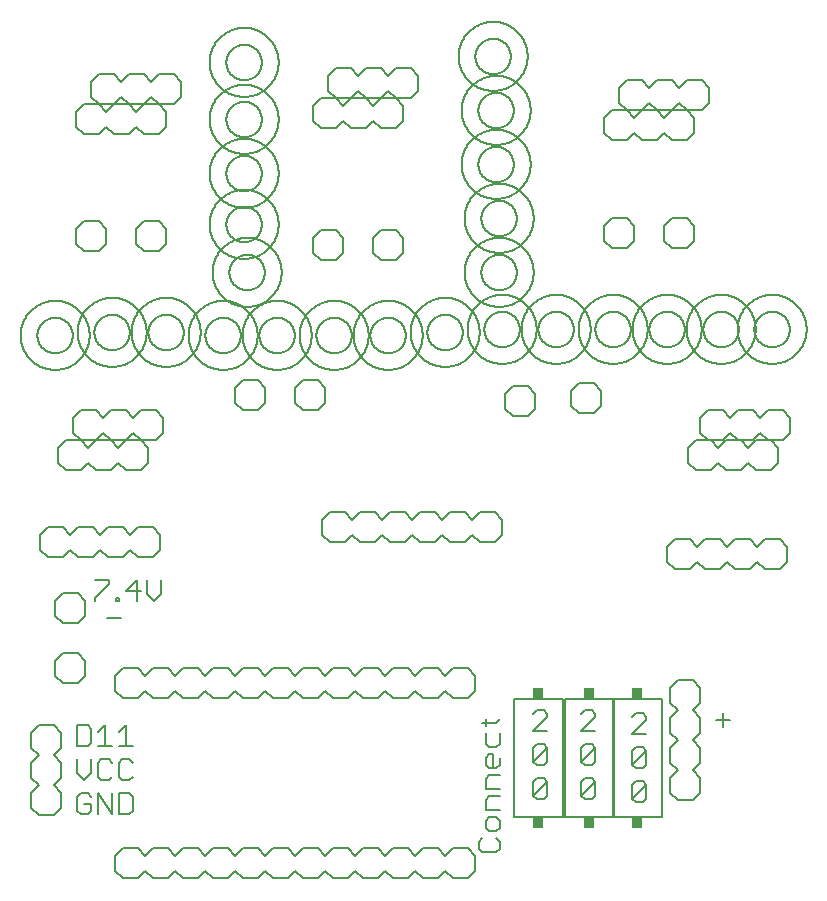
<source format=gbr>
G04 EAGLE Gerber RS-274X export*
G75*
%MOMM*%
%FSLAX34Y34*%
%LPD*%
%INSilkscreen Top*%
%IPPOS*%
%AMOC8*
5,1,8,0,0,1.08239X$1,22.5*%
G01*
%ADD10C,0.152400*%
%ADD11C,0.203200*%
%ADD12R,0.812800X0.850000*%


D10*
X399953Y46526D02*
X396987Y43560D01*
X396987Y37629D01*
X399953Y34663D01*
X411816Y34663D01*
X414782Y37629D01*
X414782Y43560D01*
X411816Y46526D01*
X414782Y55404D02*
X414782Y61335D01*
X411816Y64301D01*
X405884Y64301D01*
X402919Y61335D01*
X402919Y55404D01*
X405884Y52438D01*
X411816Y52438D01*
X414782Y55404D01*
X414782Y70213D02*
X402919Y70213D01*
X402919Y79110D01*
X405884Y82076D01*
X414782Y82076D01*
X414782Y87987D02*
X402919Y87987D01*
X402919Y96885D01*
X405884Y99851D01*
X414782Y99851D01*
X414782Y108728D02*
X414782Y114660D01*
X414782Y108728D02*
X411816Y105762D01*
X405884Y105762D01*
X402919Y108728D01*
X402919Y114660D01*
X405884Y117626D01*
X408850Y117626D01*
X408850Y105762D01*
X402919Y126503D02*
X402919Y135401D01*
X402919Y126503D02*
X405884Y123537D01*
X411816Y123537D01*
X414782Y126503D01*
X414782Y135401D01*
X411816Y144278D02*
X399953Y144278D01*
X411816Y144278D02*
X414782Y147244D01*
X402919Y147244D02*
X402919Y141312D01*
X56642Y142509D02*
X56642Y124714D01*
X65540Y124714D01*
X68505Y127680D01*
X68505Y139543D01*
X65540Y142509D01*
X56642Y142509D01*
X74417Y136577D02*
X80349Y142509D01*
X80349Y124714D01*
X86280Y124714D02*
X74417Y124714D01*
X92192Y136577D02*
X98123Y142509D01*
X98123Y124714D01*
X92192Y124714D02*
X104055Y124714D01*
X56642Y113553D02*
X56642Y101690D01*
X62574Y95758D01*
X68505Y101690D01*
X68505Y113553D01*
X83314Y113553D02*
X86280Y110587D01*
X83314Y113553D02*
X77383Y113553D01*
X74417Y110587D01*
X74417Y98724D01*
X77383Y95758D01*
X83314Y95758D01*
X86280Y98724D01*
X101089Y113553D02*
X104055Y110587D01*
X101089Y113553D02*
X95158Y113553D01*
X92192Y110587D01*
X92192Y98724D01*
X95158Y95758D01*
X101089Y95758D01*
X104055Y98724D01*
X68505Y81631D02*
X65540Y84597D01*
X59608Y84597D01*
X56642Y81631D01*
X56642Y69768D01*
X59608Y66802D01*
X65540Y66802D01*
X68505Y69768D01*
X68505Y75700D01*
X62574Y75700D01*
X74417Y84597D02*
X74417Y66802D01*
X86280Y66802D02*
X74417Y84597D01*
X86280Y84597D02*
X86280Y66802D01*
X92192Y66802D02*
X92192Y84597D01*
X92192Y66802D02*
X101089Y66802D01*
X104055Y69768D01*
X104055Y81631D01*
X101089Y84597D01*
X92192Y84597D01*
X83745Y264937D02*
X71882Y264937D01*
X83745Y264937D02*
X83745Y261971D01*
X71882Y250108D01*
X71882Y247142D01*
X89657Y247142D02*
X89657Y250108D01*
X92623Y250108D01*
X92623Y247142D01*
X89657Y247142D01*
X107442Y247142D02*
X107442Y264937D01*
X98544Y256040D01*
X110408Y256040D01*
X116319Y253074D02*
X116319Y264937D01*
X116319Y253074D02*
X122251Y247142D01*
X128183Y253074D01*
X128183Y264937D01*
X597662Y146820D02*
X609525Y146820D01*
X603594Y152751D02*
X603594Y140888D01*
X538405Y134874D02*
X526542Y134874D01*
X538405Y146737D01*
X538405Y149703D01*
X535440Y152669D01*
X529508Y152669D01*
X526542Y149703D01*
X526542Y120747D02*
X526542Y108884D01*
X526542Y120747D02*
X529508Y123713D01*
X535440Y123713D01*
X538405Y120747D01*
X538405Y108884D01*
X535440Y105918D01*
X529508Y105918D01*
X526542Y108884D01*
X538405Y120747D01*
X526542Y91791D02*
X526542Y79928D01*
X526542Y91791D02*
X529508Y94757D01*
X535440Y94757D01*
X538405Y91791D01*
X538405Y79928D01*
X535440Y76962D01*
X529508Y76962D01*
X526542Y79928D01*
X538405Y91791D01*
X495225Y137414D02*
X483362Y137414D01*
X495225Y149277D01*
X495225Y152243D01*
X492260Y155209D01*
X486328Y155209D01*
X483362Y152243D01*
X483362Y123287D02*
X483362Y111424D01*
X483362Y123287D02*
X486328Y126253D01*
X492260Y126253D01*
X495225Y123287D01*
X495225Y111424D01*
X492260Y108458D01*
X486328Y108458D01*
X483362Y111424D01*
X495225Y123287D01*
X483362Y94331D02*
X483362Y82468D01*
X483362Y94331D02*
X486328Y97297D01*
X492260Y97297D01*
X495225Y94331D01*
X495225Y82468D01*
X492260Y79502D01*
X486328Y79502D01*
X483362Y82468D01*
X495225Y94331D01*
X454585Y137414D02*
X442722Y137414D01*
X454585Y149277D01*
X454585Y152243D01*
X451620Y155209D01*
X445688Y155209D01*
X442722Y152243D01*
X442722Y123287D02*
X442722Y111424D01*
X442722Y123287D02*
X445688Y126253D01*
X451620Y126253D01*
X454585Y123287D01*
X454585Y111424D01*
X451620Y108458D01*
X445688Y108458D01*
X442722Y111424D01*
X454585Y123287D01*
X442722Y94331D02*
X442722Y82468D01*
X442722Y94331D02*
X445688Y97297D01*
X451620Y97297D01*
X454585Y94331D01*
X454585Y82468D01*
X451620Y79502D01*
X445688Y79502D01*
X442722Y82468D01*
X454585Y94331D01*
X93905Y233180D02*
X82042Y233180D01*
D11*
X247650Y190500D02*
X260350Y190500D01*
X266700Y184150D01*
X266700Y171450D02*
X260350Y165100D01*
X222250Y190500D02*
X215900Y184150D01*
X222250Y190500D02*
X234950Y190500D01*
X241300Y184150D01*
X241300Y171450D02*
X234950Y165100D01*
X222250Y165100D01*
X215900Y171450D01*
X241300Y184150D02*
X247650Y190500D01*
X241300Y171450D02*
X247650Y165100D01*
X260350Y165100D01*
X184150Y190500D02*
X171450Y190500D01*
X184150Y190500D02*
X190500Y184150D01*
X190500Y171450D02*
X184150Y165100D01*
X190500Y184150D02*
X196850Y190500D01*
X209550Y190500D01*
X215900Y184150D01*
X215900Y171450D02*
X209550Y165100D01*
X196850Y165100D01*
X190500Y171450D01*
X146050Y190500D02*
X139700Y184150D01*
X146050Y190500D02*
X158750Y190500D01*
X165100Y184150D01*
X165100Y171450D02*
X158750Y165100D01*
X146050Y165100D01*
X139700Y171450D01*
X165100Y184150D02*
X171450Y190500D01*
X165100Y171450D02*
X171450Y165100D01*
X184150Y165100D01*
X107950Y190500D02*
X95250Y190500D01*
X107950Y190500D02*
X114300Y184150D01*
X114300Y171450D02*
X107950Y165100D01*
X114300Y184150D02*
X120650Y190500D01*
X133350Y190500D01*
X139700Y184150D01*
X139700Y171450D02*
X133350Y165100D01*
X120650Y165100D01*
X114300Y171450D01*
X88900Y171450D02*
X88900Y184150D01*
X95250Y190500D01*
X88900Y171450D02*
X95250Y165100D01*
X107950Y165100D01*
X273050Y190500D02*
X285750Y190500D01*
X292100Y184150D01*
X292100Y171450D02*
X285750Y165100D01*
X266700Y184150D02*
X273050Y190500D01*
X266700Y171450D02*
X273050Y165100D01*
X285750Y165100D01*
X298450Y190500D02*
X311150Y190500D01*
X317500Y184150D01*
X317500Y171450D02*
X311150Y165100D01*
X292100Y184150D02*
X298450Y190500D01*
X292100Y171450D02*
X298450Y165100D01*
X311150Y165100D01*
X323850Y190500D02*
X336550Y190500D01*
X342900Y184150D01*
X342900Y171450D02*
X336550Y165100D01*
X317500Y184150D02*
X323850Y190500D01*
X317500Y171450D02*
X323850Y165100D01*
X336550Y165100D01*
X349250Y190500D02*
X361950Y190500D01*
X368300Y184150D01*
X368300Y171450D02*
X361950Y165100D01*
X342900Y184150D02*
X349250Y190500D01*
X342900Y171450D02*
X349250Y165100D01*
X361950Y165100D01*
X374650Y190500D02*
X387350Y190500D01*
X393700Y184150D01*
X393700Y171450D01*
X387350Y165100D01*
X368300Y184150D02*
X374650Y190500D01*
X368300Y171450D02*
X374650Y165100D01*
X387350Y165100D01*
X234950Y12700D02*
X222250Y12700D01*
X215900Y19050D01*
X215900Y31750D02*
X222250Y38100D01*
X260350Y12700D02*
X266700Y19050D01*
X260350Y12700D02*
X247650Y12700D01*
X241300Y19050D01*
X241300Y31750D02*
X247650Y38100D01*
X260350Y38100D01*
X266700Y31750D01*
X241300Y19050D02*
X234950Y12700D01*
X241300Y31750D02*
X234950Y38100D01*
X222250Y38100D01*
X298450Y12700D02*
X311150Y12700D01*
X298450Y12700D02*
X292100Y19050D01*
X292100Y31750D02*
X298450Y38100D01*
X292100Y19050D02*
X285750Y12700D01*
X273050Y12700D01*
X266700Y19050D01*
X266700Y31750D02*
X273050Y38100D01*
X285750Y38100D01*
X292100Y31750D01*
X336550Y12700D02*
X342900Y19050D01*
X336550Y12700D02*
X323850Y12700D01*
X317500Y19050D01*
X317500Y31750D02*
X323850Y38100D01*
X336550Y38100D01*
X342900Y31750D01*
X317500Y19050D02*
X311150Y12700D01*
X317500Y31750D02*
X311150Y38100D01*
X298450Y38100D01*
X374650Y12700D02*
X387350Y12700D01*
X374650Y12700D02*
X368300Y19050D01*
X368300Y31750D02*
X374650Y38100D01*
X368300Y19050D02*
X361950Y12700D01*
X349250Y12700D01*
X342900Y19050D01*
X342900Y31750D02*
X349250Y38100D01*
X361950Y38100D01*
X368300Y31750D01*
X393700Y31750D02*
X393700Y19050D01*
X387350Y12700D01*
X393700Y31750D02*
X387350Y38100D01*
X374650Y38100D01*
X209550Y12700D02*
X196850Y12700D01*
X190500Y19050D01*
X190500Y31750D02*
X196850Y38100D01*
X215900Y19050D02*
X209550Y12700D01*
X215900Y31750D02*
X209550Y38100D01*
X196850Y38100D01*
X184150Y12700D02*
X171450Y12700D01*
X165100Y19050D01*
X165100Y31750D02*
X171450Y38100D01*
X190500Y19050D02*
X184150Y12700D01*
X190500Y31750D02*
X184150Y38100D01*
X171450Y38100D01*
X158750Y12700D02*
X146050Y12700D01*
X139700Y19050D01*
X139700Y31750D02*
X146050Y38100D01*
X165100Y19050D02*
X158750Y12700D01*
X165100Y31750D02*
X158750Y38100D01*
X146050Y38100D01*
X133350Y12700D02*
X120650Y12700D01*
X114300Y19050D01*
X114300Y31750D02*
X120650Y38100D01*
X139700Y19050D02*
X133350Y12700D01*
X139700Y31750D02*
X133350Y38100D01*
X120650Y38100D01*
X107950Y12700D02*
X95250Y12700D01*
X88900Y19050D01*
X88900Y31750D01*
X95250Y38100D01*
X114300Y19050D02*
X107950Y12700D01*
X114300Y31750D02*
X107950Y38100D01*
X95250Y38100D01*
X43180Y85090D02*
X36830Y91440D01*
X43180Y85090D02*
X43180Y72390D01*
X36830Y66040D01*
X24130Y66040D02*
X17780Y72390D01*
X17780Y85090D01*
X24130Y91440D01*
X43180Y123190D02*
X43180Y135890D01*
X43180Y123190D02*
X36830Y116840D01*
X24130Y116840D02*
X17780Y123190D01*
X36830Y116840D02*
X43180Y110490D01*
X43180Y97790D01*
X36830Y91440D01*
X24130Y91440D02*
X17780Y97790D01*
X17780Y110490D01*
X24130Y116840D01*
X24130Y142240D02*
X36830Y142240D01*
X43180Y135890D01*
X24130Y142240D02*
X17780Y135890D01*
X17780Y123190D01*
X24130Y66040D02*
X36830Y66040D01*
X584200Y85090D02*
X584200Y97790D01*
X584200Y85090D02*
X577850Y78740D01*
X565150Y78740D02*
X558800Y85090D01*
X584200Y123190D02*
X577850Y129540D01*
X584200Y123190D02*
X584200Y110490D01*
X577850Y104140D01*
X565150Y104140D02*
X558800Y110490D01*
X558800Y123190D01*
X565150Y129540D01*
X577850Y104140D02*
X584200Y97790D01*
X565150Y104140D02*
X558800Y97790D01*
X558800Y85090D01*
X584200Y161290D02*
X584200Y173990D01*
X584200Y161290D02*
X577850Y154940D01*
X565150Y154940D02*
X558800Y161290D01*
X577850Y154940D02*
X584200Y148590D01*
X584200Y135890D01*
X577850Y129540D01*
X565150Y129540D02*
X558800Y135890D01*
X558800Y148590D01*
X565150Y154940D01*
X565150Y180340D02*
X577850Y180340D01*
X584200Y173990D01*
X565150Y180340D02*
X558800Y173990D01*
X558800Y161290D01*
X565150Y78740D02*
X577850Y78740D01*
D10*
X467790Y64250D02*
X467790Y164350D01*
X426290Y164350D02*
X426290Y64250D01*
X467790Y64250D01*
X467790Y164350D02*
X426290Y164350D01*
D12*
X447040Y59250D03*
X447040Y169350D03*
D10*
X469470Y164350D02*
X469470Y64250D01*
X510970Y64250D02*
X510970Y164350D01*
X469470Y164350D01*
X469470Y64250D02*
X510970Y64250D01*
D12*
X490220Y169350D03*
X490220Y59250D03*
D10*
X510110Y64250D02*
X510110Y164350D01*
X551610Y164350D02*
X551610Y64250D01*
X551610Y164350D02*
X510110Y164350D01*
X510110Y64250D02*
X551610Y64250D01*
D12*
X530860Y169350D03*
X530860Y59250D03*
D11*
X266700Y427990D02*
X260350Y434340D01*
X247650Y434340D01*
X241300Y427990D01*
X241300Y415290D01*
X247650Y408940D01*
X260350Y408940D01*
X266700Y415290D01*
X266700Y427990D01*
X289560Y303530D02*
X283210Y297180D01*
X270510Y297180D01*
X264160Y303530D01*
X264160Y316230D02*
X270510Y322580D01*
X283210Y322580D01*
X289560Y316230D01*
X321310Y297180D02*
X334010Y297180D01*
X321310Y297180D02*
X314960Y303530D01*
X314960Y316230D02*
X321310Y322580D01*
X314960Y303530D02*
X308610Y297180D01*
X295910Y297180D01*
X289560Y303530D01*
X289560Y316230D02*
X295910Y322580D01*
X308610Y322580D01*
X314960Y316230D01*
X359410Y297180D02*
X365760Y303530D01*
X359410Y297180D02*
X346710Y297180D01*
X340360Y303530D01*
X340360Y316230D02*
X346710Y322580D01*
X359410Y322580D01*
X365760Y316230D01*
X340360Y303530D02*
X334010Y297180D01*
X340360Y316230D02*
X334010Y322580D01*
X321310Y322580D01*
X397510Y297180D02*
X410210Y297180D01*
X397510Y297180D02*
X391160Y303530D01*
X391160Y316230D02*
X397510Y322580D01*
X391160Y303530D02*
X384810Y297180D01*
X372110Y297180D01*
X365760Y303530D01*
X365760Y316230D02*
X372110Y322580D01*
X384810Y322580D01*
X391160Y316230D01*
X416560Y316230D02*
X416560Y303530D01*
X410210Y297180D01*
X416560Y316230D02*
X410210Y322580D01*
X397510Y322580D01*
X264160Y316230D02*
X264160Y303530D01*
X63500Y247650D02*
X57150Y254000D01*
X44450Y254000D01*
X38100Y247650D01*
X38100Y234950D01*
X44450Y228600D01*
X57150Y228600D01*
X63500Y234950D01*
X63500Y247650D01*
X57150Y203200D02*
X63500Y196850D01*
X57150Y203200D02*
X44450Y203200D01*
X38100Y196850D01*
X38100Y184150D01*
X44450Y177800D01*
X57150Y177800D01*
X63500Y184150D01*
X63500Y196850D01*
X215900Y427990D02*
X209550Y434340D01*
X196850Y434340D01*
X190500Y427990D01*
X190500Y415290D01*
X196850Y408940D01*
X209550Y408940D01*
X215900Y415290D01*
X215900Y427990D01*
X438150Y429260D02*
X444500Y422910D01*
X438150Y429260D02*
X425450Y429260D01*
X419100Y422910D01*
X419100Y410210D01*
X425450Y403860D01*
X438150Y403860D01*
X444500Y410210D01*
X444500Y422910D01*
X494030Y431800D02*
X500380Y425450D01*
X494030Y431800D02*
X481330Y431800D01*
X474980Y425450D01*
X474980Y412750D01*
X481330Y406400D01*
X494030Y406400D01*
X500380Y412750D01*
X500380Y425450D01*
X44450Y284480D02*
X31750Y284480D01*
X25400Y290830D01*
X25400Y303530D02*
X31750Y309880D01*
X69850Y284480D02*
X76200Y290830D01*
X69850Y284480D02*
X57150Y284480D01*
X50800Y290830D01*
X50800Y303530D02*
X57150Y309880D01*
X69850Y309880D01*
X76200Y303530D01*
X50800Y290830D02*
X44450Y284480D01*
X50800Y303530D02*
X44450Y309880D01*
X31750Y309880D01*
X107950Y284480D02*
X120650Y284480D01*
X107950Y284480D02*
X101600Y290830D01*
X101600Y303530D02*
X107950Y309880D01*
X101600Y290830D02*
X95250Y284480D01*
X82550Y284480D01*
X76200Y290830D01*
X76200Y303530D02*
X82550Y309880D01*
X95250Y309880D01*
X101600Y303530D01*
X127000Y303530D02*
X127000Y290830D01*
X120650Y284480D01*
X127000Y303530D02*
X120650Y309880D01*
X107950Y309880D01*
X25400Y303530D02*
X25400Y290830D01*
X562610Y274320D02*
X575310Y274320D01*
X562610Y274320D02*
X556260Y280670D01*
X556260Y293370D02*
X562610Y299720D01*
X600710Y274320D02*
X607060Y280670D01*
X600710Y274320D02*
X588010Y274320D01*
X581660Y280670D01*
X581660Y293370D02*
X588010Y299720D01*
X600710Y299720D01*
X607060Y293370D01*
X581660Y280670D02*
X575310Y274320D01*
X581660Y293370D02*
X575310Y299720D01*
X562610Y299720D01*
X638810Y274320D02*
X651510Y274320D01*
X638810Y274320D02*
X632460Y280670D01*
X632460Y293370D02*
X638810Y299720D01*
X632460Y280670D02*
X626110Y274320D01*
X613410Y274320D01*
X607060Y280670D01*
X607060Y293370D02*
X613410Y299720D01*
X626110Y299720D01*
X632460Y293370D01*
X657860Y293370D02*
X657860Y280670D01*
X651510Y274320D01*
X657860Y293370D02*
X651510Y299720D01*
X638810Y299720D01*
X556260Y293370D02*
X556260Y280670D01*
X97790Y383540D02*
X91440Y377190D01*
X97790Y383540D02*
X110490Y383540D01*
X116840Y377190D01*
X116840Y364490D02*
X110490Y358140D01*
X97790Y358140D01*
X91440Y364490D01*
X59690Y383540D02*
X46990Y383540D01*
X59690Y383540D02*
X66040Y377190D01*
X66040Y364490D02*
X59690Y358140D01*
X66040Y377190D02*
X72390Y383540D01*
X85090Y383540D01*
X91440Y377190D01*
X91440Y364490D02*
X85090Y358140D01*
X72390Y358140D01*
X66040Y364490D01*
X40640Y364490D02*
X40640Y377190D01*
X46990Y383540D01*
X40640Y364490D02*
X46990Y358140D01*
X59690Y358140D01*
X116840Y364490D02*
X116840Y377190D01*
X104140Y402590D02*
X110490Y408940D01*
X123190Y408940D01*
X129540Y402590D01*
X129540Y389890D02*
X123190Y383540D01*
X110490Y383540D01*
X104140Y389890D01*
X72390Y408940D02*
X59690Y408940D01*
X72390Y408940D02*
X78740Y402590D01*
X78740Y389890D02*
X72390Y383540D01*
X78740Y402590D02*
X85090Y408940D01*
X97790Y408940D01*
X104140Y402590D01*
X104140Y389890D02*
X97790Y383540D01*
X85090Y383540D01*
X78740Y389890D01*
X53340Y389890D02*
X53340Y402590D01*
X59690Y408940D01*
X53340Y389890D02*
X59690Y383540D01*
X72390Y383540D01*
X129540Y389890D02*
X129540Y402590D01*
X624840Y377190D02*
X631190Y383540D01*
X643890Y383540D01*
X650240Y377190D01*
X650240Y364490D02*
X643890Y358140D01*
X631190Y358140D01*
X624840Y364490D01*
X593090Y383540D02*
X580390Y383540D01*
X593090Y383540D02*
X599440Y377190D01*
X599440Y364490D02*
X593090Y358140D01*
X599440Y377190D02*
X605790Y383540D01*
X618490Y383540D01*
X624840Y377190D01*
X624840Y364490D02*
X618490Y358140D01*
X605790Y358140D01*
X599440Y364490D01*
X574040Y364490D02*
X574040Y377190D01*
X580390Y383540D01*
X574040Y364490D02*
X580390Y358140D01*
X593090Y358140D01*
X650240Y364490D02*
X650240Y377190D01*
X635000Y402590D02*
X641350Y408940D01*
X654050Y408940D01*
X660400Y402590D01*
X660400Y389890D02*
X654050Y383540D01*
X641350Y383540D01*
X635000Y389890D01*
X603250Y408940D02*
X590550Y408940D01*
X603250Y408940D02*
X609600Y402590D01*
X609600Y389890D02*
X603250Y383540D01*
X609600Y402590D02*
X615950Y408940D01*
X628650Y408940D01*
X635000Y402590D01*
X635000Y389890D02*
X628650Y383540D01*
X615950Y383540D01*
X609600Y389890D01*
X584200Y389890D02*
X584200Y402590D01*
X590550Y408940D01*
X584200Y389890D02*
X590550Y383540D01*
X603250Y383540D01*
X660400Y389890D02*
X660400Y402590D01*
D10*
X8890Y472440D02*
X8899Y473157D01*
X8925Y473873D01*
X8969Y474589D01*
X9031Y475303D01*
X9110Y476016D01*
X9206Y476726D01*
X9320Y477434D01*
X9451Y478139D01*
X9600Y478840D01*
X9765Y479537D01*
X9948Y480231D01*
X10148Y480919D01*
X10364Y481603D01*
X10597Y482281D01*
X10847Y482953D01*
X11113Y483618D01*
X11396Y484277D01*
X11694Y484929D01*
X12009Y485573D01*
X12339Y486209D01*
X12685Y486838D01*
X13046Y487457D01*
X13422Y488067D01*
X13813Y488668D01*
X14218Y489259D01*
X14638Y489840D01*
X15072Y490411D01*
X15520Y490971D01*
X15982Y491519D01*
X16457Y492056D01*
X16945Y492581D01*
X17445Y493095D01*
X17959Y493595D01*
X18484Y494083D01*
X19021Y494558D01*
X19569Y495020D01*
X20129Y495468D01*
X20700Y495902D01*
X21281Y496322D01*
X21872Y496727D01*
X22473Y497118D01*
X23083Y497494D01*
X23702Y497855D01*
X24331Y498201D01*
X24967Y498531D01*
X25611Y498846D01*
X26263Y499144D01*
X26922Y499427D01*
X27587Y499693D01*
X28259Y499943D01*
X28937Y500176D01*
X29621Y500392D01*
X30309Y500592D01*
X31003Y500775D01*
X31700Y500940D01*
X32401Y501089D01*
X33106Y501220D01*
X33814Y501334D01*
X34524Y501430D01*
X35237Y501509D01*
X35951Y501571D01*
X36667Y501615D01*
X37383Y501641D01*
X38100Y501650D01*
X38817Y501641D01*
X39533Y501615D01*
X40249Y501571D01*
X40963Y501509D01*
X41676Y501430D01*
X42386Y501334D01*
X43094Y501220D01*
X43799Y501089D01*
X44500Y500940D01*
X45197Y500775D01*
X45891Y500592D01*
X46579Y500392D01*
X47263Y500176D01*
X47941Y499943D01*
X48613Y499693D01*
X49278Y499427D01*
X49937Y499144D01*
X50589Y498846D01*
X51233Y498531D01*
X51869Y498201D01*
X52498Y497855D01*
X53117Y497494D01*
X53727Y497118D01*
X54328Y496727D01*
X54919Y496322D01*
X55500Y495902D01*
X56071Y495468D01*
X56631Y495020D01*
X57179Y494558D01*
X57716Y494083D01*
X58241Y493595D01*
X58755Y493095D01*
X59255Y492581D01*
X59743Y492056D01*
X60218Y491519D01*
X60680Y490971D01*
X61128Y490411D01*
X61562Y489840D01*
X61982Y489259D01*
X62387Y488668D01*
X62778Y488067D01*
X63154Y487457D01*
X63515Y486838D01*
X63861Y486209D01*
X64191Y485573D01*
X64506Y484929D01*
X64804Y484277D01*
X65087Y483618D01*
X65353Y482953D01*
X65603Y482281D01*
X65836Y481603D01*
X66052Y480919D01*
X66252Y480231D01*
X66435Y479537D01*
X66600Y478840D01*
X66749Y478139D01*
X66880Y477434D01*
X66994Y476726D01*
X67090Y476016D01*
X67169Y475303D01*
X67231Y474589D01*
X67275Y473873D01*
X67301Y473157D01*
X67310Y472440D01*
X67301Y471723D01*
X67275Y471007D01*
X67231Y470291D01*
X67169Y469577D01*
X67090Y468864D01*
X66994Y468154D01*
X66880Y467446D01*
X66749Y466741D01*
X66600Y466040D01*
X66435Y465343D01*
X66252Y464649D01*
X66052Y463961D01*
X65836Y463277D01*
X65603Y462599D01*
X65353Y461927D01*
X65087Y461262D01*
X64804Y460603D01*
X64506Y459951D01*
X64191Y459307D01*
X63861Y458671D01*
X63515Y458042D01*
X63154Y457423D01*
X62778Y456813D01*
X62387Y456212D01*
X61982Y455621D01*
X61562Y455040D01*
X61128Y454469D01*
X60680Y453909D01*
X60218Y453361D01*
X59743Y452824D01*
X59255Y452299D01*
X58755Y451785D01*
X58241Y451285D01*
X57716Y450797D01*
X57179Y450322D01*
X56631Y449860D01*
X56071Y449412D01*
X55500Y448978D01*
X54919Y448558D01*
X54328Y448153D01*
X53727Y447762D01*
X53117Y447386D01*
X52498Y447025D01*
X51869Y446679D01*
X51233Y446349D01*
X50589Y446034D01*
X49937Y445736D01*
X49278Y445453D01*
X48613Y445187D01*
X47941Y444937D01*
X47263Y444704D01*
X46579Y444488D01*
X45891Y444288D01*
X45197Y444105D01*
X44500Y443940D01*
X43799Y443791D01*
X43094Y443660D01*
X42386Y443546D01*
X41676Y443450D01*
X40963Y443371D01*
X40249Y443309D01*
X39533Y443265D01*
X38817Y443239D01*
X38100Y443230D01*
X37383Y443239D01*
X36667Y443265D01*
X35951Y443309D01*
X35237Y443371D01*
X34524Y443450D01*
X33814Y443546D01*
X33106Y443660D01*
X32401Y443791D01*
X31700Y443940D01*
X31003Y444105D01*
X30309Y444288D01*
X29621Y444488D01*
X28937Y444704D01*
X28259Y444937D01*
X27587Y445187D01*
X26922Y445453D01*
X26263Y445736D01*
X25611Y446034D01*
X24967Y446349D01*
X24331Y446679D01*
X23702Y447025D01*
X23083Y447386D01*
X22473Y447762D01*
X21872Y448153D01*
X21281Y448558D01*
X20700Y448978D01*
X20129Y449412D01*
X19569Y449860D01*
X19021Y450322D01*
X18484Y450797D01*
X17959Y451285D01*
X17445Y451785D01*
X16945Y452299D01*
X16457Y452824D01*
X15982Y453361D01*
X15520Y453909D01*
X15072Y454469D01*
X14638Y455040D01*
X14218Y455621D01*
X13813Y456212D01*
X13422Y456813D01*
X13046Y457423D01*
X12685Y458042D01*
X12339Y458671D01*
X12009Y459307D01*
X11694Y459951D01*
X11396Y460603D01*
X11113Y461262D01*
X10847Y461927D01*
X10597Y462599D01*
X10364Y463277D01*
X10148Y463961D01*
X9948Y464649D01*
X9765Y465343D01*
X9600Y466040D01*
X9451Y466741D01*
X9320Y467446D01*
X9206Y468154D01*
X9110Y468864D01*
X9031Y469577D01*
X8969Y470291D01*
X8925Y471007D01*
X8899Y471723D01*
X8890Y472440D01*
D11*
X23100Y472440D02*
X23105Y472808D01*
X23118Y473176D01*
X23141Y473543D01*
X23172Y473910D01*
X23213Y474276D01*
X23262Y474641D01*
X23321Y475004D01*
X23388Y475366D01*
X23464Y475727D01*
X23550Y476085D01*
X23643Y476441D01*
X23746Y476794D01*
X23857Y477145D01*
X23977Y477493D01*
X24105Y477838D01*
X24242Y478180D01*
X24387Y478519D01*
X24540Y478853D01*
X24702Y479184D01*
X24871Y479511D01*
X25049Y479833D01*
X25234Y480152D01*
X25427Y480465D01*
X25628Y480774D01*
X25836Y481077D01*
X26052Y481375D01*
X26275Y481668D01*
X26505Y481956D01*
X26742Y482238D01*
X26986Y482513D01*
X27236Y482783D01*
X27493Y483047D01*
X27757Y483304D01*
X28027Y483554D01*
X28302Y483798D01*
X28584Y484035D01*
X28872Y484265D01*
X29165Y484488D01*
X29463Y484704D01*
X29766Y484912D01*
X30075Y485113D01*
X30388Y485306D01*
X30707Y485491D01*
X31029Y485669D01*
X31356Y485838D01*
X31687Y486000D01*
X32021Y486153D01*
X32360Y486298D01*
X32702Y486435D01*
X33047Y486563D01*
X33395Y486683D01*
X33746Y486794D01*
X34099Y486897D01*
X34455Y486990D01*
X34813Y487076D01*
X35174Y487152D01*
X35536Y487219D01*
X35899Y487278D01*
X36264Y487327D01*
X36630Y487368D01*
X36997Y487399D01*
X37364Y487422D01*
X37732Y487435D01*
X38100Y487440D01*
X38468Y487435D01*
X38836Y487422D01*
X39203Y487399D01*
X39570Y487368D01*
X39936Y487327D01*
X40301Y487278D01*
X40664Y487219D01*
X41026Y487152D01*
X41387Y487076D01*
X41745Y486990D01*
X42101Y486897D01*
X42454Y486794D01*
X42805Y486683D01*
X43153Y486563D01*
X43498Y486435D01*
X43840Y486298D01*
X44179Y486153D01*
X44513Y486000D01*
X44844Y485838D01*
X45171Y485669D01*
X45493Y485491D01*
X45812Y485306D01*
X46125Y485113D01*
X46434Y484912D01*
X46737Y484704D01*
X47035Y484488D01*
X47328Y484265D01*
X47616Y484035D01*
X47898Y483798D01*
X48173Y483554D01*
X48443Y483304D01*
X48707Y483047D01*
X48964Y482783D01*
X49214Y482513D01*
X49458Y482238D01*
X49695Y481956D01*
X49925Y481668D01*
X50148Y481375D01*
X50364Y481077D01*
X50572Y480774D01*
X50773Y480465D01*
X50966Y480152D01*
X51151Y479833D01*
X51329Y479511D01*
X51498Y479184D01*
X51660Y478853D01*
X51813Y478519D01*
X51958Y478180D01*
X52095Y477838D01*
X52223Y477493D01*
X52343Y477145D01*
X52454Y476794D01*
X52557Y476441D01*
X52650Y476085D01*
X52736Y475727D01*
X52812Y475366D01*
X52879Y475004D01*
X52938Y474641D01*
X52987Y474276D01*
X53028Y473910D01*
X53059Y473543D01*
X53082Y473176D01*
X53095Y472808D01*
X53100Y472440D01*
X53095Y472072D01*
X53082Y471704D01*
X53059Y471337D01*
X53028Y470970D01*
X52987Y470604D01*
X52938Y470239D01*
X52879Y469876D01*
X52812Y469514D01*
X52736Y469153D01*
X52650Y468795D01*
X52557Y468439D01*
X52454Y468086D01*
X52343Y467735D01*
X52223Y467387D01*
X52095Y467042D01*
X51958Y466700D01*
X51813Y466361D01*
X51660Y466027D01*
X51498Y465696D01*
X51329Y465369D01*
X51151Y465047D01*
X50966Y464728D01*
X50773Y464415D01*
X50572Y464106D01*
X50364Y463803D01*
X50148Y463505D01*
X49925Y463212D01*
X49695Y462924D01*
X49458Y462642D01*
X49214Y462367D01*
X48964Y462097D01*
X48707Y461833D01*
X48443Y461576D01*
X48173Y461326D01*
X47898Y461082D01*
X47616Y460845D01*
X47328Y460615D01*
X47035Y460392D01*
X46737Y460176D01*
X46434Y459968D01*
X46125Y459767D01*
X45812Y459574D01*
X45493Y459389D01*
X45171Y459211D01*
X44844Y459042D01*
X44513Y458880D01*
X44179Y458727D01*
X43840Y458582D01*
X43498Y458445D01*
X43153Y458317D01*
X42805Y458197D01*
X42454Y458086D01*
X42101Y457983D01*
X41745Y457890D01*
X41387Y457804D01*
X41026Y457728D01*
X40664Y457661D01*
X40301Y457602D01*
X39936Y457553D01*
X39570Y457512D01*
X39203Y457481D01*
X38836Y457458D01*
X38468Y457445D01*
X38100Y457440D01*
X37732Y457445D01*
X37364Y457458D01*
X36997Y457481D01*
X36630Y457512D01*
X36264Y457553D01*
X35899Y457602D01*
X35536Y457661D01*
X35174Y457728D01*
X34813Y457804D01*
X34455Y457890D01*
X34099Y457983D01*
X33746Y458086D01*
X33395Y458197D01*
X33047Y458317D01*
X32702Y458445D01*
X32360Y458582D01*
X32021Y458727D01*
X31687Y458880D01*
X31356Y459042D01*
X31029Y459211D01*
X30707Y459389D01*
X30388Y459574D01*
X30075Y459767D01*
X29766Y459968D01*
X29463Y460176D01*
X29165Y460392D01*
X28872Y460615D01*
X28584Y460845D01*
X28302Y461082D01*
X28027Y461326D01*
X27757Y461576D01*
X27493Y461833D01*
X27236Y462097D01*
X26986Y462367D01*
X26742Y462642D01*
X26505Y462924D01*
X26275Y463212D01*
X26052Y463505D01*
X25836Y463803D01*
X25628Y464106D01*
X25427Y464415D01*
X25234Y464728D01*
X25049Y465047D01*
X24871Y465369D01*
X24702Y465696D01*
X24540Y466027D01*
X24387Y466361D01*
X24242Y466700D01*
X24105Y467042D01*
X23977Y467387D01*
X23857Y467735D01*
X23746Y468086D01*
X23643Y468439D01*
X23550Y468795D01*
X23464Y469153D01*
X23388Y469514D01*
X23321Y469876D01*
X23262Y470239D01*
X23213Y470604D01*
X23172Y470970D01*
X23141Y471337D01*
X23118Y471704D01*
X23105Y472072D01*
X23100Y472440D01*
D10*
X57150Y474980D02*
X57159Y475697D01*
X57185Y476413D01*
X57229Y477129D01*
X57291Y477843D01*
X57370Y478556D01*
X57466Y479266D01*
X57580Y479974D01*
X57711Y480679D01*
X57860Y481380D01*
X58025Y482077D01*
X58208Y482771D01*
X58408Y483459D01*
X58624Y484143D01*
X58857Y484821D01*
X59107Y485493D01*
X59373Y486158D01*
X59656Y486817D01*
X59954Y487469D01*
X60269Y488113D01*
X60599Y488749D01*
X60945Y489378D01*
X61306Y489997D01*
X61682Y490607D01*
X62073Y491208D01*
X62478Y491799D01*
X62898Y492380D01*
X63332Y492951D01*
X63780Y493511D01*
X64242Y494059D01*
X64717Y494596D01*
X65205Y495121D01*
X65705Y495635D01*
X66219Y496135D01*
X66744Y496623D01*
X67281Y497098D01*
X67829Y497560D01*
X68389Y498008D01*
X68960Y498442D01*
X69541Y498862D01*
X70132Y499267D01*
X70733Y499658D01*
X71343Y500034D01*
X71962Y500395D01*
X72591Y500741D01*
X73227Y501071D01*
X73871Y501386D01*
X74523Y501684D01*
X75182Y501967D01*
X75847Y502233D01*
X76519Y502483D01*
X77197Y502716D01*
X77881Y502932D01*
X78569Y503132D01*
X79263Y503315D01*
X79960Y503480D01*
X80661Y503629D01*
X81366Y503760D01*
X82074Y503874D01*
X82784Y503970D01*
X83497Y504049D01*
X84211Y504111D01*
X84927Y504155D01*
X85643Y504181D01*
X86360Y504190D01*
X87077Y504181D01*
X87793Y504155D01*
X88509Y504111D01*
X89223Y504049D01*
X89936Y503970D01*
X90646Y503874D01*
X91354Y503760D01*
X92059Y503629D01*
X92760Y503480D01*
X93457Y503315D01*
X94151Y503132D01*
X94839Y502932D01*
X95523Y502716D01*
X96201Y502483D01*
X96873Y502233D01*
X97538Y501967D01*
X98197Y501684D01*
X98849Y501386D01*
X99493Y501071D01*
X100129Y500741D01*
X100758Y500395D01*
X101377Y500034D01*
X101987Y499658D01*
X102588Y499267D01*
X103179Y498862D01*
X103760Y498442D01*
X104331Y498008D01*
X104891Y497560D01*
X105439Y497098D01*
X105976Y496623D01*
X106501Y496135D01*
X107015Y495635D01*
X107515Y495121D01*
X108003Y494596D01*
X108478Y494059D01*
X108940Y493511D01*
X109388Y492951D01*
X109822Y492380D01*
X110242Y491799D01*
X110647Y491208D01*
X111038Y490607D01*
X111414Y489997D01*
X111775Y489378D01*
X112121Y488749D01*
X112451Y488113D01*
X112766Y487469D01*
X113064Y486817D01*
X113347Y486158D01*
X113613Y485493D01*
X113863Y484821D01*
X114096Y484143D01*
X114312Y483459D01*
X114512Y482771D01*
X114695Y482077D01*
X114860Y481380D01*
X115009Y480679D01*
X115140Y479974D01*
X115254Y479266D01*
X115350Y478556D01*
X115429Y477843D01*
X115491Y477129D01*
X115535Y476413D01*
X115561Y475697D01*
X115570Y474980D01*
X115561Y474263D01*
X115535Y473547D01*
X115491Y472831D01*
X115429Y472117D01*
X115350Y471404D01*
X115254Y470694D01*
X115140Y469986D01*
X115009Y469281D01*
X114860Y468580D01*
X114695Y467883D01*
X114512Y467189D01*
X114312Y466501D01*
X114096Y465817D01*
X113863Y465139D01*
X113613Y464467D01*
X113347Y463802D01*
X113064Y463143D01*
X112766Y462491D01*
X112451Y461847D01*
X112121Y461211D01*
X111775Y460582D01*
X111414Y459963D01*
X111038Y459353D01*
X110647Y458752D01*
X110242Y458161D01*
X109822Y457580D01*
X109388Y457009D01*
X108940Y456449D01*
X108478Y455901D01*
X108003Y455364D01*
X107515Y454839D01*
X107015Y454325D01*
X106501Y453825D01*
X105976Y453337D01*
X105439Y452862D01*
X104891Y452400D01*
X104331Y451952D01*
X103760Y451518D01*
X103179Y451098D01*
X102588Y450693D01*
X101987Y450302D01*
X101377Y449926D01*
X100758Y449565D01*
X100129Y449219D01*
X99493Y448889D01*
X98849Y448574D01*
X98197Y448276D01*
X97538Y447993D01*
X96873Y447727D01*
X96201Y447477D01*
X95523Y447244D01*
X94839Y447028D01*
X94151Y446828D01*
X93457Y446645D01*
X92760Y446480D01*
X92059Y446331D01*
X91354Y446200D01*
X90646Y446086D01*
X89936Y445990D01*
X89223Y445911D01*
X88509Y445849D01*
X87793Y445805D01*
X87077Y445779D01*
X86360Y445770D01*
X85643Y445779D01*
X84927Y445805D01*
X84211Y445849D01*
X83497Y445911D01*
X82784Y445990D01*
X82074Y446086D01*
X81366Y446200D01*
X80661Y446331D01*
X79960Y446480D01*
X79263Y446645D01*
X78569Y446828D01*
X77881Y447028D01*
X77197Y447244D01*
X76519Y447477D01*
X75847Y447727D01*
X75182Y447993D01*
X74523Y448276D01*
X73871Y448574D01*
X73227Y448889D01*
X72591Y449219D01*
X71962Y449565D01*
X71343Y449926D01*
X70733Y450302D01*
X70132Y450693D01*
X69541Y451098D01*
X68960Y451518D01*
X68389Y451952D01*
X67829Y452400D01*
X67281Y452862D01*
X66744Y453337D01*
X66219Y453825D01*
X65705Y454325D01*
X65205Y454839D01*
X64717Y455364D01*
X64242Y455901D01*
X63780Y456449D01*
X63332Y457009D01*
X62898Y457580D01*
X62478Y458161D01*
X62073Y458752D01*
X61682Y459353D01*
X61306Y459963D01*
X60945Y460582D01*
X60599Y461211D01*
X60269Y461847D01*
X59954Y462491D01*
X59656Y463143D01*
X59373Y463802D01*
X59107Y464467D01*
X58857Y465139D01*
X58624Y465817D01*
X58408Y466501D01*
X58208Y467189D01*
X58025Y467883D01*
X57860Y468580D01*
X57711Y469281D01*
X57580Y469986D01*
X57466Y470694D01*
X57370Y471404D01*
X57291Y472117D01*
X57229Y472831D01*
X57185Y473547D01*
X57159Y474263D01*
X57150Y474980D01*
D11*
X71360Y474980D02*
X71365Y475348D01*
X71378Y475716D01*
X71401Y476083D01*
X71432Y476450D01*
X71473Y476816D01*
X71522Y477181D01*
X71581Y477544D01*
X71648Y477906D01*
X71724Y478267D01*
X71810Y478625D01*
X71903Y478981D01*
X72006Y479334D01*
X72117Y479685D01*
X72237Y480033D01*
X72365Y480378D01*
X72502Y480720D01*
X72647Y481059D01*
X72800Y481393D01*
X72962Y481724D01*
X73131Y482051D01*
X73309Y482373D01*
X73494Y482692D01*
X73687Y483005D01*
X73888Y483314D01*
X74096Y483617D01*
X74312Y483915D01*
X74535Y484208D01*
X74765Y484496D01*
X75002Y484778D01*
X75246Y485053D01*
X75496Y485323D01*
X75753Y485587D01*
X76017Y485844D01*
X76287Y486094D01*
X76562Y486338D01*
X76844Y486575D01*
X77132Y486805D01*
X77425Y487028D01*
X77723Y487244D01*
X78026Y487452D01*
X78335Y487653D01*
X78648Y487846D01*
X78967Y488031D01*
X79289Y488209D01*
X79616Y488378D01*
X79947Y488540D01*
X80281Y488693D01*
X80620Y488838D01*
X80962Y488975D01*
X81307Y489103D01*
X81655Y489223D01*
X82006Y489334D01*
X82359Y489437D01*
X82715Y489530D01*
X83073Y489616D01*
X83434Y489692D01*
X83796Y489759D01*
X84159Y489818D01*
X84524Y489867D01*
X84890Y489908D01*
X85257Y489939D01*
X85624Y489962D01*
X85992Y489975D01*
X86360Y489980D01*
X86728Y489975D01*
X87096Y489962D01*
X87463Y489939D01*
X87830Y489908D01*
X88196Y489867D01*
X88561Y489818D01*
X88924Y489759D01*
X89286Y489692D01*
X89647Y489616D01*
X90005Y489530D01*
X90361Y489437D01*
X90714Y489334D01*
X91065Y489223D01*
X91413Y489103D01*
X91758Y488975D01*
X92100Y488838D01*
X92439Y488693D01*
X92773Y488540D01*
X93104Y488378D01*
X93431Y488209D01*
X93753Y488031D01*
X94072Y487846D01*
X94385Y487653D01*
X94694Y487452D01*
X94997Y487244D01*
X95295Y487028D01*
X95588Y486805D01*
X95876Y486575D01*
X96158Y486338D01*
X96433Y486094D01*
X96703Y485844D01*
X96967Y485587D01*
X97224Y485323D01*
X97474Y485053D01*
X97718Y484778D01*
X97955Y484496D01*
X98185Y484208D01*
X98408Y483915D01*
X98624Y483617D01*
X98832Y483314D01*
X99033Y483005D01*
X99226Y482692D01*
X99411Y482373D01*
X99589Y482051D01*
X99758Y481724D01*
X99920Y481393D01*
X100073Y481059D01*
X100218Y480720D01*
X100355Y480378D01*
X100483Y480033D01*
X100603Y479685D01*
X100714Y479334D01*
X100817Y478981D01*
X100910Y478625D01*
X100996Y478267D01*
X101072Y477906D01*
X101139Y477544D01*
X101198Y477181D01*
X101247Y476816D01*
X101288Y476450D01*
X101319Y476083D01*
X101342Y475716D01*
X101355Y475348D01*
X101360Y474980D01*
X101355Y474612D01*
X101342Y474244D01*
X101319Y473877D01*
X101288Y473510D01*
X101247Y473144D01*
X101198Y472779D01*
X101139Y472416D01*
X101072Y472054D01*
X100996Y471693D01*
X100910Y471335D01*
X100817Y470979D01*
X100714Y470626D01*
X100603Y470275D01*
X100483Y469927D01*
X100355Y469582D01*
X100218Y469240D01*
X100073Y468901D01*
X99920Y468567D01*
X99758Y468236D01*
X99589Y467909D01*
X99411Y467587D01*
X99226Y467268D01*
X99033Y466955D01*
X98832Y466646D01*
X98624Y466343D01*
X98408Y466045D01*
X98185Y465752D01*
X97955Y465464D01*
X97718Y465182D01*
X97474Y464907D01*
X97224Y464637D01*
X96967Y464373D01*
X96703Y464116D01*
X96433Y463866D01*
X96158Y463622D01*
X95876Y463385D01*
X95588Y463155D01*
X95295Y462932D01*
X94997Y462716D01*
X94694Y462508D01*
X94385Y462307D01*
X94072Y462114D01*
X93753Y461929D01*
X93431Y461751D01*
X93104Y461582D01*
X92773Y461420D01*
X92439Y461267D01*
X92100Y461122D01*
X91758Y460985D01*
X91413Y460857D01*
X91065Y460737D01*
X90714Y460626D01*
X90361Y460523D01*
X90005Y460430D01*
X89647Y460344D01*
X89286Y460268D01*
X88924Y460201D01*
X88561Y460142D01*
X88196Y460093D01*
X87830Y460052D01*
X87463Y460021D01*
X87096Y459998D01*
X86728Y459985D01*
X86360Y459980D01*
X85992Y459985D01*
X85624Y459998D01*
X85257Y460021D01*
X84890Y460052D01*
X84524Y460093D01*
X84159Y460142D01*
X83796Y460201D01*
X83434Y460268D01*
X83073Y460344D01*
X82715Y460430D01*
X82359Y460523D01*
X82006Y460626D01*
X81655Y460737D01*
X81307Y460857D01*
X80962Y460985D01*
X80620Y461122D01*
X80281Y461267D01*
X79947Y461420D01*
X79616Y461582D01*
X79289Y461751D01*
X78967Y461929D01*
X78648Y462114D01*
X78335Y462307D01*
X78026Y462508D01*
X77723Y462716D01*
X77425Y462932D01*
X77132Y463155D01*
X76844Y463385D01*
X76562Y463622D01*
X76287Y463866D01*
X76017Y464116D01*
X75753Y464373D01*
X75496Y464637D01*
X75246Y464907D01*
X75002Y465182D01*
X74765Y465464D01*
X74535Y465752D01*
X74312Y466045D01*
X74096Y466343D01*
X73888Y466646D01*
X73687Y466955D01*
X73494Y467268D01*
X73309Y467587D01*
X73131Y467909D01*
X72962Y468236D01*
X72800Y468567D01*
X72647Y468901D01*
X72502Y469240D01*
X72365Y469582D01*
X72237Y469927D01*
X72117Y470275D01*
X72006Y470626D01*
X71903Y470979D01*
X71810Y471335D01*
X71724Y471693D01*
X71648Y472054D01*
X71581Y472416D01*
X71522Y472779D01*
X71473Y473144D01*
X71432Y473510D01*
X71401Y473877D01*
X71378Y474244D01*
X71365Y474612D01*
X71360Y474980D01*
D10*
X102870Y474980D02*
X102879Y475697D01*
X102905Y476413D01*
X102949Y477129D01*
X103011Y477843D01*
X103090Y478556D01*
X103186Y479266D01*
X103300Y479974D01*
X103431Y480679D01*
X103580Y481380D01*
X103745Y482077D01*
X103928Y482771D01*
X104128Y483459D01*
X104344Y484143D01*
X104577Y484821D01*
X104827Y485493D01*
X105093Y486158D01*
X105376Y486817D01*
X105674Y487469D01*
X105989Y488113D01*
X106319Y488749D01*
X106665Y489378D01*
X107026Y489997D01*
X107402Y490607D01*
X107793Y491208D01*
X108198Y491799D01*
X108618Y492380D01*
X109052Y492951D01*
X109500Y493511D01*
X109962Y494059D01*
X110437Y494596D01*
X110925Y495121D01*
X111425Y495635D01*
X111939Y496135D01*
X112464Y496623D01*
X113001Y497098D01*
X113549Y497560D01*
X114109Y498008D01*
X114680Y498442D01*
X115261Y498862D01*
X115852Y499267D01*
X116453Y499658D01*
X117063Y500034D01*
X117682Y500395D01*
X118311Y500741D01*
X118947Y501071D01*
X119591Y501386D01*
X120243Y501684D01*
X120902Y501967D01*
X121567Y502233D01*
X122239Y502483D01*
X122917Y502716D01*
X123601Y502932D01*
X124289Y503132D01*
X124983Y503315D01*
X125680Y503480D01*
X126381Y503629D01*
X127086Y503760D01*
X127794Y503874D01*
X128504Y503970D01*
X129217Y504049D01*
X129931Y504111D01*
X130647Y504155D01*
X131363Y504181D01*
X132080Y504190D01*
X132797Y504181D01*
X133513Y504155D01*
X134229Y504111D01*
X134943Y504049D01*
X135656Y503970D01*
X136366Y503874D01*
X137074Y503760D01*
X137779Y503629D01*
X138480Y503480D01*
X139177Y503315D01*
X139871Y503132D01*
X140559Y502932D01*
X141243Y502716D01*
X141921Y502483D01*
X142593Y502233D01*
X143258Y501967D01*
X143917Y501684D01*
X144569Y501386D01*
X145213Y501071D01*
X145849Y500741D01*
X146478Y500395D01*
X147097Y500034D01*
X147707Y499658D01*
X148308Y499267D01*
X148899Y498862D01*
X149480Y498442D01*
X150051Y498008D01*
X150611Y497560D01*
X151159Y497098D01*
X151696Y496623D01*
X152221Y496135D01*
X152735Y495635D01*
X153235Y495121D01*
X153723Y494596D01*
X154198Y494059D01*
X154660Y493511D01*
X155108Y492951D01*
X155542Y492380D01*
X155962Y491799D01*
X156367Y491208D01*
X156758Y490607D01*
X157134Y489997D01*
X157495Y489378D01*
X157841Y488749D01*
X158171Y488113D01*
X158486Y487469D01*
X158784Y486817D01*
X159067Y486158D01*
X159333Y485493D01*
X159583Y484821D01*
X159816Y484143D01*
X160032Y483459D01*
X160232Y482771D01*
X160415Y482077D01*
X160580Y481380D01*
X160729Y480679D01*
X160860Y479974D01*
X160974Y479266D01*
X161070Y478556D01*
X161149Y477843D01*
X161211Y477129D01*
X161255Y476413D01*
X161281Y475697D01*
X161290Y474980D01*
X161281Y474263D01*
X161255Y473547D01*
X161211Y472831D01*
X161149Y472117D01*
X161070Y471404D01*
X160974Y470694D01*
X160860Y469986D01*
X160729Y469281D01*
X160580Y468580D01*
X160415Y467883D01*
X160232Y467189D01*
X160032Y466501D01*
X159816Y465817D01*
X159583Y465139D01*
X159333Y464467D01*
X159067Y463802D01*
X158784Y463143D01*
X158486Y462491D01*
X158171Y461847D01*
X157841Y461211D01*
X157495Y460582D01*
X157134Y459963D01*
X156758Y459353D01*
X156367Y458752D01*
X155962Y458161D01*
X155542Y457580D01*
X155108Y457009D01*
X154660Y456449D01*
X154198Y455901D01*
X153723Y455364D01*
X153235Y454839D01*
X152735Y454325D01*
X152221Y453825D01*
X151696Y453337D01*
X151159Y452862D01*
X150611Y452400D01*
X150051Y451952D01*
X149480Y451518D01*
X148899Y451098D01*
X148308Y450693D01*
X147707Y450302D01*
X147097Y449926D01*
X146478Y449565D01*
X145849Y449219D01*
X145213Y448889D01*
X144569Y448574D01*
X143917Y448276D01*
X143258Y447993D01*
X142593Y447727D01*
X141921Y447477D01*
X141243Y447244D01*
X140559Y447028D01*
X139871Y446828D01*
X139177Y446645D01*
X138480Y446480D01*
X137779Y446331D01*
X137074Y446200D01*
X136366Y446086D01*
X135656Y445990D01*
X134943Y445911D01*
X134229Y445849D01*
X133513Y445805D01*
X132797Y445779D01*
X132080Y445770D01*
X131363Y445779D01*
X130647Y445805D01*
X129931Y445849D01*
X129217Y445911D01*
X128504Y445990D01*
X127794Y446086D01*
X127086Y446200D01*
X126381Y446331D01*
X125680Y446480D01*
X124983Y446645D01*
X124289Y446828D01*
X123601Y447028D01*
X122917Y447244D01*
X122239Y447477D01*
X121567Y447727D01*
X120902Y447993D01*
X120243Y448276D01*
X119591Y448574D01*
X118947Y448889D01*
X118311Y449219D01*
X117682Y449565D01*
X117063Y449926D01*
X116453Y450302D01*
X115852Y450693D01*
X115261Y451098D01*
X114680Y451518D01*
X114109Y451952D01*
X113549Y452400D01*
X113001Y452862D01*
X112464Y453337D01*
X111939Y453825D01*
X111425Y454325D01*
X110925Y454839D01*
X110437Y455364D01*
X109962Y455901D01*
X109500Y456449D01*
X109052Y457009D01*
X108618Y457580D01*
X108198Y458161D01*
X107793Y458752D01*
X107402Y459353D01*
X107026Y459963D01*
X106665Y460582D01*
X106319Y461211D01*
X105989Y461847D01*
X105674Y462491D01*
X105376Y463143D01*
X105093Y463802D01*
X104827Y464467D01*
X104577Y465139D01*
X104344Y465817D01*
X104128Y466501D01*
X103928Y467189D01*
X103745Y467883D01*
X103580Y468580D01*
X103431Y469281D01*
X103300Y469986D01*
X103186Y470694D01*
X103090Y471404D01*
X103011Y472117D01*
X102949Y472831D01*
X102905Y473547D01*
X102879Y474263D01*
X102870Y474980D01*
D11*
X117080Y474980D02*
X117085Y475348D01*
X117098Y475716D01*
X117121Y476083D01*
X117152Y476450D01*
X117193Y476816D01*
X117242Y477181D01*
X117301Y477544D01*
X117368Y477906D01*
X117444Y478267D01*
X117530Y478625D01*
X117623Y478981D01*
X117726Y479334D01*
X117837Y479685D01*
X117957Y480033D01*
X118085Y480378D01*
X118222Y480720D01*
X118367Y481059D01*
X118520Y481393D01*
X118682Y481724D01*
X118851Y482051D01*
X119029Y482373D01*
X119214Y482692D01*
X119407Y483005D01*
X119608Y483314D01*
X119816Y483617D01*
X120032Y483915D01*
X120255Y484208D01*
X120485Y484496D01*
X120722Y484778D01*
X120966Y485053D01*
X121216Y485323D01*
X121473Y485587D01*
X121737Y485844D01*
X122007Y486094D01*
X122282Y486338D01*
X122564Y486575D01*
X122852Y486805D01*
X123145Y487028D01*
X123443Y487244D01*
X123746Y487452D01*
X124055Y487653D01*
X124368Y487846D01*
X124687Y488031D01*
X125009Y488209D01*
X125336Y488378D01*
X125667Y488540D01*
X126001Y488693D01*
X126340Y488838D01*
X126682Y488975D01*
X127027Y489103D01*
X127375Y489223D01*
X127726Y489334D01*
X128079Y489437D01*
X128435Y489530D01*
X128793Y489616D01*
X129154Y489692D01*
X129516Y489759D01*
X129879Y489818D01*
X130244Y489867D01*
X130610Y489908D01*
X130977Y489939D01*
X131344Y489962D01*
X131712Y489975D01*
X132080Y489980D01*
X132448Y489975D01*
X132816Y489962D01*
X133183Y489939D01*
X133550Y489908D01*
X133916Y489867D01*
X134281Y489818D01*
X134644Y489759D01*
X135006Y489692D01*
X135367Y489616D01*
X135725Y489530D01*
X136081Y489437D01*
X136434Y489334D01*
X136785Y489223D01*
X137133Y489103D01*
X137478Y488975D01*
X137820Y488838D01*
X138159Y488693D01*
X138493Y488540D01*
X138824Y488378D01*
X139151Y488209D01*
X139473Y488031D01*
X139792Y487846D01*
X140105Y487653D01*
X140414Y487452D01*
X140717Y487244D01*
X141015Y487028D01*
X141308Y486805D01*
X141596Y486575D01*
X141878Y486338D01*
X142153Y486094D01*
X142423Y485844D01*
X142687Y485587D01*
X142944Y485323D01*
X143194Y485053D01*
X143438Y484778D01*
X143675Y484496D01*
X143905Y484208D01*
X144128Y483915D01*
X144344Y483617D01*
X144552Y483314D01*
X144753Y483005D01*
X144946Y482692D01*
X145131Y482373D01*
X145309Y482051D01*
X145478Y481724D01*
X145640Y481393D01*
X145793Y481059D01*
X145938Y480720D01*
X146075Y480378D01*
X146203Y480033D01*
X146323Y479685D01*
X146434Y479334D01*
X146537Y478981D01*
X146630Y478625D01*
X146716Y478267D01*
X146792Y477906D01*
X146859Y477544D01*
X146918Y477181D01*
X146967Y476816D01*
X147008Y476450D01*
X147039Y476083D01*
X147062Y475716D01*
X147075Y475348D01*
X147080Y474980D01*
X147075Y474612D01*
X147062Y474244D01*
X147039Y473877D01*
X147008Y473510D01*
X146967Y473144D01*
X146918Y472779D01*
X146859Y472416D01*
X146792Y472054D01*
X146716Y471693D01*
X146630Y471335D01*
X146537Y470979D01*
X146434Y470626D01*
X146323Y470275D01*
X146203Y469927D01*
X146075Y469582D01*
X145938Y469240D01*
X145793Y468901D01*
X145640Y468567D01*
X145478Y468236D01*
X145309Y467909D01*
X145131Y467587D01*
X144946Y467268D01*
X144753Y466955D01*
X144552Y466646D01*
X144344Y466343D01*
X144128Y466045D01*
X143905Y465752D01*
X143675Y465464D01*
X143438Y465182D01*
X143194Y464907D01*
X142944Y464637D01*
X142687Y464373D01*
X142423Y464116D01*
X142153Y463866D01*
X141878Y463622D01*
X141596Y463385D01*
X141308Y463155D01*
X141015Y462932D01*
X140717Y462716D01*
X140414Y462508D01*
X140105Y462307D01*
X139792Y462114D01*
X139473Y461929D01*
X139151Y461751D01*
X138824Y461582D01*
X138493Y461420D01*
X138159Y461267D01*
X137820Y461122D01*
X137478Y460985D01*
X137133Y460857D01*
X136785Y460737D01*
X136434Y460626D01*
X136081Y460523D01*
X135725Y460430D01*
X135367Y460344D01*
X135006Y460268D01*
X134644Y460201D01*
X134281Y460142D01*
X133916Y460093D01*
X133550Y460052D01*
X133183Y460021D01*
X132816Y459998D01*
X132448Y459985D01*
X132080Y459980D01*
X131712Y459985D01*
X131344Y459998D01*
X130977Y460021D01*
X130610Y460052D01*
X130244Y460093D01*
X129879Y460142D01*
X129516Y460201D01*
X129154Y460268D01*
X128793Y460344D01*
X128435Y460430D01*
X128079Y460523D01*
X127726Y460626D01*
X127375Y460737D01*
X127027Y460857D01*
X126682Y460985D01*
X126340Y461122D01*
X126001Y461267D01*
X125667Y461420D01*
X125336Y461582D01*
X125009Y461751D01*
X124687Y461929D01*
X124368Y462114D01*
X124055Y462307D01*
X123746Y462508D01*
X123443Y462716D01*
X123145Y462932D01*
X122852Y463155D01*
X122564Y463385D01*
X122282Y463622D01*
X122007Y463866D01*
X121737Y464116D01*
X121473Y464373D01*
X121216Y464637D01*
X120966Y464907D01*
X120722Y465182D01*
X120485Y465464D01*
X120255Y465752D01*
X120032Y466045D01*
X119816Y466343D01*
X119608Y466646D01*
X119407Y466955D01*
X119214Y467268D01*
X119029Y467587D01*
X118851Y467909D01*
X118682Y468236D01*
X118520Y468567D01*
X118367Y468901D01*
X118222Y469240D01*
X118085Y469582D01*
X117957Y469927D01*
X117837Y470275D01*
X117726Y470626D01*
X117623Y470979D01*
X117530Y471335D01*
X117444Y471693D01*
X117368Y472054D01*
X117301Y472416D01*
X117242Y472779D01*
X117193Y473144D01*
X117152Y473510D01*
X117121Y473877D01*
X117098Y474244D01*
X117085Y474612D01*
X117080Y474980D01*
D10*
X151130Y472440D02*
X151139Y473157D01*
X151165Y473873D01*
X151209Y474589D01*
X151271Y475303D01*
X151350Y476016D01*
X151446Y476726D01*
X151560Y477434D01*
X151691Y478139D01*
X151840Y478840D01*
X152005Y479537D01*
X152188Y480231D01*
X152388Y480919D01*
X152604Y481603D01*
X152837Y482281D01*
X153087Y482953D01*
X153353Y483618D01*
X153636Y484277D01*
X153934Y484929D01*
X154249Y485573D01*
X154579Y486209D01*
X154925Y486838D01*
X155286Y487457D01*
X155662Y488067D01*
X156053Y488668D01*
X156458Y489259D01*
X156878Y489840D01*
X157312Y490411D01*
X157760Y490971D01*
X158222Y491519D01*
X158697Y492056D01*
X159185Y492581D01*
X159685Y493095D01*
X160199Y493595D01*
X160724Y494083D01*
X161261Y494558D01*
X161809Y495020D01*
X162369Y495468D01*
X162940Y495902D01*
X163521Y496322D01*
X164112Y496727D01*
X164713Y497118D01*
X165323Y497494D01*
X165942Y497855D01*
X166571Y498201D01*
X167207Y498531D01*
X167851Y498846D01*
X168503Y499144D01*
X169162Y499427D01*
X169827Y499693D01*
X170499Y499943D01*
X171177Y500176D01*
X171861Y500392D01*
X172549Y500592D01*
X173243Y500775D01*
X173940Y500940D01*
X174641Y501089D01*
X175346Y501220D01*
X176054Y501334D01*
X176764Y501430D01*
X177477Y501509D01*
X178191Y501571D01*
X178907Y501615D01*
X179623Y501641D01*
X180340Y501650D01*
X181057Y501641D01*
X181773Y501615D01*
X182489Y501571D01*
X183203Y501509D01*
X183916Y501430D01*
X184626Y501334D01*
X185334Y501220D01*
X186039Y501089D01*
X186740Y500940D01*
X187437Y500775D01*
X188131Y500592D01*
X188819Y500392D01*
X189503Y500176D01*
X190181Y499943D01*
X190853Y499693D01*
X191518Y499427D01*
X192177Y499144D01*
X192829Y498846D01*
X193473Y498531D01*
X194109Y498201D01*
X194738Y497855D01*
X195357Y497494D01*
X195967Y497118D01*
X196568Y496727D01*
X197159Y496322D01*
X197740Y495902D01*
X198311Y495468D01*
X198871Y495020D01*
X199419Y494558D01*
X199956Y494083D01*
X200481Y493595D01*
X200995Y493095D01*
X201495Y492581D01*
X201983Y492056D01*
X202458Y491519D01*
X202920Y490971D01*
X203368Y490411D01*
X203802Y489840D01*
X204222Y489259D01*
X204627Y488668D01*
X205018Y488067D01*
X205394Y487457D01*
X205755Y486838D01*
X206101Y486209D01*
X206431Y485573D01*
X206746Y484929D01*
X207044Y484277D01*
X207327Y483618D01*
X207593Y482953D01*
X207843Y482281D01*
X208076Y481603D01*
X208292Y480919D01*
X208492Y480231D01*
X208675Y479537D01*
X208840Y478840D01*
X208989Y478139D01*
X209120Y477434D01*
X209234Y476726D01*
X209330Y476016D01*
X209409Y475303D01*
X209471Y474589D01*
X209515Y473873D01*
X209541Y473157D01*
X209550Y472440D01*
X209541Y471723D01*
X209515Y471007D01*
X209471Y470291D01*
X209409Y469577D01*
X209330Y468864D01*
X209234Y468154D01*
X209120Y467446D01*
X208989Y466741D01*
X208840Y466040D01*
X208675Y465343D01*
X208492Y464649D01*
X208292Y463961D01*
X208076Y463277D01*
X207843Y462599D01*
X207593Y461927D01*
X207327Y461262D01*
X207044Y460603D01*
X206746Y459951D01*
X206431Y459307D01*
X206101Y458671D01*
X205755Y458042D01*
X205394Y457423D01*
X205018Y456813D01*
X204627Y456212D01*
X204222Y455621D01*
X203802Y455040D01*
X203368Y454469D01*
X202920Y453909D01*
X202458Y453361D01*
X201983Y452824D01*
X201495Y452299D01*
X200995Y451785D01*
X200481Y451285D01*
X199956Y450797D01*
X199419Y450322D01*
X198871Y449860D01*
X198311Y449412D01*
X197740Y448978D01*
X197159Y448558D01*
X196568Y448153D01*
X195967Y447762D01*
X195357Y447386D01*
X194738Y447025D01*
X194109Y446679D01*
X193473Y446349D01*
X192829Y446034D01*
X192177Y445736D01*
X191518Y445453D01*
X190853Y445187D01*
X190181Y444937D01*
X189503Y444704D01*
X188819Y444488D01*
X188131Y444288D01*
X187437Y444105D01*
X186740Y443940D01*
X186039Y443791D01*
X185334Y443660D01*
X184626Y443546D01*
X183916Y443450D01*
X183203Y443371D01*
X182489Y443309D01*
X181773Y443265D01*
X181057Y443239D01*
X180340Y443230D01*
X179623Y443239D01*
X178907Y443265D01*
X178191Y443309D01*
X177477Y443371D01*
X176764Y443450D01*
X176054Y443546D01*
X175346Y443660D01*
X174641Y443791D01*
X173940Y443940D01*
X173243Y444105D01*
X172549Y444288D01*
X171861Y444488D01*
X171177Y444704D01*
X170499Y444937D01*
X169827Y445187D01*
X169162Y445453D01*
X168503Y445736D01*
X167851Y446034D01*
X167207Y446349D01*
X166571Y446679D01*
X165942Y447025D01*
X165323Y447386D01*
X164713Y447762D01*
X164112Y448153D01*
X163521Y448558D01*
X162940Y448978D01*
X162369Y449412D01*
X161809Y449860D01*
X161261Y450322D01*
X160724Y450797D01*
X160199Y451285D01*
X159685Y451785D01*
X159185Y452299D01*
X158697Y452824D01*
X158222Y453361D01*
X157760Y453909D01*
X157312Y454469D01*
X156878Y455040D01*
X156458Y455621D01*
X156053Y456212D01*
X155662Y456813D01*
X155286Y457423D01*
X154925Y458042D01*
X154579Y458671D01*
X154249Y459307D01*
X153934Y459951D01*
X153636Y460603D01*
X153353Y461262D01*
X153087Y461927D01*
X152837Y462599D01*
X152604Y463277D01*
X152388Y463961D01*
X152188Y464649D01*
X152005Y465343D01*
X151840Y466040D01*
X151691Y466741D01*
X151560Y467446D01*
X151446Y468154D01*
X151350Y468864D01*
X151271Y469577D01*
X151209Y470291D01*
X151165Y471007D01*
X151139Y471723D01*
X151130Y472440D01*
D11*
X165340Y472440D02*
X165345Y472808D01*
X165358Y473176D01*
X165381Y473543D01*
X165412Y473910D01*
X165453Y474276D01*
X165502Y474641D01*
X165561Y475004D01*
X165628Y475366D01*
X165704Y475727D01*
X165790Y476085D01*
X165883Y476441D01*
X165986Y476794D01*
X166097Y477145D01*
X166217Y477493D01*
X166345Y477838D01*
X166482Y478180D01*
X166627Y478519D01*
X166780Y478853D01*
X166942Y479184D01*
X167111Y479511D01*
X167289Y479833D01*
X167474Y480152D01*
X167667Y480465D01*
X167868Y480774D01*
X168076Y481077D01*
X168292Y481375D01*
X168515Y481668D01*
X168745Y481956D01*
X168982Y482238D01*
X169226Y482513D01*
X169476Y482783D01*
X169733Y483047D01*
X169997Y483304D01*
X170267Y483554D01*
X170542Y483798D01*
X170824Y484035D01*
X171112Y484265D01*
X171405Y484488D01*
X171703Y484704D01*
X172006Y484912D01*
X172315Y485113D01*
X172628Y485306D01*
X172947Y485491D01*
X173269Y485669D01*
X173596Y485838D01*
X173927Y486000D01*
X174261Y486153D01*
X174600Y486298D01*
X174942Y486435D01*
X175287Y486563D01*
X175635Y486683D01*
X175986Y486794D01*
X176339Y486897D01*
X176695Y486990D01*
X177053Y487076D01*
X177414Y487152D01*
X177776Y487219D01*
X178139Y487278D01*
X178504Y487327D01*
X178870Y487368D01*
X179237Y487399D01*
X179604Y487422D01*
X179972Y487435D01*
X180340Y487440D01*
X180708Y487435D01*
X181076Y487422D01*
X181443Y487399D01*
X181810Y487368D01*
X182176Y487327D01*
X182541Y487278D01*
X182904Y487219D01*
X183266Y487152D01*
X183627Y487076D01*
X183985Y486990D01*
X184341Y486897D01*
X184694Y486794D01*
X185045Y486683D01*
X185393Y486563D01*
X185738Y486435D01*
X186080Y486298D01*
X186419Y486153D01*
X186753Y486000D01*
X187084Y485838D01*
X187411Y485669D01*
X187733Y485491D01*
X188052Y485306D01*
X188365Y485113D01*
X188674Y484912D01*
X188977Y484704D01*
X189275Y484488D01*
X189568Y484265D01*
X189856Y484035D01*
X190138Y483798D01*
X190413Y483554D01*
X190683Y483304D01*
X190947Y483047D01*
X191204Y482783D01*
X191454Y482513D01*
X191698Y482238D01*
X191935Y481956D01*
X192165Y481668D01*
X192388Y481375D01*
X192604Y481077D01*
X192812Y480774D01*
X193013Y480465D01*
X193206Y480152D01*
X193391Y479833D01*
X193569Y479511D01*
X193738Y479184D01*
X193900Y478853D01*
X194053Y478519D01*
X194198Y478180D01*
X194335Y477838D01*
X194463Y477493D01*
X194583Y477145D01*
X194694Y476794D01*
X194797Y476441D01*
X194890Y476085D01*
X194976Y475727D01*
X195052Y475366D01*
X195119Y475004D01*
X195178Y474641D01*
X195227Y474276D01*
X195268Y473910D01*
X195299Y473543D01*
X195322Y473176D01*
X195335Y472808D01*
X195340Y472440D01*
X195335Y472072D01*
X195322Y471704D01*
X195299Y471337D01*
X195268Y470970D01*
X195227Y470604D01*
X195178Y470239D01*
X195119Y469876D01*
X195052Y469514D01*
X194976Y469153D01*
X194890Y468795D01*
X194797Y468439D01*
X194694Y468086D01*
X194583Y467735D01*
X194463Y467387D01*
X194335Y467042D01*
X194198Y466700D01*
X194053Y466361D01*
X193900Y466027D01*
X193738Y465696D01*
X193569Y465369D01*
X193391Y465047D01*
X193206Y464728D01*
X193013Y464415D01*
X192812Y464106D01*
X192604Y463803D01*
X192388Y463505D01*
X192165Y463212D01*
X191935Y462924D01*
X191698Y462642D01*
X191454Y462367D01*
X191204Y462097D01*
X190947Y461833D01*
X190683Y461576D01*
X190413Y461326D01*
X190138Y461082D01*
X189856Y460845D01*
X189568Y460615D01*
X189275Y460392D01*
X188977Y460176D01*
X188674Y459968D01*
X188365Y459767D01*
X188052Y459574D01*
X187733Y459389D01*
X187411Y459211D01*
X187084Y459042D01*
X186753Y458880D01*
X186419Y458727D01*
X186080Y458582D01*
X185738Y458445D01*
X185393Y458317D01*
X185045Y458197D01*
X184694Y458086D01*
X184341Y457983D01*
X183985Y457890D01*
X183627Y457804D01*
X183266Y457728D01*
X182904Y457661D01*
X182541Y457602D01*
X182176Y457553D01*
X181810Y457512D01*
X181443Y457481D01*
X181076Y457458D01*
X180708Y457445D01*
X180340Y457440D01*
X179972Y457445D01*
X179604Y457458D01*
X179237Y457481D01*
X178870Y457512D01*
X178504Y457553D01*
X178139Y457602D01*
X177776Y457661D01*
X177414Y457728D01*
X177053Y457804D01*
X176695Y457890D01*
X176339Y457983D01*
X175986Y458086D01*
X175635Y458197D01*
X175287Y458317D01*
X174942Y458445D01*
X174600Y458582D01*
X174261Y458727D01*
X173927Y458880D01*
X173596Y459042D01*
X173269Y459211D01*
X172947Y459389D01*
X172628Y459574D01*
X172315Y459767D01*
X172006Y459968D01*
X171703Y460176D01*
X171405Y460392D01*
X171112Y460615D01*
X170824Y460845D01*
X170542Y461082D01*
X170267Y461326D01*
X169997Y461576D01*
X169733Y461833D01*
X169476Y462097D01*
X169226Y462367D01*
X168982Y462642D01*
X168745Y462924D01*
X168515Y463212D01*
X168292Y463505D01*
X168076Y463803D01*
X167868Y464106D01*
X167667Y464415D01*
X167474Y464728D01*
X167289Y465047D01*
X167111Y465369D01*
X166942Y465696D01*
X166780Y466027D01*
X166627Y466361D01*
X166482Y466700D01*
X166345Y467042D01*
X166217Y467387D01*
X166097Y467735D01*
X165986Y468086D01*
X165883Y468439D01*
X165790Y468795D01*
X165704Y469153D01*
X165628Y469514D01*
X165561Y469876D01*
X165502Y470239D01*
X165453Y470604D01*
X165412Y470970D01*
X165381Y471337D01*
X165358Y471704D01*
X165345Y472072D01*
X165340Y472440D01*
D10*
X196850Y472440D02*
X196859Y473157D01*
X196885Y473873D01*
X196929Y474589D01*
X196991Y475303D01*
X197070Y476016D01*
X197166Y476726D01*
X197280Y477434D01*
X197411Y478139D01*
X197560Y478840D01*
X197725Y479537D01*
X197908Y480231D01*
X198108Y480919D01*
X198324Y481603D01*
X198557Y482281D01*
X198807Y482953D01*
X199073Y483618D01*
X199356Y484277D01*
X199654Y484929D01*
X199969Y485573D01*
X200299Y486209D01*
X200645Y486838D01*
X201006Y487457D01*
X201382Y488067D01*
X201773Y488668D01*
X202178Y489259D01*
X202598Y489840D01*
X203032Y490411D01*
X203480Y490971D01*
X203942Y491519D01*
X204417Y492056D01*
X204905Y492581D01*
X205405Y493095D01*
X205919Y493595D01*
X206444Y494083D01*
X206981Y494558D01*
X207529Y495020D01*
X208089Y495468D01*
X208660Y495902D01*
X209241Y496322D01*
X209832Y496727D01*
X210433Y497118D01*
X211043Y497494D01*
X211662Y497855D01*
X212291Y498201D01*
X212927Y498531D01*
X213571Y498846D01*
X214223Y499144D01*
X214882Y499427D01*
X215547Y499693D01*
X216219Y499943D01*
X216897Y500176D01*
X217581Y500392D01*
X218269Y500592D01*
X218963Y500775D01*
X219660Y500940D01*
X220361Y501089D01*
X221066Y501220D01*
X221774Y501334D01*
X222484Y501430D01*
X223197Y501509D01*
X223911Y501571D01*
X224627Y501615D01*
X225343Y501641D01*
X226060Y501650D01*
X226777Y501641D01*
X227493Y501615D01*
X228209Y501571D01*
X228923Y501509D01*
X229636Y501430D01*
X230346Y501334D01*
X231054Y501220D01*
X231759Y501089D01*
X232460Y500940D01*
X233157Y500775D01*
X233851Y500592D01*
X234539Y500392D01*
X235223Y500176D01*
X235901Y499943D01*
X236573Y499693D01*
X237238Y499427D01*
X237897Y499144D01*
X238549Y498846D01*
X239193Y498531D01*
X239829Y498201D01*
X240458Y497855D01*
X241077Y497494D01*
X241687Y497118D01*
X242288Y496727D01*
X242879Y496322D01*
X243460Y495902D01*
X244031Y495468D01*
X244591Y495020D01*
X245139Y494558D01*
X245676Y494083D01*
X246201Y493595D01*
X246715Y493095D01*
X247215Y492581D01*
X247703Y492056D01*
X248178Y491519D01*
X248640Y490971D01*
X249088Y490411D01*
X249522Y489840D01*
X249942Y489259D01*
X250347Y488668D01*
X250738Y488067D01*
X251114Y487457D01*
X251475Y486838D01*
X251821Y486209D01*
X252151Y485573D01*
X252466Y484929D01*
X252764Y484277D01*
X253047Y483618D01*
X253313Y482953D01*
X253563Y482281D01*
X253796Y481603D01*
X254012Y480919D01*
X254212Y480231D01*
X254395Y479537D01*
X254560Y478840D01*
X254709Y478139D01*
X254840Y477434D01*
X254954Y476726D01*
X255050Y476016D01*
X255129Y475303D01*
X255191Y474589D01*
X255235Y473873D01*
X255261Y473157D01*
X255270Y472440D01*
X255261Y471723D01*
X255235Y471007D01*
X255191Y470291D01*
X255129Y469577D01*
X255050Y468864D01*
X254954Y468154D01*
X254840Y467446D01*
X254709Y466741D01*
X254560Y466040D01*
X254395Y465343D01*
X254212Y464649D01*
X254012Y463961D01*
X253796Y463277D01*
X253563Y462599D01*
X253313Y461927D01*
X253047Y461262D01*
X252764Y460603D01*
X252466Y459951D01*
X252151Y459307D01*
X251821Y458671D01*
X251475Y458042D01*
X251114Y457423D01*
X250738Y456813D01*
X250347Y456212D01*
X249942Y455621D01*
X249522Y455040D01*
X249088Y454469D01*
X248640Y453909D01*
X248178Y453361D01*
X247703Y452824D01*
X247215Y452299D01*
X246715Y451785D01*
X246201Y451285D01*
X245676Y450797D01*
X245139Y450322D01*
X244591Y449860D01*
X244031Y449412D01*
X243460Y448978D01*
X242879Y448558D01*
X242288Y448153D01*
X241687Y447762D01*
X241077Y447386D01*
X240458Y447025D01*
X239829Y446679D01*
X239193Y446349D01*
X238549Y446034D01*
X237897Y445736D01*
X237238Y445453D01*
X236573Y445187D01*
X235901Y444937D01*
X235223Y444704D01*
X234539Y444488D01*
X233851Y444288D01*
X233157Y444105D01*
X232460Y443940D01*
X231759Y443791D01*
X231054Y443660D01*
X230346Y443546D01*
X229636Y443450D01*
X228923Y443371D01*
X228209Y443309D01*
X227493Y443265D01*
X226777Y443239D01*
X226060Y443230D01*
X225343Y443239D01*
X224627Y443265D01*
X223911Y443309D01*
X223197Y443371D01*
X222484Y443450D01*
X221774Y443546D01*
X221066Y443660D01*
X220361Y443791D01*
X219660Y443940D01*
X218963Y444105D01*
X218269Y444288D01*
X217581Y444488D01*
X216897Y444704D01*
X216219Y444937D01*
X215547Y445187D01*
X214882Y445453D01*
X214223Y445736D01*
X213571Y446034D01*
X212927Y446349D01*
X212291Y446679D01*
X211662Y447025D01*
X211043Y447386D01*
X210433Y447762D01*
X209832Y448153D01*
X209241Y448558D01*
X208660Y448978D01*
X208089Y449412D01*
X207529Y449860D01*
X206981Y450322D01*
X206444Y450797D01*
X205919Y451285D01*
X205405Y451785D01*
X204905Y452299D01*
X204417Y452824D01*
X203942Y453361D01*
X203480Y453909D01*
X203032Y454469D01*
X202598Y455040D01*
X202178Y455621D01*
X201773Y456212D01*
X201382Y456813D01*
X201006Y457423D01*
X200645Y458042D01*
X200299Y458671D01*
X199969Y459307D01*
X199654Y459951D01*
X199356Y460603D01*
X199073Y461262D01*
X198807Y461927D01*
X198557Y462599D01*
X198324Y463277D01*
X198108Y463961D01*
X197908Y464649D01*
X197725Y465343D01*
X197560Y466040D01*
X197411Y466741D01*
X197280Y467446D01*
X197166Y468154D01*
X197070Y468864D01*
X196991Y469577D01*
X196929Y470291D01*
X196885Y471007D01*
X196859Y471723D01*
X196850Y472440D01*
D11*
X211060Y472440D02*
X211065Y472808D01*
X211078Y473176D01*
X211101Y473543D01*
X211132Y473910D01*
X211173Y474276D01*
X211222Y474641D01*
X211281Y475004D01*
X211348Y475366D01*
X211424Y475727D01*
X211510Y476085D01*
X211603Y476441D01*
X211706Y476794D01*
X211817Y477145D01*
X211937Y477493D01*
X212065Y477838D01*
X212202Y478180D01*
X212347Y478519D01*
X212500Y478853D01*
X212662Y479184D01*
X212831Y479511D01*
X213009Y479833D01*
X213194Y480152D01*
X213387Y480465D01*
X213588Y480774D01*
X213796Y481077D01*
X214012Y481375D01*
X214235Y481668D01*
X214465Y481956D01*
X214702Y482238D01*
X214946Y482513D01*
X215196Y482783D01*
X215453Y483047D01*
X215717Y483304D01*
X215987Y483554D01*
X216262Y483798D01*
X216544Y484035D01*
X216832Y484265D01*
X217125Y484488D01*
X217423Y484704D01*
X217726Y484912D01*
X218035Y485113D01*
X218348Y485306D01*
X218667Y485491D01*
X218989Y485669D01*
X219316Y485838D01*
X219647Y486000D01*
X219981Y486153D01*
X220320Y486298D01*
X220662Y486435D01*
X221007Y486563D01*
X221355Y486683D01*
X221706Y486794D01*
X222059Y486897D01*
X222415Y486990D01*
X222773Y487076D01*
X223134Y487152D01*
X223496Y487219D01*
X223859Y487278D01*
X224224Y487327D01*
X224590Y487368D01*
X224957Y487399D01*
X225324Y487422D01*
X225692Y487435D01*
X226060Y487440D01*
X226428Y487435D01*
X226796Y487422D01*
X227163Y487399D01*
X227530Y487368D01*
X227896Y487327D01*
X228261Y487278D01*
X228624Y487219D01*
X228986Y487152D01*
X229347Y487076D01*
X229705Y486990D01*
X230061Y486897D01*
X230414Y486794D01*
X230765Y486683D01*
X231113Y486563D01*
X231458Y486435D01*
X231800Y486298D01*
X232139Y486153D01*
X232473Y486000D01*
X232804Y485838D01*
X233131Y485669D01*
X233453Y485491D01*
X233772Y485306D01*
X234085Y485113D01*
X234394Y484912D01*
X234697Y484704D01*
X234995Y484488D01*
X235288Y484265D01*
X235576Y484035D01*
X235858Y483798D01*
X236133Y483554D01*
X236403Y483304D01*
X236667Y483047D01*
X236924Y482783D01*
X237174Y482513D01*
X237418Y482238D01*
X237655Y481956D01*
X237885Y481668D01*
X238108Y481375D01*
X238324Y481077D01*
X238532Y480774D01*
X238733Y480465D01*
X238926Y480152D01*
X239111Y479833D01*
X239289Y479511D01*
X239458Y479184D01*
X239620Y478853D01*
X239773Y478519D01*
X239918Y478180D01*
X240055Y477838D01*
X240183Y477493D01*
X240303Y477145D01*
X240414Y476794D01*
X240517Y476441D01*
X240610Y476085D01*
X240696Y475727D01*
X240772Y475366D01*
X240839Y475004D01*
X240898Y474641D01*
X240947Y474276D01*
X240988Y473910D01*
X241019Y473543D01*
X241042Y473176D01*
X241055Y472808D01*
X241060Y472440D01*
X241055Y472072D01*
X241042Y471704D01*
X241019Y471337D01*
X240988Y470970D01*
X240947Y470604D01*
X240898Y470239D01*
X240839Y469876D01*
X240772Y469514D01*
X240696Y469153D01*
X240610Y468795D01*
X240517Y468439D01*
X240414Y468086D01*
X240303Y467735D01*
X240183Y467387D01*
X240055Y467042D01*
X239918Y466700D01*
X239773Y466361D01*
X239620Y466027D01*
X239458Y465696D01*
X239289Y465369D01*
X239111Y465047D01*
X238926Y464728D01*
X238733Y464415D01*
X238532Y464106D01*
X238324Y463803D01*
X238108Y463505D01*
X237885Y463212D01*
X237655Y462924D01*
X237418Y462642D01*
X237174Y462367D01*
X236924Y462097D01*
X236667Y461833D01*
X236403Y461576D01*
X236133Y461326D01*
X235858Y461082D01*
X235576Y460845D01*
X235288Y460615D01*
X234995Y460392D01*
X234697Y460176D01*
X234394Y459968D01*
X234085Y459767D01*
X233772Y459574D01*
X233453Y459389D01*
X233131Y459211D01*
X232804Y459042D01*
X232473Y458880D01*
X232139Y458727D01*
X231800Y458582D01*
X231458Y458445D01*
X231113Y458317D01*
X230765Y458197D01*
X230414Y458086D01*
X230061Y457983D01*
X229705Y457890D01*
X229347Y457804D01*
X228986Y457728D01*
X228624Y457661D01*
X228261Y457602D01*
X227896Y457553D01*
X227530Y457512D01*
X227163Y457481D01*
X226796Y457458D01*
X226428Y457445D01*
X226060Y457440D01*
X225692Y457445D01*
X225324Y457458D01*
X224957Y457481D01*
X224590Y457512D01*
X224224Y457553D01*
X223859Y457602D01*
X223496Y457661D01*
X223134Y457728D01*
X222773Y457804D01*
X222415Y457890D01*
X222059Y457983D01*
X221706Y458086D01*
X221355Y458197D01*
X221007Y458317D01*
X220662Y458445D01*
X220320Y458582D01*
X219981Y458727D01*
X219647Y458880D01*
X219316Y459042D01*
X218989Y459211D01*
X218667Y459389D01*
X218348Y459574D01*
X218035Y459767D01*
X217726Y459968D01*
X217423Y460176D01*
X217125Y460392D01*
X216832Y460615D01*
X216544Y460845D01*
X216262Y461082D01*
X215987Y461326D01*
X215717Y461576D01*
X215453Y461833D01*
X215196Y462097D01*
X214946Y462367D01*
X214702Y462642D01*
X214465Y462924D01*
X214235Y463212D01*
X214012Y463505D01*
X213796Y463803D01*
X213588Y464106D01*
X213387Y464415D01*
X213194Y464728D01*
X213009Y465047D01*
X212831Y465369D01*
X212662Y465696D01*
X212500Y466027D01*
X212347Y466361D01*
X212202Y466700D01*
X212065Y467042D01*
X211937Y467387D01*
X211817Y467735D01*
X211706Y468086D01*
X211603Y468439D01*
X211510Y468795D01*
X211424Y469153D01*
X211348Y469514D01*
X211281Y469876D01*
X211222Y470239D01*
X211173Y470604D01*
X211132Y470970D01*
X211101Y471337D01*
X211078Y471704D01*
X211065Y472072D01*
X211060Y472440D01*
D10*
X245110Y472440D02*
X245119Y473157D01*
X245145Y473873D01*
X245189Y474589D01*
X245251Y475303D01*
X245330Y476016D01*
X245426Y476726D01*
X245540Y477434D01*
X245671Y478139D01*
X245820Y478840D01*
X245985Y479537D01*
X246168Y480231D01*
X246368Y480919D01*
X246584Y481603D01*
X246817Y482281D01*
X247067Y482953D01*
X247333Y483618D01*
X247616Y484277D01*
X247914Y484929D01*
X248229Y485573D01*
X248559Y486209D01*
X248905Y486838D01*
X249266Y487457D01*
X249642Y488067D01*
X250033Y488668D01*
X250438Y489259D01*
X250858Y489840D01*
X251292Y490411D01*
X251740Y490971D01*
X252202Y491519D01*
X252677Y492056D01*
X253165Y492581D01*
X253665Y493095D01*
X254179Y493595D01*
X254704Y494083D01*
X255241Y494558D01*
X255789Y495020D01*
X256349Y495468D01*
X256920Y495902D01*
X257501Y496322D01*
X258092Y496727D01*
X258693Y497118D01*
X259303Y497494D01*
X259922Y497855D01*
X260551Y498201D01*
X261187Y498531D01*
X261831Y498846D01*
X262483Y499144D01*
X263142Y499427D01*
X263807Y499693D01*
X264479Y499943D01*
X265157Y500176D01*
X265841Y500392D01*
X266529Y500592D01*
X267223Y500775D01*
X267920Y500940D01*
X268621Y501089D01*
X269326Y501220D01*
X270034Y501334D01*
X270744Y501430D01*
X271457Y501509D01*
X272171Y501571D01*
X272887Y501615D01*
X273603Y501641D01*
X274320Y501650D01*
X275037Y501641D01*
X275753Y501615D01*
X276469Y501571D01*
X277183Y501509D01*
X277896Y501430D01*
X278606Y501334D01*
X279314Y501220D01*
X280019Y501089D01*
X280720Y500940D01*
X281417Y500775D01*
X282111Y500592D01*
X282799Y500392D01*
X283483Y500176D01*
X284161Y499943D01*
X284833Y499693D01*
X285498Y499427D01*
X286157Y499144D01*
X286809Y498846D01*
X287453Y498531D01*
X288089Y498201D01*
X288718Y497855D01*
X289337Y497494D01*
X289947Y497118D01*
X290548Y496727D01*
X291139Y496322D01*
X291720Y495902D01*
X292291Y495468D01*
X292851Y495020D01*
X293399Y494558D01*
X293936Y494083D01*
X294461Y493595D01*
X294975Y493095D01*
X295475Y492581D01*
X295963Y492056D01*
X296438Y491519D01*
X296900Y490971D01*
X297348Y490411D01*
X297782Y489840D01*
X298202Y489259D01*
X298607Y488668D01*
X298998Y488067D01*
X299374Y487457D01*
X299735Y486838D01*
X300081Y486209D01*
X300411Y485573D01*
X300726Y484929D01*
X301024Y484277D01*
X301307Y483618D01*
X301573Y482953D01*
X301823Y482281D01*
X302056Y481603D01*
X302272Y480919D01*
X302472Y480231D01*
X302655Y479537D01*
X302820Y478840D01*
X302969Y478139D01*
X303100Y477434D01*
X303214Y476726D01*
X303310Y476016D01*
X303389Y475303D01*
X303451Y474589D01*
X303495Y473873D01*
X303521Y473157D01*
X303530Y472440D01*
X303521Y471723D01*
X303495Y471007D01*
X303451Y470291D01*
X303389Y469577D01*
X303310Y468864D01*
X303214Y468154D01*
X303100Y467446D01*
X302969Y466741D01*
X302820Y466040D01*
X302655Y465343D01*
X302472Y464649D01*
X302272Y463961D01*
X302056Y463277D01*
X301823Y462599D01*
X301573Y461927D01*
X301307Y461262D01*
X301024Y460603D01*
X300726Y459951D01*
X300411Y459307D01*
X300081Y458671D01*
X299735Y458042D01*
X299374Y457423D01*
X298998Y456813D01*
X298607Y456212D01*
X298202Y455621D01*
X297782Y455040D01*
X297348Y454469D01*
X296900Y453909D01*
X296438Y453361D01*
X295963Y452824D01*
X295475Y452299D01*
X294975Y451785D01*
X294461Y451285D01*
X293936Y450797D01*
X293399Y450322D01*
X292851Y449860D01*
X292291Y449412D01*
X291720Y448978D01*
X291139Y448558D01*
X290548Y448153D01*
X289947Y447762D01*
X289337Y447386D01*
X288718Y447025D01*
X288089Y446679D01*
X287453Y446349D01*
X286809Y446034D01*
X286157Y445736D01*
X285498Y445453D01*
X284833Y445187D01*
X284161Y444937D01*
X283483Y444704D01*
X282799Y444488D01*
X282111Y444288D01*
X281417Y444105D01*
X280720Y443940D01*
X280019Y443791D01*
X279314Y443660D01*
X278606Y443546D01*
X277896Y443450D01*
X277183Y443371D01*
X276469Y443309D01*
X275753Y443265D01*
X275037Y443239D01*
X274320Y443230D01*
X273603Y443239D01*
X272887Y443265D01*
X272171Y443309D01*
X271457Y443371D01*
X270744Y443450D01*
X270034Y443546D01*
X269326Y443660D01*
X268621Y443791D01*
X267920Y443940D01*
X267223Y444105D01*
X266529Y444288D01*
X265841Y444488D01*
X265157Y444704D01*
X264479Y444937D01*
X263807Y445187D01*
X263142Y445453D01*
X262483Y445736D01*
X261831Y446034D01*
X261187Y446349D01*
X260551Y446679D01*
X259922Y447025D01*
X259303Y447386D01*
X258693Y447762D01*
X258092Y448153D01*
X257501Y448558D01*
X256920Y448978D01*
X256349Y449412D01*
X255789Y449860D01*
X255241Y450322D01*
X254704Y450797D01*
X254179Y451285D01*
X253665Y451785D01*
X253165Y452299D01*
X252677Y452824D01*
X252202Y453361D01*
X251740Y453909D01*
X251292Y454469D01*
X250858Y455040D01*
X250438Y455621D01*
X250033Y456212D01*
X249642Y456813D01*
X249266Y457423D01*
X248905Y458042D01*
X248559Y458671D01*
X248229Y459307D01*
X247914Y459951D01*
X247616Y460603D01*
X247333Y461262D01*
X247067Y461927D01*
X246817Y462599D01*
X246584Y463277D01*
X246368Y463961D01*
X246168Y464649D01*
X245985Y465343D01*
X245820Y466040D01*
X245671Y466741D01*
X245540Y467446D01*
X245426Y468154D01*
X245330Y468864D01*
X245251Y469577D01*
X245189Y470291D01*
X245145Y471007D01*
X245119Y471723D01*
X245110Y472440D01*
D11*
X259320Y472440D02*
X259325Y472808D01*
X259338Y473176D01*
X259361Y473543D01*
X259392Y473910D01*
X259433Y474276D01*
X259482Y474641D01*
X259541Y475004D01*
X259608Y475366D01*
X259684Y475727D01*
X259770Y476085D01*
X259863Y476441D01*
X259966Y476794D01*
X260077Y477145D01*
X260197Y477493D01*
X260325Y477838D01*
X260462Y478180D01*
X260607Y478519D01*
X260760Y478853D01*
X260922Y479184D01*
X261091Y479511D01*
X261269Y479833D01*
X261454Y480152D01*
X261647Y480465D01*
X261848Y480774D01*
X262056Y481077D01*
X262272Y481375D01*
X262495Y481668D01*
X262725Y481956D01*
X262962Y482238D01*
X263206Y482513D01*
X263456Y482783D01*
X263713Y483047D01*
X263977Y483304D01*
X264247Y483554D01*
X264522Y483798D01*
X264804Y484035D01*
X265092Y484265D01*
X265385Y484488D01*
X265683Y484704D01*
X265986Y484912D01*
X266295Y485113D01*
X266608Y485306D01*
X266927Y485491D01*
X267249Y485669D01*
X267576Y485838D01*
X267907Y486000D01*
X268241Y486153D01*
X268580Y486298D01*
X268922Y486435D01*
X269267Y486563D01*
X269615Y486683D01*
X269966Y486794D01*
X270319Y486897D01*
X270675Y486990D01*
X271033Y487076D01*
X271394Y487152D01*
X271756Y487219D01*
X272119Y487278D01*
X272484Y487327D01*
X272850Y487368D01*
X273217Y487399D01*
X273584Y487422D01*
X273952Y487435D01*
X274320Y487440D01*
X274688Y487435D01*
X275056Y487422D01*
X275423Y487399D01*
X275790Y487368D01*
X276156Y487327D01*
X276521Y487278D01*
X276884Y487219D01*
X277246Y487152D01*
X277607Y487076D01*
X277965Y486990D01*
X278321Y486897D01*
X278674Y486794D01*
X279025Y486683D01*
X279373Y486563D01*
X279718Y486435D01*
X280060Y486298D01*
X280399Y486153D01*
X280733Y486000D01*
X281064Y485838D01*
X281391Y485669D01*
X281713Y485491D01*
X282032Y485306D01*
X282345Y485113D01*
X282654Y484912D01*
X282957Y484704D01*
X283255Y484488D01*
X283548Y484265D01*
X283836Y484035D01*
X284118Y483798D01*
X284393Y483554D01*
X284663Y483304D01*
X284927Y483047D01*
X285184Y482783D01*
X285434Y482513D01*
X285678Y482238D01*
X285915Y481956D01*
X286145Y481668D01*
X286368Y481375D01*
X286584Y481077D01*
X286792Y480774D01*
X286993Y480465D01*
X287186Y480152D01*
X287371Y479833D01*
X287549Y479511D01*
X287718Y479184D01*
X287880Y478853D01*
X288033Y478519D01*
X288178Y478180D01*
X288315Y477838D01*
X288443Y477493D01*
X288563Y477145D01*
X288674Y476794D01*
X288777Y476441D01*
X288870Y476085D01*
X288956Y475727D01*
X289032Y475366D01*
X289099Y475004D01*
X289158Y474641D01*
X289207Y474276D01*
X289248Y473910D01*
X289279Y473543D01*
X289302Y473176D01*
X289315Y472808D01*
X289320Y472440D01*
X289315Y472072D01*
X289302Y471704D01*
X289279Y471337D01*
X289248Y470970D01*
X289207Y470604D01*
X289158Y470239D01*
X289099Y469876D01*
X289032Y469514D01*
X288956Y469153D01*
X288870Y468795D01*
X288777Y468439D01*
X288674Y468086D01*
X288563Y467735D01*
X288443Y467387D01*
X288315Y467042D01*
X288178Y466700D01*
X288033Y466361D01*
X287880Y466027D01*
X287718Y465696D01*
X287549Y465369D01*
X287371Y465047D01*
X287186Y464728D01*
X286993Y464415D01*
X286792Y464106D01*
X286584Y463803D01*
X286368Y463505D01*
X286145Y463212D01*
X285915Y462924D01*
X285678Y462642D01*
X285434Y462367D01*
X285184Y462097D01*
X284927Y461833D01*
X284663Y461576D01*
X284393Y461326D01*
X284118Y461082D01*
X283836Y460845D01*
X283548Y460615D01*
X283255Y460392D01*
X282957Y460176D01*
X282654Y459968D01*
X282345Y459767D01*
X282032Y459574D01*
X281713Y459389D01*
X281391Y459211D01*
X281064Y459042D01*
X280733Y458880D01*
X280399Y458727D01*
X280060Y458582D01*
X279718Y458445D01*
X279373Y458317D01*
X279025Y458197D01*
X278674Y458086D01*
X278321Y457983D01*
X277965Y457890D01*
X277607Y457804D01*
X277246Y457728D01*
X276884Y457661D01*
X276521Y457602D01*
X276156Y457553D01*
X275790Y457512D01*
X275423Y457481D01*
X275056Y457458D01*
X274688Y457445D01*
X274320Y457440D01*
X273952Y457445D01*
X273584Y457458D01*
X273217Y457481D01*
X272850Y457512D01*
X272484Y457553D01*
X272119Y457602D01*
X271756Y457661D01*
X271394Y457728D01*
X271033Y457804D01*
X270675Y457890D01*
X270319Y457983D01*
X269966Y458086D01*
X269615Y458197D01*
X269267Y458317D01*
X268922Y458445D01*
X268580Y458582D01*
X268241Y458727D01*
X267907Y458880D01*
X267576Y459042D01*
X267249Y459211D01*
X266927Y459389D01*
X266608Y459574D01*
X266295Y459767D01*
X265986Y459968D01*
X265683Y460176D01*
X265385Y460392D01*
X265092Y460615D01*
X264804Y460845D01*
X264522Y461082D01*
X264247Y461326D01*
X263977Y461576D01*
X263713Y461833D01*
X263456Y462097D01*
X263206Y462367D01*
X262962Y462642D01*
X262725Y462924D01*
X262495Y463212D01*
X262272Y463505D01*
X262056Y463803D01*
X261848Y464106D01*
X261647Y464415D01*
X261454Y464728D01*
X261269Y465047D01*
X261091Y465369D01*
X260922Y465696D01*
X260760Y466027D01*
X260607Y466361D01*
X260462Y466700D01*
X260325Y467042D01*
X260197Y467387D01*
X260077Y467735D01*
X259966Y468086D01*
X259863Y468439D01*
X259770Y468795D01*
X259684Y469153D01*
X259608Y469514D01*
X259541Y469876D01*
X259482Y470239D01*
X259433Y470604D01*
X259392Y470970D01*
X259361Y471337D01*
X259338Y471704D01*
X259325Y472072D01*
X259320Y472440D01*
D10*
X290830Y472440D02*
X290839Y473157D01*
X290865Y473873D01*
X290909Y474589D01*
X290971Y475303D01*
X291050Y476016D01*
X291146Y476726D01*
X291260Y477434D01*
X291391Y478139D01*
X291540Y478840D01*
X291705Y479537D01*
X291888Y480231D01*
X292088Y480919D01*
X292304Y481603D01*
X292537Y482281D01*
X292787Y482953D01*
X293053Y483618D01*
X293336Y484277D01*
X293634Y484929D01*
X293949Y485573D01*
X294279Y486209D01*
X294625Y486838D01*
X294986Y487457D01*
X295362Y488067D01*
X295753Y488668D01*
X296158Y489259D01*
X296578Y489840D01*
X297012Y490411D01*
X297460Y490971D01*
X297922Y491519D01*
X298397Y492056D01*
X298885Y492581D01*
X299385Y493095D01*
X299899Y493595D01*
X300424Y494083D01*
X300961Y494558D01*
X301509Y495020D01*
X302069Y495468D01*
X302640Y495902D01*
X303221Y496322D01*
X303812Y496727D01*
X304413Y497118D01*
X305023Y497494D01*
X305642Y497855D01*
X306271Y498201D01*
X306907Y498531D01*
X307551Y498846D01*
X308203Y499144D01*
X308862Y499427D01*
X309527Y499693D01*
X310199Y499943D01*
X310877Y500176D01*
X311561Y500392D01*
X312249Y500592D01*
X312943Y500775D01*
X313640Y500940D01*
X314341Y501089D01*
X315046Y501220D01*
X315754Y501334D01*
X316464Y501430D01*
X317177Y501509D01*
X317891Y501571D01*
X318607Y501615D01*
X319323Y501641D01*
X320040Y501650D01*
X320757Y501641D01*
X321473Y501615D01*
X322189Y501571D01*
X322903Y501509D01*
X323616Y501430D01*
X324326Y501334D01*
X325034Y501220D01*
X325739Y501089D01*
X326440Y500940D01*
X327137Y500775D01*
X327831Y500592D01*
X328519Y500392D01*
X329203Y500176D01*
X329881Y499943D01*
X330553Y499693D01*
X331218Y499427D01*
X331877Y499144D01*
X332529Y498846D01*
X333173Y498531D01*
X333809Y498201D01*
X334438Y497855D01*
X335057Y497494D01*
X335667Y497118D01*
X336268Y496727D01*
X336859Y496322D01*
X337440Y495902D01*
X338011Y495468D01*
X338571Y495020D01*
X339119Y494558D01*
X339656Y494083D01*
X340181Y493595D01*
X340695Y493095D01*
X341195Y492581D01*
X341683Y492056D01*
X342158Y491519D01*
X342620Y490971D01*
X343068Y490411D01*
X343502Y489840D01*
X343922Y489259D01*
X344327Y488668D01*
X344718Y488067D01*
X345094Y487457D01*
X345455Y486838D01*
X345801Y486209D01*
X346131Y485573D01*
X346446Y484929D01*
X346744Y484277D01*
X347027Y483618D01*
X347293Y482953D01*
X347543Y482281D01*
X347776Y481603D01*
X347992Y480919D01*
X348192Y480231D01*
X348375Y479537D01*
X348540Y478840D01*
X348689Y478139D01*
X348820Y477434D01*
X348934Y476726D01*
X349030Y476016D01*
X349109Y475303D01*
X349171Y474589D01*
X349215Y473873D01*
X349241Y473157D01*
X349250Y472440D01*
X349241Y471723D01*
X349215Y471007D01*
X349171Y470291D01*
X349109Y469577D01*
X349030Y468864D01*
X348934Y468154D01*
X348820Y467446D01*
X348689Y466741D01*
X348540Y466040D01*
X348375Y465343D01*
X348192Y464649D01*
X347992Y463961D01*
X347776Y463277D01*
X347543Y462599D01*
X347293Y461927D01*
X347027Y461262D01*
X346744Y460603D01*
X346446Y459951D01*
X346131Y459307D01*
X345801Y458671D01*
X345455Y458042D01*
X345094Y457423D01*
X344718Y456813D01*
X344327Y456212D01*
X343922Y455621D01*
X343502Y455040D01*
X343068Y454469D01*
X342620Y453909D01*
X342158Y453361D01*
X341683Y452824D01*
X341195Y452299D01*
X340695Y451785D01*
X340181Y451285D01*
X339656Y450797D01*
X339119Y450322D01*
X338571Y449860D01*
X338011Y449412D01*
X337440Y448978D01*
X336859Y448558D01*
X336268Y448153D01*
X335667Y447762D01*
X335057Y447386D01*
X334438Y447025D01*
X333809Y446679D01*
X333173Y446349D01*
X332529Y446034D01*
X331877Y445736D01*
X331218Y445453D01*
X330553Y445187D01*
X329881Y444937D01*
X329203Y444704D01*
X328519Y444488D01*
X327831Y444288D01*
X327137Y444105D01*
X326440Y443940D01*
X325739Y443791D01*
X325034Y443660D01*
X324326Y443546D01*
X323616Y443450D01*
X322903Y443371D01*
X322189Y443309D01*
X321473Y443265D01*
X320757Y443239D01*
X320040Y443230D01*
X319323Y443239D01*
X318607Y443265D01*
X317891Y443309D01*
X317177Y443371D01*
X316464Y443450D01*
X315754Y443546D01*
X315046Y443660D01*
X314341Y443791D01*
X313640Y443940D01*
X312943Y444105D01*
X312249Y444288D01*
X311561Y444488D01*
X310877Y444704D01*
X310199Y444937D01*
X309527Y445187D01*
X308862Y445453D01*
X308203Y445736D01*
X307551Y446034D01*
X306907Y446349D01*
X306271Y446679D01*
X305642Y447025D01*
X305023Y447386D01*
X304413Y447762D01*
X303812Y448153D01*
X303221Y448558D01*
X302640Y448978D01*
X302069Y449412D01*
X301509Y449860D01*
X300961Y450322D01*
X300424Y450797D01*
X299899Y451285D01*
X299385Y451785D01*
X298885Y452299D01*
X298397Y452824D01*
X297922Y453361D01*
X297460Y453909D01*
X297012Y454469D01*
X296578Y455040D01*
X296158Y455621D01*
X295753Y456212D01*
X295362Y456813D01*
X294986Y457423D01*
X294625Y458042D01*
X294279Y458671D01*
X293949Y459307D01*
X293634Y459951D01*
X293336Y460603D01*
X293053Y461262D01*
X292787Y461927D01*
X292537Y462599D01*
X292304Y463277D01*
X292088Y463961D01*
X291888Y464649D01*
X291705Y465343D01*
X291540Y466040D01*
X291391Y466741D01*
X291260Y467446D01*
X291146Y468154D01*
X291050Y468864D01*
X290971Y469577D01*
X290909Y470291D01*
X290865Y471007D01*
X290839Y471723D01*
X290830Y472440D01*
D11*
X305040Y472440D02*
X305045Y472808D01*
X305058Y473176D01*
X305081Y473543D01*
X305112Y473910D01*
X305153Y474276D01*
X305202Y474641D01*
X305261Y475004D01*
X305328Y475366D01*
X305404Y475727D01*
X305490Y476085D01*
X305583Y476441D01*
X305686Y476794D01*
X305797Y477145D01*
X305917Y477493D01*
X306045Y477838D01*
X306182Y478180D01*
X306327Y478519D01*
X306480Y478853D01*
X306642Y479184D01*
X306811Y479511D01*
X306989Y479833D01*
X307174Y480152D01*
X307367Y480465D01*
X307568Y480774D01*
X307776Y481077D01*
X307992Y481375D01*
X308215Y481668D01*
X308445Y481956D01*
X308682Y482238D01*
X308926Y482513D01*
X309176Y482783D01*
X309433Y483047D01*
X309697Y483304D01*
X309967Y483554D01*
X310242Y483798D01*
X310524Y484035D01*
X310812Y484265D01*
X311105Y484488D01*
X311403Y484704D01*
X311706Y484912D01*
X312015Y485113D01*
X312328Y485306D01*
X312647Y485491D01*
X312969Y485669D01*
X313296Y485838D01*
X313627Y486000D01*
X313961Y486153D01*
X314300Y486298D01*
X314642Y486435D01*
X314987Y486563D01*
X315335Y486683D01*
X315686Y486794D01*
X316039Y486897D01*
X316395Y486990D01*
X316753Y487076D01*
X317114Y487152D01*
X317476Y487219D01*
X317839Y487278D01*
X318204Y487327D01*
X318570Y487368D01*
X318937Y487399D01*
X319304Y487422D01*
X319672Y487435D01*
X320040Y487440D01*
X320408Y487435D01*
X320776Y487422D01*
X321143Y487399D01*
X321510Y487368D01*
X321876Y487327D01*
X322241Y487278D01*
X322604Y487219D01*
X322966Y487152D01*
X323327Y487076D01*
X323685Y486990D01*
X324041Y486897D01*
X324394Y486794D01*
X324745Y486683D01*
X325093Y486563D01*
X325438Y486435D01*
X325780Y486298D01*
X326119Y486153D01*
X326453Y486000D01*
X326784Y485838D01*
X327111Y485669D01*
X327433Y485491D01*
X327752Y485306D01*
X328065Y485113D01*
X328374Y484912D01*
X328677Y484704D01*
X328975Y484488D01*
X329268Y484265D01*
X329556Y484035D01*
X329838Y483798D01*
X330113Y483554D01*
X330383Y483304D01*
X330647Y483047D01*
X330904Y482783D01*
X331154Y482513D01*
X331398Y482238D01*
X331635Y481956D01*
X331865Y481668D01*
X332088Y481375D01*
X332304Y481077D01*
X332512Y480774D01*
X332713Y480465D01*
X332906Y480152D01*
X333091Y479833D01*
X333269Y479511D01*
X333438Y479184D01*
X333600Y478853D01*
X333753Y478519D01*
X333898Y478180D01*
X334035Y477838D01*
X334163Y477493D01*
X334283Y477145D01*
X334394Y476794D01*
X334497Y476441D01*
X334590Y476085D01*
X334676Y475727D01*
X334752Y475366D01*
X334819Y475004D01*
X334878Y474641D01*
X334927Y474276D01*
X334968Y473910D01*
X334999Y473543D01*
X335022Y473176D01*
X335035Y472808D01*
X335040Y472440D01*
X335035Y472072D01*
X335022Y471704D01*
X334999Y471337D01*
X334968Y470970D01*
X334927Y470604D01*
X334878Y470239D01*
X334819Y469876D01*
X334752Y469514D01*
X334676Y469153D01*
X334590Y468795D01*
X334497Y468439D01*
X334394Y468086D01*
X334283Y467735D01*
X334163Y467387D01*
X334035Y467042D01*
X333898Y466700D01*
X333753Y466361D01*
X333600Y466027D01*
X333438Y465696D01*
X333269Y465369D01*
X333091Y465047D01*
X332906Y464728D01*
X332713Y464415D01*
X332512Y464106D01*
X332304Y463803D01*
X332088Y463505D01*
X331865Y463212D01*
X331635Y462924D01*
X331398Y462642D01*
X331154Y462367D01*
X330904Y462097D01*
X330647Y461833D01*
X330383Y461576D01*
X330113Y461326D01*
X329838Y461082D01*
X329556Y460845D01*
X329268Y460615D01*
X328975Y460392D01*
X328677Y460176D01*
X328374Y459968D01*
X328065Y459767D01*
X327752Y459574D01*
X327433Y459389D01*
X327111Y459211D01*
X326784Y459042D01*
X326453Y458880D01*
X326119Y458727D01*
X325780Y458582D01*
X325438Y458445D01*
X325093Y458317D01*
X324745Y458197D01*
X324394Y458086D01*
X324041Y457983D01*
X323685Y457890D01*
X323327Y457804D01*
X322966Y457728D01*
X322604Y457661D01*
X322241Y457602D01*
X321876Y457553D01*
X321510Y457512D01*
X321143Y457481D01*
X320776Y457458D01*
X320408Y457445D01*
X320040Y457440D01*
X319672Y457445D01*
X319304Y457458D01*
X318937Y457481D01*
X318570Y457512D01*
X318204Y457553D01*
X317839Y457602D01*
X317476Y457661D01*
X317114Y457728D01*
X316753Y457804D01*
X316395Y457890D01*
X316039Y457983D01*
X315686Y458086D01*
X315335Y458197D01*
X314987Y458317D01*
X314642Y458445D01*
X314300Y458582D01*
X313961Y458727D01*
X313627Y458880D01*
X313296Y459042D01*
X312969Y459211D01*
X312647Y459389D01*
X312328Y459574D01*
X312015Y459767D01*
X311706Y459968D01*
X311403Y460176D01*
X311105Y460392D01*
X310812Y460615D01*
X310524Y460845D01*
X310242Y461082D01*
X309967Y461326D01*
X309697Y461576D01*
X309433Y461833D01*
X309176Y462097D01*
X308926Y462367D01*
X308682Y462642D01*
X308445Y462924D01*
X308215Y463212D01*
X307992Y463505D01*
X307776Y463803D01*
X307568Y464106D01*
X307367Y464415D01*
X307174Y464728D01*
X306989Y465047D01*
X306811Y465369D01*
X306642Y465696D01*
X306480Y466027D01*
X306327Y466361D01*
X306182Y466700D01*
X306045Y467042D01*
X305917Y467387D01*
X305797Y467735D01*
X305686Y468086D01*
X305583Y468439D01*
X305490Y468795D01*
X305404Y469153D01*
X305328Y469514D01*
X305261Y469876D01*
X305202Y470239D01*
X305153Y470604D01*
X305112Y470970D01*
X305081Y471337D01*
X305058Y471704D01*
X305045Y472072D01*
X305040Y472440D01*
D10*
X339090Y474980D02*
X339099Y475697D01*
X339125Y476413D01*
X339169Y477129D01*
X339231Y477843D01*
X339310Y478556D01*
X339406Y479266D01*
X339520Y479974D01*
X339651Y480679D01*
X339800Y481380D01*
X339965Y482077D01*
X340148Y482771D01*
X340348Y483459D01*
X340564Y484143D01*
X340797Y484821D01*
X341047Y485493D01*
X341313Y486158D01*
X341596Y486817D01*
X341894Y487469D01*
X342209Y488113D01*
X342539Y488749D01*
X342885Y489378D01*
X343246Y489997D01*
X343622Y490607D01*
X344013Y491208D01*
X344418Y491799D01*
X344838Y492380D01*
X345272Y492951D01*
X345720Y493511D01*
X346182Y494059D01*
X346657Y494596D01*
X347145Y495121D01*
X347645Y495635D01*
X348159Y496135D01*
X348684Y496623D01*
X349221Y497098D01*
X349769Y497560D01*
X350329Y498008D01*
X350900Y498442D01*
X351481Y498862D01*
X352072Y499267D01*
X352673Y499658D01*
X353283Y500034D01*
X353902Y500395D01*
X354531Y500741D01*
X355167Y501071D01*
X355811Y501386D01*
X356463Y501684D01*
X357122Y501967D01*
X357787Y502233D01*
X358459Y502483D01*
X359137Y502716D01*
X359821Y502932D01*
X360509Y503132D01*
X361203Y503315D01*
X361900Y503480D01*
X362601Y503629D01*
X363306Y503760D01*
X364014Y503874D01*
X364724Y503970D01*
X365437Y504049D01*
X366151Y504111D01*
X366867Y504155D01*
X367583Y504181D01*
X368300Y504190D01*
X369017Y504181D01*
X369733Y504155D01*
X370449Y504111D01*
X371163Y504049D01*
X371876Y503970D01*
X372586Y503874D01*
X373294Y503760D01*
X373999Y503629D01*
X374700Y503480D01*
X375397Y503315D01*
X376091Y503132D01*
X376779Y502932D01*
X377463Y502716D01*
X378141Y502483D01*
X378813Y502233D01*
X379478Y501967D01*
X380137Y501684D01*
X380789Y501386D01*
X381433Y501071D01*
X382069Y500741D01*
X382698Y500395D01*
X383317Y500034D01*
X383927Y499658D01*
X384528Y499267D01*
X385119Y498862D01*
X385700Y498442D01*
X386271Y498008D01*
X386831Y497560D01*
X387379Y497098D01*
X387916Y496623D01*
X388441Y496135D01*
X388955Y495635D01*
X389455Y495121D01*
X389943Y494596D01*
X390418Y494059D01*
X390880Y493511D01*
X391328Y492951D01*
X391762Y492380D01*
X392182Y491799D01*
X392587Y491208D01*
X392978Y490607D01*
X393354Y489997D01*
X393715Y489378D01*
X394061Y488749D01*
X394391Y488113D01*
X394706Y487469D01*
X395004Y486817D01*
X395287Y486158D01*
X395553Y485493D01*
X395803Y484821D01*
X396036Y484143D01*
X396252Y483459D01*
X396452Y482771D01*
X396635Y482077D01*
X396800Y481380D01*
X396949Y480679D01*
X397080Y479974D01*
X397194Y479266D01*
X397290Y478556D01*
X397369Y477843D01*
X397431Y477129D01*
X397475Y476413D01*
X397501Y475697D01*
X397510Y474980D01*
X397501Y474263D01*
X397475Y473547D01*
X397431Y472831D01*
X397369Y472117D01*
X397290Y471404D01*
X397194Y470694D01*
X397080Y469986D01*
X396949Y469281D01*
X396800Y468580D01*
X396635Y467883D01*
X396452Y467189D01*
X396252Y466501D01*
X396036Y465817D01*
X395803Y465139D01*
X395553Y464467D01*
X395287Y463802D01*
X395004Y463143D01*
X394706Y462491D01*
X394391Y461847D01*
X394061Y461211D01*
X393715Y460582D01*
X393354Y459963D01*
X392978Y459353D01*
X392587Y458752D01*
X392182Y458161D01*
X391762Y457580D01*
X391328Y457009D01*
X390880Y456449D01*
X390418Y455901D01*
X389943Y455364D01*
X389455Y454839D01*
X388955Y454325D01*
X388441Y453825D01*
X387916Y453337D01*
X387379Y452862D01*
X386831Y452400D01*
X386271Y451952D01*
X385700Y451518D01*
X385119Y451098D01*
X384528Y450693D01*
X383927Y450302D01*
X383317Y449926D01*
X382698Y449565D01*
X382069Y449219D01*
X381433Y448889D01*
X380789Y448574D01*
X380137Y448276D01*
X379478Y447993D01*
X378813Y447727D01*
X378141Y447477D01*
X377463Y447244D01*
X376779Y447028D01*
X376091Y446828D01*
X375397Y446645D01*
X374700Y446480D01*
X373999Y446331D01*
X373294Y446200D01*
X372586Y446086D01*
X371876Y445990D01*
X371163Y445911D01*
X370449Y445849D01*
X369733Y445805D01*
X369017Y445779D01*
X368300Y445770D01*
X367583Y445779D01*
X366867Y445805D01*
X366151Y445849D01*
X365437Y445911D01*
X364724Y445990D01*
X364014Y446086D01*
X363306Y446200D01*
X362601Y446331D01*
X361900Y446480D01*
X361203Y446645D01*
X360509Y446828D01*
X359821Y447028D01*
X359137Y447244D01*
X358459Y447477D01*
X357787Y447727D01*
X357122Y447993D01*
X356463Y448276D01*
X355811Y448574D01*
X355167Y448889D01*
X354531Y449219D01*
X353902Y449565D01*
X353283Y449926D01*
X352673Y450302D01*
X352072Y450693D01*
X351481Y451098D01*
X350900Y451518D01*
X350329Y451952D01*
X349769Y452400D01*
X349221Y452862D01*
X348684Y453337D01*
X348159Y453825D01*
X347645Y454325D01*
X347145Y454839D01*
X346657Y455364D01*
X346182Y455901D01*
X345720Y456449D01*
X345272Y457009D01*
X344838Y457580D01*
X344418Y458161D01*
X344013Y458752D01*
X343622Y459353D01*
X343246Y459963D01*
X342885Y460582D01*
X342539Y461211D01*
X342209Y461847D01*
X341894Y462491D01*
X341596Y463143D01*
X341313Y463802D01*
X341047Y464467D01*
X340797Y465139D01*
X340564Y465817D01*
X340348Y466501D01*
X340148Y467189D01*
X339965Y467883D01*
X339800Y468580D01*
X339651Y469281D01*
X339520Y469986D01*
X339406Y470694D01*
X339310Y471404D01*
X339231Y472117D01*
X339169Y472831D01*
X339125Y473547D01*
X339099Y474263D01*
X339090Y474980D01*
D11*
X353300Y474980D02*
X353305Y475348D01*
X353318Y475716D01*
X353341Y476083D01*
X353372Y476450D01*
X353413Y476816D01*
X353462Y477181D01*
X353521Y477544D01*
X353588Y477906D01*
X353664Y478267D01*
X353750Y478625D01*
X353843Y478981D01*
X353946Y479334D01*
X354057Y479685D01*
X354177Y480033D01*
X354305Y480378D01*
X354442Y480720D01*
X354587Y481059D01*
X354740Y481393D01*
X354902Y481724D01*
X355071Y482051D01*
X355249Y482373D01*
X355434Y482692D01*
X355627Y483005D01*
X355828Y483314D01*
X356036Y483617D01*
X356252Y483915D01*
X356475Y484208D01*
X356705Y484496D01*
X356942Y484778D01*
X357186Y485053D01*
X357436Y485323D01*
X357693Y485587D01*
X357957Y485844D01*
X358227Y486094D01*
X358502Y486338D01*
X358784Y486575D01*
X359072Y486805D01*
X359365Y487028D01*
X359663Y487244D01*
X359966Y487452D01*
X360275Y487653D01*
X360588Y487846D01*
X360907Y488031D01*
X361229Y488209D01*
X361556Y488378D01*
X361887Y488540D01*
X362221Y488693D01*
X362560Y488838D01*
X362902Y488975D01*
X363247Y489103D01*
X363595Y489223D01*
X363946Y489334D01*
X364299Y489437D01*
X364655Y489530D01*
X365013Y489616D01*
X365374Y489692D01*
X365736Y489759D01*
X366099Y489818D01*
X366464Y489867D01*
X366830Y489908D01*
X367197Y489939D01*
X367564Y489962D01*
X367932Y489975D01*
X368300Y489980D01*
X368668Y489975D01*
X369036Y489962D01*
X369403Y489939D01*
X369770Y489908D01*
X370136Y489867D01*
X370501Y489818D01*
X370864Y489759D01*
X371226Y489692D01*
X371587Y489616D01*
X371945Y489530D01*
X372301Y489437D01*
X372654Y489334D01*
X373005Y489223D01*
X373353Y489103D01*
X373698Y488975D01*
X374040Y488838D01*
X374379Y488693D01*
X374713Y488540D01*
X375044Y488378D01*
X375371Y488209D01*
X375693Y488031D01*
X376012Y487846D01*
X376325Y487653D01*
X376634Y487452D01*
X376937Y487244D01*
X377235Y487028D01*
X377528Y486805D01*
X377816Y486575D01*
X378098Y486338D01*
X378373Y486094D01*
X378643Y485844D01*
X378907Y485587D01*
X379164Y485323D01*
X379414Y485053D01*
X379658Y484778D01*
X379895Y484496D01*
X380125Y484208D01*
X380348Y483915D01*
X380564Y483617D01*
X380772Y483314D01*
X380973Y483005D01*
X381166Y482692D01*
X381351Y482373D01*
X381529Y482051D01*
X381698Y481724D01*
X381860Y481393D01*
X382013Y481059D01*
X382158Y480720D01*
X382295Y480378D01*
X382423Y480033D01*
X382543Y479685D01*
X382654Y479334D01*
X382757Y478981D01*
X382850Y478625D01*
X382936Y478267D01*
X383012Y477906D01*
X383079Y477544D01*
X383138Y477181D01*
X383187Y476816D01*
X383228Y476450D01*
X383259Y476083D01*
X383282Y475716D01*
X383295Y475348D01*
X383300Y474980D01*
X383295Y474612D01*
X383282Y474244D01*
X383259Y473877D01*
X383228Y473510D01*
X383187Y473144D01*
X383138Y472779D01*
X383079Y472416D01*
X383012Y472054D01*
X382936Y471693D01*
X382850Y471335D01*
X382757Y470979D01*
X382654Y470626D01*
X382543Y470275D01*
X382423Y469927D01*
X382295Y469582D01*
X382158Y469240D01*
X382013Y468901D01*
X381860Y468567D01*
X381698Y468236D01*
X381529Y467909D01*
X381351Y467587D01*
X381166Y467268D01*
X380973Y466955D01*
X380772Y466646D01*
X380564Y466343D01*
X380348Y466045D01*
X380125Y465752D01*
X379895Y465464D01*
X379658Y465182D01*
X379414Y464907D01*
X379164Y464637D01*
X378907Y464373D01*
X378643Y464116D01*
X378373Y463866D01*
X378098Y463622D01*
X377816Y463385D01*
X377528Y463155D01*
X377235Y462932D01*
X376937Y462716D01*
X376634Y462508D01*
X376325Y462307D01*
X376012Y462114D01*
X375693Y461929D01*
X375371Y461751D01*
X375044Y461582D01*
X374713Y461420D01*
X374379Y461267D01*
X374040Y461122D01*
X373698Y460985D01*
X373353Y460857D01*
X373005Y460737D01*
X372654Y460626D01*
X372301Y460523D01*
X371945Y460430D01*
X371587Y460344D01*
X371226Y460268D01*
X370864Y460201D01*
X370501Y460142D01*
X370136Y460093D01*
X369770Y460052D01*
X369403Y460021D01*
X369036Y459998D01*
X368668Y459985D01*
X368300Y459980D01*
X367932Y459985D01*
X367564Y459998D01*
X367197Y460021D01*
X366830Y460052D01*
X366464Y460093D01*
X366099Y460142D01*
X365736Y460201D01*
X365374Y460268D01*
X365013Y460344D01*
X364655Y460430D01*
X364299Y460523D01*
X363946Y460626D01*
X363595Y460737D01*
X363247Y460857D01*
X362902Y460985D01*
X362560Y461122D01*
X362221Y461267D01*
X361887Y461420D01*
X361556Y461582D01*
X361229Y461751D01*
X360907Y461929D01*
X360588Y462114D01*
X360275Y462307D01*
X359966Y462508D01*
X359663Y462716D01*
X359365Y462932D01*
X359072Y463155D01*
X358784Y463385D01*
X358502Y463622D01*
X358227Y463866D01*
X357957Y464116D01*
X357693Y464373D01*
X357436Y464637D01*
X357186Y464907D01*
X356942Y465182D01*
X356705Y465464D01*
X356475Y465752D01*
X356252Y466045D01*
X356036Y466343D01*
X355828Y466646D01*
X355627Y466955D01*
X355434Y467268D01*
X355249Y467587D01*
X355071Y467909D01*
X354902Y468236D01*
X354740Y468567D01*
X354587Y468901D01*
X354442Y469240D01*
X354305Y469582D01*
X354177Y469927D01*
X354057Y470275D01*
X353946Y470626D01*
X353843Y470979D01*
X353750Y471335D01*
X353664Y471693D01*
X353588Y472054D01*
X353521Y472416D01*
X353462Y472779D01*
X353413Y473144D01*
X353372Y473510D01*
X353341Y473877D01*
X353318Y474244D01*
X353305Y474612D01*
X353300Y474980D01*
D10*
X387350Y477520D02*
X387359Y478237D01*
X387385Y478953D01*
X387429Y479669D01*
X387491Y480383D01*
X387570Y481096D01*
X387666Y481806D01*
X387780Y482514D01*
X387911Y483219D01*
X388060Y483920D01*
X388225Y484617D01*
X388408Y485311D01*
X388608Y485999D01*
X388824Y486683D01*
X389057Y487361D01*
X389307Y488033D01*
X389573Y488698D01*
X389856Y489357D01*
X390154Y490009D01*
X390469Y490653D01*
X390799Y491289D01*
X391145Y491918D01*
X391506Y492537D01*
X391882Y493147D01*
X392273Y493748D01*
X392678Y494339D01*
X393098Y494920D01*
X393532Y495491D01*
X393980Y496051D01*
X394442Y496599D01*
X394917Y497136D01*
X395405Y497661D01*
X395905Y498175D01*
X396419Y498675D01*
X396944Y499163D01*
X397481Y499638D01*
X398029Y500100D01*
X398589Y500548D01*
X399160Y500982D01*
X399741Y501402D01*
X400332Y501807D01*
X400933Y502198D01*
X401543Y502574D01*
X402162Y502935D01*
X402791Y503281D01*
X403427Y503611D01*
X404071Y503926D01*
X404723Y504224D01*
X405382Y504507D01*
X406047Y504773D01*
X406719Y505023D01*
X407397Y505256D01*
X408081Y505472D01*
X408769Y505672D01*
X409463Y505855D01*
X410160Y506020D01*
X410861Y506169D01*
X411566Y506300D01*
X412274Y506414D01*
X412984Y506510D01*
X413697Y506589D01*
X414411Y506651D01*
X415127Y506695D01*
X415843Y506721D01*
X416560Y506730D01*
X417277Y506721D01*
X417993Y506695D01*
X418709Y506651D01*
X419423Y506589D01*
X420136Y506510D01*
X420846Y506414D01*
X421554Y506300D01*
X422259Y506169D01*
X422960Y506020D01*
X423657Y505855D01*
X424351Y505672D01*
X425039Y505472D01*
X425723Y505256D01*
X426401Y505023D01*
X427073Y504773D01*
X427738Y504507D01*
X428397Y504224D01*
X429049Y503926D01*
X429693Y503611D01*
X430329Y503281D01*
X430958Y502935D01*
X431577Y502574D01*
X432187Y502198D01*
X432788Y501807D01*
X433379Y501402D01*
X433960Y500982D01*
X434531Y500548D01*
X435091Y500100D01*
X435639Y499638D01*
X436176Y499163D01*
X436701Y498675D01*
X437215Y498175D01*
X437715Y497661D01*
X438203Y497136D01*
X438678Y496599D01*
X439140Y496051D01*
X439588Y495491D01*
X440022Y494920D01*
X440442Y494339D01*
X440847Y493748D01*
X441238Y493147D01*
X441614Y492537D01*
X441975Y491918D01*
X442321Y491289D01*
X442651Y490653D01*
X442966Y490009D01*
X443264Y489357D01*
X443547Y488698D01*
X443813Y488033D01*
X444063Y487361D01*
X444296Y486683D01*
X444512Y485999D01*
X444712Y485311D01*
X444895Y484617D01*
X445060Y483920D01*
X445209Y483219D01*
X445340Y482514D01*
X445454Y481806D01*
X445550Y481096D01*
X445629Y480383D01*
X445691Y479669D01*
X445735Y478953D01*
X445761Y478237D01*
X445770Y477520D01*
X445761Y476803D01*
X445735Y476087D01*
X445691Y475371D01*
X445629Y474657D01*
X445550Y473944D01*
X445454Y473234D01*
X445340Y472526D01*
X445209Y471821D01*
X445060Y471120D01*
X444895Y470423D01*
X444712Y469729D01*
X444512Y469041D01*
X444296Y468357D01*
X444063Y467679D01*
X443813Y467007D01*
X443547Y466342D01*
X443264Y465683D01*
X442966Y465031D01*
X442651Y464387D01*
X442321Y463751D01*
X441975Y463122D01*
X441614Y462503D01*
X441238Y461893D01*
X440847Y461292D01*
X440442Y460701D01*
X440022Y460120D01*
X439588Y459549D01*
X439140Y458989D01*
X438678Y458441D01*
X438203Y457904D01*
X437715Y457379D01*
X437215Y456865D01*
X436701Y456365D01*
X436176Y455877D01*
X435639Y455402D01*
X435091Y454940D01*
X434531Y454492D01*
X433960Y454058D01*
X433379Y453638D01*
X432788Y453233D01*
X432187Y452842D01*
X431577Y452466D01*
X430958Y452105D01*
X430329Y451759D01*
X429693Y451429D01*
X429049Y451114D01*
X428397Y450816D01*
X427738Y450533D01*
X427073Y450267D01*
X426401Y450017D01*
X425723Y449784D01*
X425039Y449568D01*
X424351Y449368D01*
X423657Y449185D01*
X422960Y449020D01*
X422259Y448871D01*
X421554Y448740D01*
X420846Y448626D01*
X420136Y448530D01*
X419423Y448451D01*
X418709Y448389D01*
X417993Y448345D01*
X417277Y448319D01*
X416560Y448310D01*
X415843Y448319D01*
X415127Y448345D01*
X414411Y448389D01*
X413697Y448451D01*
X412984Y448530D01*
X412274Y448626D01*
X411566Y448740D01*
X410861Y448871D01*
X410160Y449020D01*
X409463Y449185D01*
X408769Y449368D01*
X408081Y449568D01*
X407397Y449784D01*
X406719Y450017D01*
X406047Y450267D01*
X405382Y450533D01*
X404723Y450816D01*
X404071Y451114D01*
X403427Y451429D01*
X402791Y451759D01*
X402162Y452105D01*
X401543Y452466D01*
X400933Y452842D01*
X400332Y453233D01*
X399741Y453638D01*
X399160Y454058D01*
X398589Y454492D01*
X398029Y454940D01*
X397481Y455402D01*
X396944Y455877D01*
X396419Y456365D01*
X395905Y456865D01*
X395405Y457379D01*
X394917Y457904D01*
X394442Y458441D01*
X393980Y458989D01*
X393532Y459549D01*
X393098Y460120D01*
X392678Y460701D01*
X392273Y461292D01*
X391882Y461893D01*
X391506Y462503D01*
X391145Y463122D01*
X390799Y463751D01*
X390469Y464387D01*
X390154Y465031D01*
X389856Y465683D01*
X389573Y466342D01*
X389307Y467007D01*
X389057Y467679D01*
X388824Y468357D01*
X388608Y469041D01*
X388408Y469729D01*
X388225Y470423D01*
X388060Y471120D01*
X387911Y471821D01*
X387780Y472526D01*
X387666Y473234D01*
X387570Y473944D01*
X387491Y474657D01*
X387429Y475371D01*
X387385Y476087D01*
X387359Y476803D01*
X387350Y477520D01*
D11*
X401560Y477520D02*
X401565Y477888D01*
X401578Y478256D01*
X401601Y478623D01*
X401632Y478990D01*
X401673Y479356D01*
X401722Y479721D01*
X401781Y480084D01*
X401848Y480446D01*
X401924Y480807D01*
X402010Y481165D01*
X402103Y481521D01*
X402206Y481874D01*
X402317Y482225D01*
X402437Y482573D01*
X402565Y482918D01*
X402702Y483260D01*
X402847Y483599D01*
X403000Y483933D01*
X403162Y484264D01*
X403331Y484591D01*
X403509Y484913D01*
X403694Y485232D01*
X403887Y485545D01*
X404088Y485854D01*
X404296Y486157D01*
X404512Y486455D01*
X404735Y486748D01*
X404965Y487036D01*
X405202Y487318D01*
X405446Y487593D01*
X405696Y487863D01*
X405953Y488127D01*
X406217Y488384D01*
X406487Y488634D01*
X406762Y488878D01*
X407044Y489115D01*
X407332Y489345D01*
X407625Y489568D01*
X407923Y489784D01*
X408226Y489992D01*
X408535Y490193D01*
X408848Y490386D01*
X409167Y490571D01*
X409489Y490749D01*
X409816Y490918D01*
X410147Y491080D01*
X410481Y491233D01*
X410820Y491378D01*
X411162Y491515D01*
X411507Y491643D01*
X411855Y491763D01*
X412206Y491874D01*
X412559Y491977D01*
X412915Y492070D01*
X413273Y492156D01*
X413634Y492232D01*
X413996Y492299D01*
X414359Y492358D01*
X414724Y492407D01*
X415090Y492448D01*
X415457Y492479D01*
X415824Y492502D01*
X416192Y492515D01*
X416560Y492520D01*
X416928Y492515D01*
X417296Y492502D01*
X417663Y492479D01*
X418030Y492448D01*
X418396Y492407D01*
X418761Y492358D01*
X419124Y492299D01*
X419486Y492232D01*
X419847Y492156D01*
X420205Y492070D01*
X420561Y491977D01*
X420914Y491874D01*
X421265Y491763D01*
X421613Y491643D01*
X421958Y491515D01*
X422300Y491378D01*
X422639Y491233D01*
X422973Y491080D01*
X423304Y490918D01*
X423631Y490749D01*
X423953Y490571D01*
X424272Y490386D01*
X424585Y490193D01*
X424894Y489992D01*
X425197Y489784D01*
X425495Y489568D01*
X425788Y489345D01*
X426076Y489115D01*
X426358Y488878D01*
X426633Y488634D01*
X426903Y488384D01*
X427167Y488127D01*
X427424Y487863D01*
X427674Y487593D01*
X427918Y487318D01*
X428155Y487036D01*
X428385Y486748D01*
X428608Y486455D01*
X428824Y486157D01*
X429032Y485854D01*
X429233Y485545D01*
X429426Y485232D01*
X429611Y484913D01*
X429789Y484591D01*
X429958Y484264D01*
X430120Y483933D01*
X430273Y483599D01*
X430418Y483260D01*
X430555Y482918D01*
X430683Y482573D01*
X430803Y482225D01*
X430914Y481874D01*
X431017Y481521D01*
X431110Y481165D01*
X431196Y480807D01*
X431272Y480446D01*
X431339Y480084D01*
X431398Y479721D01*
X431447Y479356D01*
X431488Y478990D01*
X431519Y478623D01*
X431542Y478256D01*
X431555Y477888D01*
X431560Y477520D01*
X431555Y477152D01*
X431542Y476784D01*
X431519Y476417D01*
X431488Y476050D01*
X431447Y475684D01*
X431398Y475319D01*
X431339Y474956D01*
X431272Y474594D01*
X431196Y474233D01*
X431110Y473875D01*
X431017Y473519D01*
X430914Y473166D01*
X430803Y472815D01*
X430683Y472467D01*
X430555Y472122D01*
X430418Y471780D01*
X430273Y471441D01*
X430120Y471107D01*
X429958Y470776D01*
X429789Y470449D01*
X429611Y470127D01*
X429426Y469808D01*
X429233Y469495D01*
X429032Y469186D01*
X428824Y468883D01*
X428608Y468585D01*
X428385Y468292D01*
X428155Y468004D01*
X427918Y467722D01*
X427674Y467447D01*
X427424Y467177D01*
X427167Y466913D01*
X426903Y466656D01*
X426633Y466406D01*
X426358Y466162D01*
X426076Y465925D01*
X425788Y465695D01*
X425495Y465472D01*
X425197Y465256D01*
X424894Y465048D01*
X424585Y464847D01*
X424272Y464654D01*
X423953Y464469D01*
X423631Y464291D01*
X423304Y464122D01*
X422973Y463960D01*
X422639Y463807D01*
X422300Y463662D01*
X421958Y463525D01*
X421613Y463397D01*
X421265Y463277D01*
X420914Y463166D01*
X420561Y463063D01*
X420205Y462970D01*
X419847Y462884D01*
X419486Y462808D01*
X419124Y462741D01*
X418761Y462682D01*
X418396Y462633D01*
X418030Y462592D01*
X417663Y462561D01*
X417296Y462538D01*
X416928Y462525D01*
X416560Y462520D01*
X416192Y462525D01*
X415824Y462538D01*
X415457Y462561D01*
X415090Y462592D01*
X414724Y462633D01*
X414359Y462682D01*
X413996Y462741D01*
X413634Y462808D01*
X413273Y462884D01*
X412915Y462970D01*
X412559Y463063D01*
X412206Y463166D01*
X411855Y463277D01*
X411507Y463397D01*
X411162Y463525D01*
X410820Y463662D01*
X410481Y463807D01*
X410147Y463960D01*
X409816Y464122D01*
X409489Y464291D01*
X409167Y464469D01*
X408848Y464654D01*
X408535Y464847D01*
X408226Y465048D01*
X407923Y465256D01*
X407625Y465472D01*
X407332Y465695D01*
X407044Y465925D01*
X406762Y466162D01*
X406487Y466406D01*
X406217Y466656D01*
X405953Y466913D01*
X405696Y467177D01*
X405446Y467447D01*
X405202Y467722D01*
X404965Y468004D01*
X404735Y468292D01*
X404512Y468585D01*
X404296Y468883D01*
X404088Y469186D01*
X403887Y469495D01*
X403694Y469808D01*
X403509Y470127D01*
X403331Y470449D01*
X403162Y470776D01*
X403000Y471107D01*
X402847Y471441D01*
X402702Y471780D01*
X402565Y472122D01*
X402437Y472467D01*
X402317Y472815D01*
X402206Y473166D01*
X402103Y473519D01*
X402010Y473875D01*
X401924Y474233D01*
X401848Y474594D01*
X401781Y474956D01*
X401722Y475319D01*
X401673Y475684D01*
X401632Y476050D01*
X401601Y476417D01*
X401578Y476784D01*
X401565Y477152D01*
X401560Y477520D01*
D10*
X433070Y477520D02*
X433079Y478237D01*
X433105Y478953D01*
X433149Y479669D01*
X433211Y480383D01*
X433290Y481096D01*
X433386Y481806D01*
X433500Y482514D01*
X433631Y483219D01*
X433780Y483920D01*
X433945Y484617D01*
X434128Y485311D01*
X434328Y485999D01*
X434544Y486683D01*
X434777Y487361D01*
X435027Y488033D01*
X435293Y488698D01*
X435576Y489357D01*
X435874Y490009D01*
X436189Y490653D01*
X436519Y491289D01*
X436865Y491918D01*
X437226Y492537D01*
X437602Y493147D01*
X437993Y493748D01*
X438398Y494339D01*
X438818Y494920D01*
X439252Y495491D01*
X439700Y496051D01*
X440162Y496599D01*
X440637Y497136D01*
X441125Y497661D01*
X441625Y498175D01*
X442139Y498675D01*
X442664Y499163D01*
X443201Y499638D01*
X443749Y500100D01*
X444309Y500548D01*
X444880Y500982D01*
X445461Y501402D01*
X446052Y501807D01*
X446653Y502198D01*
X447263Y502574D01*
X447882Y502935D01*
X448511Y503281D01*
X449147Y503611D01*
X449791Y503926D01*
X450443Y504224D01*
X451102Y504507D01*
X451767Y504773D01*
X452439Y505023D01*
X453117Y505256D01*
X453801Y505472D01*
X454489Y505672D01*
X455183Y505855D01*
X455880Y506020D01*
X456581Y506169D01*
X457286Y506300D01*
X457994Y506414D01*
X458704Y506510D01*
X459417Y506589D01*
X460131Y506651D01*
X460847Y506695D01*
X461563Y506721D01*
X462280Y506730D01*
X462997Y506721D01*
X463713Y506695D01*
X464429Y506651D01*
X465143Y506589D01*
X465856Y506510D01*
X466566Y506414D01*
X467274Y506300D01*
X467979Y506169D01*
X468680Y506020D01*
X469377Y505855D01*
X470071Y505672D01*
X470759Y505472D01*
X471443Y505256D01*
X472121Y505023D01*
X472793Y504773D01*
X473458Y504507D01*
X474117Y504224D01*
X474769Y503926D01*
X475413Y503611D01*
X476049Y503281D01*
X476678Y502935D01*
X477297Y502574D01*
X477907Y502198D01*
X478508Y501807D01*
X479099Y501402D01*
X479680Y500982D01*
X480251Y500548D01*
X480811Y500100D01*
X481359Y499638D01*
X481896Y499163D01*
X482421Y498675D01*
X482935Y498175D01*
X483435Y497661D01*
X483923Y497136D01*
X484398Y496599D01*
X484860Y496051D01*
X485308Y495491D01*
X485742Y494920D01*
X486162Y494339D01*
X486567Y493748D01*
X486958Y493147D01*
X487334Y492537D01*
X487695Y491918D01*
X488041Y491289D01*
X488371Y490653D01*
X488686Y490009D01*
X488984Y489357D01*
X489267Y488698D01*
X489533Y488033D01*
X489783Y487361D01*
X490016Y486683D01*
X490232Y485999D01*
X490432Y485311D01*
X490615Y484617D01*
X490780Y483920D01*
X490929Y483219D01*
X491060Y482514D01*
X491174Y481806D01*
X491270Y481096D01*
X491349Y480383D01*
X491411Y479669D01*
X491455Y478953D01*
X491481Y478237D01*
X491490Y477520D01*
X491481Y476803D01*
X491455Y476087D01*
X491411Y475371D01*
X491349Y474657D01*
X491270Y473944D01*
X491174Y473234D01*
X491060Y472526D01*
X490929Y471821D01*
X490780Y471120D01*
X490615Y470423D01*
X490432Y469729D01*
X490232Y469041D01*
X490016Y468357D01*
X489783Y467679D01*
X489533Y467007D01*
X489267Y466342D01*
X488984Y465683D01*
X488686Y465031D01*
X488371Y464387D01*
X488041Y463751D01*
X487695Y463122D01*
X487334Y462503D01*
X486958Y461893D01*
X486567Y461292D01*
X486162Y460701D01*
X485742Y460120D01*
X485308Y459549D01*
X484860Y458989D01*
X484398Y458441D01*
X483923Y457904D01*
X483435Y457379D01*
X482935Y456865D01*
X482421Y456365D01*
X481896Y455877D01*
X481359Y455402D01*
X480811Y454940D01*
X480251Y454492D01*
X479680Y454058D01*
X479099Y453638D01*
X478508Y453233D01*
X477907Y452842D01*
X477297Y452466D01*
X476678Y452105D01*
X476049Y451759D01*
X475413Y451429D01*
X474769Y451114D01*
X474117Y450816D01*
X473458Y450533D01*
X472793Y450267D01*
X472121Y450017D01*
X471443Y449784D01*
X470759Y449568D01*
X470071Y449368D01*
X469377Y449185D01*
X468680Y449020D01*
X467979Y448871D01*
X467274Y448740D01*
X466566Y448626D01*
X465856Y448530D01*
X465143Y448451D01*
X464429Y448389D01*
X463713Y448345D01*
X462997Y448319D01*
X462280Y448310D01*
X461563Y448319D01*
X460847Y448345D01*
X460131Y448389D01*
X459417Y448451D01*
X458704Y448530D01*
X457994Y448626D01*
X457286Y448740D01*
X456581Y448871D01*
X455880Y449020D01*
X455183Y449185D01*
X454489Y449368D01*
X453801Y449568D01*
X453117Y449784D01*
X452439Y450017D01*
X451767Y450267D01*
X451102Y450533D01*
X450443Y450816D01*
X449791Y451114D01*
X449147Y451429D01*
X448511Y451759D01*
X447882Y452105D01*
X447263Y452466D01*
X446653Y452842D01*
X446052Y453233D01*
X445461Y453638D01*
X444880Y454058D01*
X444309Y454492D01*
X443749Y454940D01*
X443201Y455402D01*
X442664Y455877D01*
X442139Y456365D01*
X441625Y456865D01*
X441125Y457379D01*
X440637Y457904D01*
X440162Y458441D01*
X439700Y458989D01*
X439252Y459549D01*
X438818Y460120D01*
X438398Y460701D01*
X437993Y461292D01*
X437602Y461893D01*
X437226Y462503D01*
X436865Y463122D01*
X436519Y463751D01*
X436189Y464387D01*
X435874Y465031D01*
X435576Y465683D01*
X435293Y466342D01*
X435027Y467007D01*
X434777Y467679D01*
X434544Y468357D01*
X434328Y469041D01*
X434128Y469729D01*
X433945Y470423D01*
X433780Y471120D01*
X433631Y471821D01*
X433500Y472526D01*
X433386Y473234D01*
X433290Y473944D01*
X433211Y474657D01*
X433149Y475371D01*
X433105Y476087D01*
X433079Y476803D01*
X433070Y477520D01*
D11*
X447280Y477520D02*
X447285Y477888D01*
X447298Y478256D01*
X447321Y478623D01*
X447352Y478990D01*
X447393Y479356D01*
X447442Y479721D01*
X447501Y480084D01*
X447568Y480446D01*
X447644Y480807D01*
X447730Y481165D01*
X447823Y481521D01*
X447926Y481874D01*
X448037Y482225D01*
X448157Y482573D01*
X448285Y482918D01*
X448422Y483260D01*
X448567Y483599D01*
X448720Y483933D01*
X448882Y484264D01*
X449051Y484591D01*
X449229Y484913D01*
X449414Y485232D01*
X449607Y485545D01*
X449808Y485854D01*
X450016Y486157D01*
X450232Y486455D01*
X450455Y486748D01*
X450685Y487036D01*
X450922Y487318D01*
X451166Y487593D01*
X451416Y487863D01*
X451673Y488127D01*
X451937Y488384D01*
X452207Y488634D01*
X452482Y488878D01*
X452764Y489115D01*
X453052Y489345D01*
X453345Y489568D01*
X453643Y489784D01*
X453946Y489992D01*
X454255Y490193D01*
X454568Y490386D01*
X454887Y490571D01*
X455209Y490749D01*
X455536Y490918D01*
X455867Y491080D01*
X456201Y491233D01*
X456540Y491378D01*
X456882Y491515D01*
X457227Y491643D01*
X457575Y491763D01*
X457926Y491874D01*
X458279Y491977D01*
X458635Y492070D01*
X458993Y492156D01*
X459354Y492232D01*
X459716Y492299D01*
X460079Y492358D01*
X460444Y492407D01*
X460810Y492448D01*
X461177Y492479D01*
X461544Y492502D01*
X461912Y492515D01*
X462280Y492520D01*
X462648Y492515D01*
X463016Y492502D01*
X463383Y492479D01*
X463750Y492448D01*
X464116Y492407D01*
X464481Y492358D01*
X464844Y492299D01*
X465206Y492232D01*
X465567Y492156D01*
X465925Y492070D01*
X466281Y491977D01*
X466634Y491874D01*
X466985Y491763D01*
X467333Y491643D01*
X467678Y491515D01*
X468020Y491378D01*
X468359Y491233D01*
X468693Y491080D01*
X469024Y490918D01*
X469351Y490749D01*
X469673Y490571D01*
X469992Y490386D01*
X470305Y490193D01*
X470614Y489992D01*
X470917Y489784D01*
X471215Y489568D01*
X471508Y489345D01*
X471796Y489115D01*
X472078Y488878D01*
X472353Y488634D01*
X472623Y488384D01*
X472887Y488127D01*
X473144Y487863D01*
X473394Y487593D01*
X473638Y487318D01*
X473875Y487036D01*
X474105Y486748D01*
X474328Y486455D01*
X474544Y486157D01*
X474752Y485854D01*
X474953Y485545D01*
X475146Y485232D01*
X475331Y484913D01*
X475509Y484591D01*
X475678Y484264D01*
X475840Y483933D01*
X475993Y483599D01*
X476138Y483260D01*
X476275Y482918D01*
X476403Y482573D01*
X476523Y482225D01*
X476634Y481874D01*
X476737Y481521D01*
X476830Y481165D01*
X476916Y480807D01*
X476992Y480446D01*
X477059Y480084D01*
X477118Y479721D01*
X477167Y479356D01*
X477208Y478990D01*
X477239Y478623D01*
X477262Y478256D01*
X477275Y477888D01*
X477280Y477520D01*
X477275Y477152D01*
X477262Y476784D01*
X477239Y476417D01*
X477208Y476050D01*
X477167Y475684D01*
X477118Y475319D01*
X477059Y474956D01*
X476992Y474594D01*
X476916Y474233D01*
X476830Y473875D01*
X476737Y473519D01*
X476634Y473166D01*
X476523Y472815D01*
X476403Y472467D01*
X476275Y472122D01*
X476138Y471780D01*
X475993Y471441D01*
X475840Y471107D01*
X475678Y470776D01*
X475509Y470449D01*
X475331Y470127D01*
X475146Y469808D01*
X474953Y469495D01*
X474752Y469186D01*
X474544Y468883D01*
X474328Y468585D01*
X474105Y468292D01*
X473875Y468004D01*
X473638Y467722D01*
X473394Y467447D01*
X473144Y467177D01*
X472887Y466913D01*
X472623Y466656D01*
X472353Y466406D01*
X472078Y466162D01*
X471796Y465925D01*
X471508Y465695D01*
X471215Y465472D01*
X470917Y465256D01*
X470614Y465048D01*
X470305Y464847D01*
X469992Y464654D01*
X469673Y464469D01*
X469351Y464291D01*
X469024Y464122D01*
X468693Y463960D01*
X468359Y463807D01*
X468020Y463662D01*
X467678Y463525D01*
X467333Y463397D01*
X466985Y463277D01*
X466634Y463166D01*
X466281Y463063D01*
X465925Y462970D01*
X465567Y462884D01*
X465206Y462808D01*
X464844Y462741D01*
X464481Y462682D01*
X464116Y462633D01*
X463750Y462592D01*
X463383Y462561D01*
X463016Y462538D01*
X462648Y462525D01*
X462280Y462520D01*
X461912Y462525D01*
X461544Y462538D01*
X461177Y462561D01*
X460810Y462592D01*
X460444Y462633D01*
X460079Y462682D01*
X459716Y462741D01*
X459354Y462808D01*
X458993Y462884D01*
X458635Y462970D01*
X458279Y463063D01*
X457926Y463166D01*
X457575Y463277D01*
X457227Y463397D01*
X456882Y463525D01*
X456540Y463662D01*
X456201Y463807D01*
X455867Y463960D01*
X455536Y464122D01*
X455209Y464291D01*
X454887Y464469D01*
X454568Y464654D01*
X454255Y464847D01*
X453946Y465048D01*
X453643Y465256D01*
X453345Y465472D01*
X453052Y465695D01*
X452764Y465925D01*
X452482Y466162D01*
X452207Y466406D01*
X451937Y466656D01*
X451673Y466913D01*
X451416Y467177D01*
X451166Y467447D01*
X450922Y467722D01*
X450685Y468004D01*
X450455Y468292D01*
X450232Y468585D01*
X450016Y468883D01*
X449808Y469186D01*
X449607Y469495D01*
X449414Y469808D01*
X449229Y470127D01*
X449051Y470449D01*
X448882Y470776D01*
X448720Y471107D01*
X448567Y471441D01*
X448422Y471780D01*
X448285Y472122D01*
X448157Y472467D01*
X448037Y472815D01*
X447926Y473166D01*
X447823Y473519D01*
X447730Y473875D01*
X447644Y474233D01*
X447568Y474594D01*
X447501Y474956D01*
X447442Y475319D01*
X447393Y475684D01*
X447352Y476050D01*
X447321Y476417D01*
X447298Y476784D01*
X447285Y477152D01*
X447280Y477520D01*
D10*
X481330Y477520D02*
X481339Y478237D01*
X481365Y478953D01*
X481409Y479669D01*
X481471Y480383D01*
X481550Y481096D01*
X481646Y481806D01*
X481760Y482514D01*
X481891Y483219D01*
X482040Y483920D01*
X482205Y484617D01*
X482388Y485311D01*
X482588Y485999D01*
X482804Y486683D01*
X483037Y487361D01*
X483287Y488033D01*
X483553Y488698D01*
X483836Y489357D01*
X484134Y490009D01*
X484449Y490653D01*
X484779Y491289D01*
X485125Y491918D01*
X485486Y492537D01*
X485862Y493147D01*
X486253Y493748D01*
X486658Y494339D01*
X487078Y494920D01*
X487512Y495491D01*
X487960Y496051D01*
X488422Y496599D01*
X488897Y497136D01*
X489385Y497661D01*
X489885Y498175D01*
X490399Y498675D01*
X490924Y499163D01*
X491461Y499638D01*
X492009Y500100D01*
X492569Y500548D01*
X493140Y500982D01*
X493721Y501402D01*
X494312Y501807D01*
X494913Y502198D01*
X495523Y502574D01*
X496142Y502935D01*
X496771Y503281D01*
X497407Y503611D01*
X498051Y503926D01*
X498703Y504224D01*
X499362Y504507D01*
X500027Y504773D01*
X500699Y505023D01*
X501377Y505256D01*
X502061Y505472D01*
X502749Y505672D01*
X503443Y505855D01*
X504140Y506020D01*
X504841Y506169D01*
X505546Y506300D01*
X506254Y506414D01*
X506964Y506510D01*
X507677Y506589D01*
X508391Y506651D01*
X509107Y506695D01*
X509823Y506721D01*
X510540Y506730D01*
X511257Y506721D01*
X511973Y506695D01*
X512689Y506651D01*
X513403Y506589D01*
X514116Y506510D01*
X514826Y506414D01*
X515534Y506300D01*
X516239Y506169D01*
X516940Y506020D01*
X517637Y505855D01*
X518331Y505672D01*
X519019Y505472D01*
X519703Y505256D01*
X520381Y505023D01*
X521053Y504773D01*
X521718Y504507D01*
X522377Y504224D01*
X523029Y503926D01*
X523673Y503611D01*
X524309Y503281D01*
X524938Y502935D01*
X525557Y502574D01*
X526167Y502198D01*
X526768Y501807D01*
X527359Y501402D01*
X527940Y500982D01*
X528511Y500548D01*
X529071Y500100D01*
X529619Y499638D01*
X530156Y499163D01*
X530681Y498675D01*
X531195Y498175D01*
X531695Y497661D01*
X532183Y497136D01*
X532658Y496599D01*
X533120Y496051D01*
X533568Y495491D01*
X534002Y494920D01*
X534422Y494339D01*
X534827Y493748D01*
X535218Y493147D01*
X535594Y492537D01*
X535955Y491918D01*
X536301Y491289D01*
X536631Y490653D01*
X536946Y490009D01*
X537244Y489357D01*
X537527Y488698D01*
X537793Y488033D01*
X538043Y487361D01*
X538276Y486683D01*
X538492Y485999D01*
X538692Y485311D01*
X538875Y484617D01*
X539040Y483920D01*
X539189Y483219D01*
X539320Y482514D01*
X539434Y481806D01*
X539530Y481096D01*
X539609Y480383D01*
X539671Y479669D01*
X539715Y478953D01*
X539741Y478237D01*
X539750Y477520D01*
X539741Y476803D01*
X539715Y476087D01*
X539671Y475371D01*
X539609Y474657D01*
X539530Y473944D01*
X539434Y473234D01*
X539320Y472526D01*
X539189Y471821D01*
X539040Y471120D01*
X538875Y470423D01*
X538692Y469729D01*
X538492Y469041D01*
X538276Y468357D01*
X538043Y467679D01*
X537793Y467007D01*
X537527Y466342D01*
X537244Y465683D01*
X536946Y465031D01*
X536631Y464387D01*
X536301Y463751D01*
X535955Y463122D01*
X535594Y462503D01*
X535218Y461893D01*
X534827Y461292D01*
X534422Y460701D01*
X534002Y460120D01*
X533568Y459549D01*
X533120Y458989D01*
X532658Y458441D01*
X532183Y457904D01*
X531695Y457379D01*
X531195Y456865D01*
X530681Y456365D01*
X530156Y455877D01*
X529619Y455402D01*
X529071Y454940D01*
X528511Y454492D01*
X527940Y454058D01*
X527359Y453638D01*
X526768Y453233D01*
X526167Y452842D01*
X525557Y452466D01*
X524938Y452105D01*
X524309Y451759D01*
X523673Y451429D01*
X523029Y451114D01*
X522377Y450816D01*
X521718Y450533D01*
X521053Y450267D01*
X520381Y450017D01*
X519703Y449784D01*
X519019Y449568D01*
X518331Y449368D01*
X517637Y449185D01*
X516940Y449020D01*
X516239Y448871D01*
X515534Y448740D01*
X514826Y448626D01*
X514116Y448530D01*
X513403Y448451D01*
X512689Y448389D01*
X511973Y448345D01*
X511257Y448319D01*
X510540Y448310D01*
X509823Y448319D01*
X509107Y448345D01*
X508391Y448389D01*
X507677Y448451D01*
X506964Y448530D01*
X506254Y448626D01*
X505546Y448740D01*
X504841Y448871D01*
X504140Y449020D01*
X503443Y449185D01*
X502749Y449368D01*
X502061Y449568D01*
X501377Y449784D01*
X500699Y450017D01*
X500027Y450267D01*
X499362Y450533D01*
X498703Y450816D01*
X498051Y451114D01*
X497407Y451429D01*
X496771Y451759D01*
X496142Y452105D01*
X495523Y452466D01*
X494913Y452842D01*
X494312Y453233D01*
X493721Y453638D01*
X493140Y454058D01*
X492569Y454492D01*
X492009Y454940D01*
X491461Y455402D01*
X490924Y455877D01*
X490399Y456365D01*
X489885Y456865D01*
X489385Y457379D01*
X488897Y457904D01*
X488422Y458441D01*
X487960Y458989D01*
X487512Y459549D01*
X487078Y460120D01*
X486658Y460701D01*
X486253Y461292D01*
X485862Y461893D01*
X485486Y462503D01*
X485125Y463122D01*
X484779Y463751D01*
X484449Y464387D01*
X484134Y465031D01*
X483836Y465683D01*
X483553Y466342D01*
X483287Y467007D01*
X483037Y467679D01*
X482804Y468357D01*
X482588Y469041D01*
X482388Y469729D01*
X482205Y470423D01*
X482040Y471120D01*
X481891Y471821D01*
X481760Y472526D01*
X481646Y473234D01*
X481550Y473944D01*
X481471Y474657D01*
X481409Y475371D01*
X481365Y476087D01*
X481339Y476803D01*
X481330Y477520D01*
D11*
X495540Y477520D02*
X495545Y477888D01*
X495558Y478256D01*
X495581Y478623D01*
X495612Y478990D01*
X495653Y479356D01*
X495702Y479721D01*
X495761Y480084D01*
X495828Y480446D01*
X495904Y480807D01*
X495990Y481165D01*
X496083Y481521D01*
X496186Y481874D01*
X496297Y482225D01*
X496417Y482573D01*
X496545Y482918D01*
X496682Y483260D01*
X496827Y483599D01*
X496980Y483933D01*
X497142Y484264D01*
X497311Y484591D01*
X497489Y484913D01*
X497674Y485232D01*
X497867Y485545D01*
X498068Y485854D01*
X498276Y486157D01*
X498492Y486455D01*
X498715Y486748D01*
X498945Y487036D01*
X499182Y487318D01*
X499426Y487593D01*
X499676Y487863D01*
X499933Y488127D01*
X500197Y488384D01*
X500467Y488634D01*
X500742Y488878D01*
X501024Y489115D01*
X501312Y489345D01*
X501605Y489568D01*
X501903Y489784D01*
X502206Y489992D01*
X502515Y490193D01*
X502828Y490386D01*
X503147Y490571D01*
X503469Y490749D01*
X503796Y490918D01*
X504127Y491080D01*
X504461Y491233D01*
X504800Y491378D01*
X505142Y491515D01*
X505487Y491643D01*
X505835Y491763D01*
X506186Y491874D01*
X506539Y491977D01*
X506895Y492070D01*
X507253Y492156D01*
X507614Y492232D01*
X507976Y492299D01*
X508339Y492358D01*
X508704Y492407D01*
X509070Y492448D01*
X509437Y492479D01*
X509804Y492502D01*
X510172Y492515D01*
X510540Y492520D01*
X510908Y492515D01*
X511276Y492502D01*
X511643Y492479D01*
X512010Y492448D01*
X512376Y492407D01*
X512741Y492358D01*
X513104Y492299D01*
X513466Y492232D01*
X513827Y492156D01*
X514185Y492070D01*
X514541Y491977D01*
X514894Y491874D01*
X515245Y491763D01*
X515593Y491643D01*
X515938Y491515D01*
X516280Y491378D01*
X516619Y491233D01*
X516953Y491080D01*
X517284Y490918D01*
X517611Y490749D01*
X517933Y490571D01*
X518252Y490386D01*
X518565Y490193D01*
X518874Y489992D01*
X519177Y489784D01*
X519475Y489568D01*
X519768Y489345D01*
X520056Y489115D01*
X520338Y488878D01*
X520613Y488634D01*
X520883Y488384D01*
X521147Y488127D01*
X521404Y487863D01*
X521654Y487593D01*
X521898Y487318D01*
X522135Y487036D01*
X522365Y486748D01*
X522588Y486455D01*
X522804Y486157D01*
X523012Y485854D01*
X523213Y485545D01*
X523406Y485232D01*
X523591Y484913D01*
X523769Y484591D01*
X523938Y484264D01*
X524100Y483933D01*
X524253Y483599D01*
X524398Y483260D01*
X524535Y482918D01*
X524663Y482573D01*
X524783Y482225D01*
X524894Y481874D01*
X524997Y481521D01*
X525090Y481165D01*
X525176Y480807D01*
X525252Y480446D01*
X525319Y480084D01*
X525378Y479721D01*
X525427Y479356D01*
X525468Y478990D01*
X525499Y478623D01*
X525522Y478256D01*
X525535Y477888D01*
X525540Y477520D01*
X525535Y477152D01*
X525522Y476784D01*
X525499Y476417D01*
X525468Y476050D01*
X525427Y475684D01*
X525378Y475319D01*
X525319Y474956D01*
X525252Y474594D01*
X525176Y474233D01*
X525090Y473875D01*
X524997Y473519D01*
X524894Y473166D01*
X524783Y472815D01*
X524663Y472467D01*
X524535Y472122D01*
X524398Y471780D01*
X524253Y471441D01*
X524100Y471107D01*
X523938Y470776D01*
X523769Y470449D01*
X523591Y470127D01*
X523406Y469808D01*
X523213Y469495D01*
X523012Y469186D01*
X522804Y468883D01*
X522588Y468585D01*
X522365Y468292D01*
X522135Y468004D01*
X521898Y467722D01*
X521654Y467447D01*
X521404Y467177D01*
X521147Y466913D01*
X520883Y466656D01*
X520613Y466406D01*
X520338Y466162D01*
X520056Y465925D01*
X519768Y465695D01*
X519475Y465472D01*
X519177Y465256D01*
X518874Y465048D01*
X518565Y464847D01*
X518252Y464654D01*
X517933Y464469D01*
X517611Y464291D01*
X517284Y464122D01*
X516953Y463960D01*
X516619Y463807D01*
X516280Y463662D01*
X515938Y463525D01*
X515593Y463397D01*
X515245Y463277D01*
X514894Y463166D01*
X514541Y463063D01*
X514185Y462970D01*
X513827Y462884D01*
X513466Y462808D01*
X513104Y462741D01*
X512741Y462682D01*
X512376Y462633D01*
X512010Y462592D01*
X511643Y462561D01*
X511276Y462538D01*
X510908Y462525D01*
X510540Y462520D01*
X510172Y462525D01*
X509804Y462538D01*
X509437Y462561D01*
X509070Y462592D01*
X508704Y462633D01*
X508339Y462682D01*
X507976Y462741D01*
X507614Y462808D01*
X507253Y462884D01*
X506895Y462970D01*
X506539Y463063D01*
X506186Y463166D01*
X505835Y463277D01*
X505487Y463397D01*
X505142Y463525D01*
X504800Y463662D01*
X504461Y463807D01*
X504127Y463960D01*
X503796Y464122D01*
X503469Y464291D01*
X503147Y464469D01*
X502828Y464654D01*
X502515Y464847D01*
X502206Y465048D01*
X501903Y465256D01*
X501605Y465472D01*
X501312Y465695D01*
X501024Y465925D01*
X500742Y466162D01*
X500467Y466406D01*
X500197Y466656D01*
X499933Y466913D01*
X499676Y467177D01*
X499426Y467447D01*
X499182Y467722D01*
X498945Y468004D01*
X498715Y468292D01*
X498492Y468585D01*
X498276Y468883D01*
X498068Y469186D01*
X497867Y469495D01*
X497674Y469808D01*
X497489Y470127D01*
X497311Y470449D01*
X497142Y470776D01*
X496980Y471107D01*
X496827Y471441D01*
X496682Y471780D01*
X496545Y472122D01*
X496417Y472467D01*
X496297Y472815D01*
X496186Y473166D01*
X496083Y473519D01*
X495990Y473875D01*
X495904Y474233D01*
X495828Y474594D01*
X495761Y474956D01*
X495702Y475319D01*
X495653Y475684D01*
X495612Y476050D01*
X495581Y476417D01*
X495558Y476784D01*
X495545Y477152D01*
X495540Y477520D01*
D10*
X527050Y477520D02*
X527059Y478237D01*
X527085Y478953D01*
X527129Y479669D01*
X527191Y480383D01*
X527270Y481096D01*
X527366Y481806D01*
X527480Y482514D01*
X527611Y483219D01*
X527760Y483920D01*
X527925Y484617D01*
X528108Y485311D01*
X528308Y485999D01*
X528524Y486683D01*
X528757Y487361D01*
X529007Y488033D01*
X529273Y488698D01*
X529556Y489357D01*
X529854Y490009D01*
X530169Y490653D01*
X530499Y491289D01*
X530845Y491918D01*
X531206Y492537D01*
X531582Y493147D01*
X531973Y493748D01*
X532378Y494339D01*
X532798Y494920D01*
X533232Y495491D01*
X533680Y496051D01*
X534142Y496599D01*
X534617Y497136D01*
X535105Y497661D01*
X535605Y498175D01*
X536119Y498675D01*
X536644Y499163D01*
X537181Y499638D01*
X537729Y500100D01*
X538289Y500548D01*
X538860Y500982D01*
X539441Y501402D01*
X540032Y501807D01*
X540633Y502198D01*
X541243Y502574D01*
X541862Y502935D01*
X542491Y503281D01*
X543127Y503611D01*
X543771Y503926D01*
X544423Y504224D01*
X545082Y504507D01*
X545747Y504773D01*
X546419Y505023D01*
X547097Y505256D01*
X547781Y505472D01*
X548469Y505672D01*
X549163Y505855D01*
X549860Y506020D01*
X550561Y506169D01*
X551266Y506300D01*
X551974Y506414D01*
X552684Y506510D01*
X553397Y506589D01*
X554111Y506651D01*
X554827Y506695D01*
X555543Y506721D01*
X556260Y506730D01*
X556977Y506721D01*
X557693Y506695D01*
X558409Y506651D01*
X559123Y506589D01*
X559836Y506510D01*
X560546Y506414D01*
X561254Y506300D01*
X561959Y506169D01*
X562660Y506020D01*
X563357Y505855D01*
X564051Y505672D01*
X564739Y505472D01*
X565423Y505256D01*
X566101Y505023D01*
X566773Y504773D01*
X567438Y504507D01*
X568097Y504224D01*
X568749Y503926D01*
X569393Y503611D01*
X570029Y503281D01*
X570658Y502935D01*
X571277Y502574D01*
X571887Y502198D01*
X572488Y501807D01*
X573079Y501402D01*
X573660Y500982D01*
X574231Y500548D01*
X574791Y500100D01*
X575339Y499638D01*
X575876Y499163D01*
X576401Y498675D01*
X576915Y498175D01*
X577415Y497661D01*
X577903Y497136D01*
X578378Y496599D01*
X578840Y496051D01*
X579288Y495491D01*
X579722Y494920D01*
X580142Y494339D01*
X580547Y493748D01*
X580938Y493147D01*
X581314Y492537D01*
X581675Y491918D01*
X582021Y491289D01*
X582351Y490653D01*
X582666Y490009D01*
X582964Y489357D01*
X583247Y488698D01*
X583513Y488033D01*
X583763Y487361D01*
X583996Y486683D01*
X584212Y485999D01*
X584412Y485311D01*
X584595Y484617D01*
X584760Y483920D01*
X584909Y483219D01*
X585040Y482514D01*
X585154Y481806D01*
X585250Y481096D01*
X585329Y480383D01*
X585391Y479669D01*
X585435Y478953D01*
X585461Y478237D01*
X585470Y477520D01*
X585461Y476803D01*
X585435Y476087D01*
X585391Y475371D01*
X585329Y474657D01*
X585250Y473944D01*
X585154Y473234D01*
X585040Y472526D01*
X584909Y471821D01*
X584760Y471120D01*
X584595Y470423D01*
X584412Y469729D01*
X584212Y469041D01*
X583996Y468357D01*
X583763Y467679D01*
X583513Y467007D01*
X583247Y466342D01*
X582964Y465683D01*
X582666Y465031D01*
X582351Y464387D01*
X582021Y463751D01*
X581675Y463122D01*
X581314Y462503D01*
X580938Y461893D01*
X580547Y461292D01*
X580142Y460701D01*
X579722Y460120D01*
X579288Y459549D01*
X578840Y458989D01*
X578378Y458441D01*
X577903Y457904D01*
X577415Y457379D01*
X576915Y456865D01*
X576401Y456365D01*
X575876Y455877D01*
X575339Y455402D01*
X574791Y454940D01*
X574231Y454492D01*
X573660Y454058D01*
X573079Y453638D01*
X572488Y453233D01*
X571887Y452842D01*
X571277Y452466D01*
X570658Y452105D01*
X570029Y451759D01*
X569393Y451429D01*
X568749Y451114D01*
X568097Y450816D01*
X567438Y450533D01*
X566773Y450267D01*
X566101Y450017D01*
X565423Y449784D01*
X564739Y449568D01*
X564051Y449368D01*
X563357Y449185D01*
X562660Y449020D01*
X561959Y448871D01*
X561254Y448740D01*
X560546Y448626D01*
X559836Y448530D01*
X559123Y448451D01*
X558409Y448389D01*
X557693Y448345D01*
X556977Y448319D01*
X556260Y448310D01*
X555543Y448319D01*
X554827Y448345D01*
X554111Y448389D01*
X553397Y448451D01*
X552684Y448530D01*
X551974Y448626D01*
X551266Y448740D01*
X550561Y448871D01*
X549860Y449020D01*
X549163Y449185D01*
X548469Y449368D01*
X547781Y449568D01*
X547097Y449784D01*
X546419Y450017D01*
X545747Y450267D01*
X545082Y450533D01*
X544423Y450816D01*
X543771Y451114D01*
X543127Y451429D01*
X542491Y451759D01*
X541862Y452105D01*
X541243Y452466D01*
X540633Y452842D01*
X540032Y453233D01*
X539441Y453638D01*
X538860Y454058D01*
X538289Y454492D01*
X537729Y454940D01*
X537181Y455402D01*
X536644Y455877D01*
X536119Y456365D01*
X535605Y456865D01*
X535105Y457379D01*
X534617Y457904D01*
X534142Y458441D01*
X533680Y458989D01*
X533232Y459549D01*
X532798Y460120D01*
X532378Y460701D01*
X531973Y461292D01*
X531582Y461893D01*
X531206Y462503D01*
X530845Y463122D01*
X530499Y463751D01*
X530169Y464387D01*
X529854Y465031D01*
X529556Y465683D01*
X529273Y466342D01*
X529007Y467007D01*
X528757Y467679D01*
X528524Y468357D01*
X528308Y469041D01*
X528108Y469729D01*
X527925Y470423D01*
X527760Y471120D01*
X527611Y471821D01*
X527480Y472526D01*
X527366Y473234D01*
X527270Y473944D01*
X527191Y474657D01*
X527129Y475371D01*
X527085Y476087D01*
X527059Y476803D01*
X527050Y477520D01*
D11*
X541260Y477520D02*
X541265Y477888D01*
X541278Y478256D01*
X541301Y478623D01*
X541332Y478990D01*
X541373Y479356D01*
X541422Y479721D01*
X541481Y480084D01*
X541548Y480446D01*
X541624Y480807D01*
X541710Y481165D01*
X541803Y481521D01*
X541906Y481874D01*
X542017Y482225D01*
X542137Y482573D01*
X542265Y482918D01*
X542402Y483260D01*
X542547Y483599D01*
X542700Y483933D01*
X542862Y484264D01*
X543031Y484591D01*
X543209Y484913D01*
X543394Y485232D01*
X543587Y485545D01*
X543788Y485854D01*
X543996Y486157D01*
X544212Y486455D01*
X544435Y486748D01*
X544665Y487036D01*
X544902Y487318D01*
X545146Y487593D01*
X545396Y487863D01*
X545653Y488127D01*
X545917Y488384D01*
X546187Y488634D01*
X546462Y488878D01*
X546744Y489115D01*
X547032Y489345D01*
X547325Y489568D01*
X547623Y489784D01*
X547926Y489992D01*
X548235Y490193D01*
X548548Y490386D01*
X548867Y490571D01*
X549189Y490749D01*
X549516Y490918D01*
X549847Y491080D01*
X550181Y491233D01*
X550520Y491378D01*
X550862Y491515D01*
X551207Y491643D01*
X551555Y491763D01*
X551906Y491874D01*
X552259Y491977D01*
X552615Y492070D01*
X552973Y492156D01*
X553334Y492232D01*
X553696Y492299D01*
X554059Y492358D01*
X554424Y492407D01*
X554790Y492448D01*
X555157Y492479D01*
X555524Y492502D01*
X555892Y492515D01*
X556260Y492520D01*
X556628Y492515D01*
X556996Y492502D01*
X557363Y492479D01*
X557730Y492448D01*
X558096Y492407D01*
X558461Y492358D01*
X558824Y492299D01*
X559186Y492232D01*
X559547Y492156D01*
X559905Y492070D01*
X560261Y491977D01*
X560614Y491874D01*
X560965Y491763D01*
X561313Y491643D01*
X561658Y491515D01*
X562000Y491378D01*
X562339Y491233D01*
X562673Y491080D01*
X563004Y490918D01*
X563331Y490749D01*
X563653Y490571D01*
X563972Y490386D01*
X564285Y490193D01*
X564594Y489992D01*
X564897Y489784D01*
X565195Y489568D01*
X565488Y489345D01*
X565776Y489115D01*
X566058Y488878D01*
X566333Y488634D01*
X566603Y488384D01*
X566867Y488127D01*
X567124Y487863D01*
X567374Y487593D01*
X567618Y487318D01*
X567855Y487036D01*
X568085Y486748D01*
X568308Y486455D01*
X568524Y486157D01*
X568732Y485854D01*
X568933Y485545D01*
X569126Y485232D01*
X569311Y484913D01*
X569489Y484591D01*
X569658Y484264D01*
X569820Y483933D01*
X569973Y483599D01*
X570118Y483260D01*
X570255Y482918D01*
X570383Y482573D01*
X570503Y482225D01*
X570614Y481874D01*
X570717Y481521D01*
X570810Y481165D01*
X570896Y480807D01*
X570972Y480446D01*
X571039Y480084D01*
X571098Y479721D01*
X571147Y479356D01*
X571188Y478990D01*
X571219Y478623D01*
X571242Y478256D01*
X571255Y477888D01*
X571260Y477520D01*
X571255Y477152D01*
X571242Y476784D01*
X571219Y476417D01*
X571188Y476050D01*
X571147Y475684D01*
X571098Y475319D01*
X571039Y474956D01*
X570972Y474594D01*
X570896Y474233D01*
X570810Y473875D01*
X570717Y473519D01*
X570614Y473166D01*
X570503Y472815D01*
X570383Y472467D01*
X570255Y472122D01*
X570118Y471780D01*
X569973Y471441D01*
X569820Y471107D01*
X569658Y470776D01*
X569489Y470449D01*
X569311Y470127D01*
X569126Y469808D01*
X568933Y469495D01*
X568732Y469186D01*
X568524Y468883D01*
X568308Y468585D01*
X568085Y468292D01*
X567855Y468004D01*
X567618Y467722D01*
X567374Y467447D01*
X567124Y467177D01*
X566867Y466913D01*
X566603Y466656D01*
X566333Y466406D01*
X566058Y466162D01*
X565776Y465925D01*
X565488Y465695D01*
X565195Y465472D01*
X564897Y465256D01*
X564594Y465048D01*
X564285Y464847D01*
X563972Y464654D01*
X563653Y464469D01*
X563331Y464291D01*
X563004Y464122D01*
X562673Y463960D01*
X562339Y463807D01*
X562000Y463662D01*
X561658Y463525D01*
X561313Y463397D01*
X560965Y463277D01*
X560614Y463166D01*
X560261Y463063D01*
X559905Y462970D01*
X559547Y462884D01*
X559186Y462808D01*
X558824Y462741D01*
X558461Y462682D01*
X558096Y462633D01*
X557730Y462592D01*
X557363Y462561D01*
X556996Y462538D01*
X556628Y462525D01*
X556260Y462520D01*
X555892Y462525D01*
X555524Y462538D01*
X555157Y462561D01*
X554790Y462592D01*
X554424Y462633D01*
X554059Y462682D01*
X553696Y462741D01*
X553334Y462808D01*
X552973Y462884D01*
X552615Y462970D01*
X552259Y463063D01*
X551906Y463166D01*
X551555Y463277D01*
X551207Y463397D01*
X550862Y463525D01*
X550520Y463662D01*
X550181Y463807D01*
X549847Y463960D01*
X549516Y464122D01*
X549189Y464291D01*
X548867Y464469D01*
X548548Y464654D01*
X548235Y464847D01*
X547926Y465048D01*
X547623Y465256D01*
X547325Y465472D01*
X547032Y465695D01*
X546744Y465925D01*
X546462Y466162D01*
X546187Y466406D01*
X545917Y466656D01*
X545653Y466913D01*
X545396Y467177D01*
X545146Y467447D01*
X544902Y467722D01*
X544665Y468004D01*
X544435Y468292D01*
X544212Y468585D01*
X543996Y468883D01*
X543788Y469186D01*
X543587Y469495D01*
X543394Y469808D01*
X543209Y470127D01*
X543031Y470449D01*
X542862Y470776D01*
X542700Y471107D01*
X542547Y471441D01*
X542402Y471780D01*
X542265Y472122D01*
X542137Y472467D01*
X542017Y472815D01*
X541906Y473166D01*
X541803Y473519D01*
X541710Y473875D01*
X541624Y474233D01*
X541548Y474594D01*
X541481Y474956D01*
X541422Y475319D01*
X541373Y475684D01*
X541332Y476050D01*
X541301Y476417D01*
X541278Y476784D01*
X541265Y477152D01*
X541260Y477520D01*
D10*
X572770Y477520D02*
X572779Y478237D01*
X572805Y478953D01*
X572849Y479669D01*
X572911Y480383D01*
X572990Y481096D01*
X573086Y481806D01*
X573200Y482514D01*
X573331Y483219D01*
X573480Y483920D01*
X573645Y484617D01*
X573828Y485311D01*
X574028Y485999D01*
X574244Y486683D01*
X574477Y487361D01*
X574727Y488033D01*
X574993Y488698D01*
X575276Y489357D01*
X575574Y490009D01*
X575889Y490653D01*
X576219Y491289D01*
X576565Y491918D01*
X576926Y492537D01*
X577302Y493147D01*
X577693Y493748D01*
X578098Y494339D01*
X578518Y494920D01*
X578952Y495491D01*
X579400Y496051D01*
X579862Y496599D01*
X580337Y497136D01*
X580825Y497661D01*
X581325Y498175D01*
X581839Y498675D01*
X582364Y499163D01*
X582901Y499638D01*
X583449Y500100D01*
X584009Y500548D01*
X584580Y500982D01*
X585161Y501402D01*
X585752Y501807D01*
X586353Y502198D01*
X586963Y502574D01*
X587582Y502935D01*
X588211Y503281D01*
X588847Y503611D01*
X589491Y503926D01*
X590143Y504224D01*
X590802Y504507D01*
X591467Y504773D01*
X592139Y505023D01*
X592817Y505256D01*
X593501Y505472D01*
X594189Y505672D01*
X594883Y505855D01*
X595580Y506020D01*
X596281Y506169D01*
X596986Y506300D01*
X597694Y506414D01*
X598404Y506510D01*
X599117Y506589D01*
X599831Y506651D01*
X600547Y506695D01*
X601263Y506721D01*
X601980Y506730D01*
X602697Y506721D01*
X603413Y506695D01*
X604129Y506651D01*
X604843Y506589D01*
X605556Y506510D01*
X606266Y506414D01*
X606974Y506300D01*
X607679Y506169D01*
X608380Y506020D01*
X609077Y505855D01*
X609771Y505672D01*
X610459Y505472D01*
X611143Y505256D01*
X611821Y505023D01*
X612493Y504773D01*
X613158Y504507D01*
X613817Y504224D01*
X614469Y503926D01*
X615113Y503611D01*
X615749Y503281D01*
X616378Y502935D01*
X616997Y502574D01*
X617607Y502198D01*
X618208Y501807D01*
X618799Y501402D01*
X619380Y500982D01*
X619951Y500548D01*
X620511Y500100D01*
X621059Y499638D01*
X621596Y499163D01*
X622121Y498675D01*
X622635Y498175D01*
X623135Y497661D01*
X623623Y497136D01*
X624098Y496599D01*
X624560Y496051D01*
X625008Y495491D01*
X625442Y494920D01*
X625862Y494339D01*
X626267Y493748D01*
X626658Y493147D01*
X627034Y492537D01*
X627395Y491918D01*
X627741Y491289D01*
X628071Y490653D01*
X628386Y490009D01*
X628684Y489357D01*
X628967Y488698D01*
X629233Y488033D01*
X629483Y487361D01*
X629716Y486683D01*
X629932Y485999D01*
X630132Y485311D01*
X630315Y484617D01*
X630480Y483920D01*
X630629Y483219D01*
X630760Y482514D01*
X630874Y481806D01*
X630970Y481096D01*
X631049Y480383D01*
X631111Y479669D01*
X631155Y478953D01*
X631181Y478237D01*
X631190Y477520D01*
X631181Y476803D01*
X631155Y476087D01*
X631111Y475371D01*
X631049Y474657D01*
X630970Y473944D01*
X630874Y473234D01*
X630760Y472526D01*
X630629Y471821D01*
X630480Y471120D01*
X630315Y470423D01*
X630132Y469729D01*
X629932Y469041D01*
X629716Y468357D01*
X629483Y467679D01*
X629233Y467007D01*
X628967Y466342D01*
X628684Y465683D01*
X628386Y465031D01*
X628071Y464387D01*
X627741Y463751D01*
X627395Y463122D01*
X627034Y462503D01*
X626658Y461893D01*
X626267Y461292D01*
X625862Y460701D01*
X625442Y460120D01*
X625008Y459549D01*
X624560Y458989D01*
X624098Y458441D01*
X623623Y457904D01*
X623135Y457379D01*
X622635Y456865D01*
X622121Y456365D01*
X621596Y455877D01*
X621059Y455402D01*
X620511Y454940D01*
X619951Y454492D01*
X619380Y454058D01*
X618799Y453638D01*
X618208Y453233D01*
X617607Y452842D01*
X616997Y452466D01*
X616378Y452105D01*
X615749Y451759D01*
X615113Y451429D01*
X614469Y451114D01*
X613817Y450816D01*
X613158Y450533D01*
X612493Y450267D01*
X611821Y450017D01*
X611143Y449784D01*
X610459Y449568D01*
X609771Y449368D01*
X609077Y449185D01*
X608380Y449020D01*
X607679Y448871D01*
X606974Y448740D01*
X606266Y448626D01*
X605556Y448530D01*
X604843Y448451D01*
X604129Y448389D01*
X603413Y448345D01*
X602697Y448319D01*
X601980Y448310D01*
X601263Y448319D01*
X600547Y448345D01*
X599831Y448389D01*
X599117Y448451D01*
X598404Y448530D01*
X597694Y448626D01*
X596986Y448740D01*
X596281Y448871D01*
X595580Y449020D01*
X594883Y449185D01*
X594189Y449368D01*
X593501Y449568D01*
X592817Y449784D01*
X592139Y450017D01*
X591467Y450267D01*
X590802Y450533D01*
X590143Y450816D01*
X589491Y451114D01*
X588847Y451429D01*
X588211Y451759D01*
X587582Y452105D01*
X586963Y452466D01*
X586353Y452842D01*
X585752Y453233D01*
X585161Y453638D01*
X584580Y454058D01*
X584009Y454492D01*
X583449Y454940D01*
X582901Y455402D01*
X582364Y455877D01*
X581839Y456365D01*
X581325Y456865D01*
X580825Y457379D01*
X580337Y457904D01*
X579862Y458441D01*
X579400Y458989D01*
X578952Y459549D01*
X578518Y460120D01*
X578098Y460701D01*
X577693Y461292D01*
X577302Y461893D01*
X576926Y462503D01*
X576565Y463122D01*
X576219Y463751D01*
X575889Y464387D01*
X575574Y465031D01*
X575276Y465683D01*
X574993Y466342D01*
X574727Y467007D01*
X574477Y467679D01*
X574244Y468357D01*
X574028Y469041D01*
X573828Y469729D01*
X573645Y470423D01*
X573480Y471120D01*
X573331Y471821D01*
X573200Y472526D01*
X573086Y473234D01*
X572990Y473944D01*
X572911Y474657D01*
X572849Y475371D01*
X572805Y476087D01*
X572779Y476803D01*
X572770Y477520D01*
D11*
X586980Y477520D02*
X586985Y477888D01*
X586998Y478256D01*
X587021Y478623D01*
X587052Y478990D01*
X587093Y479356D01*
X587142Y479721D01*
X587201Y480084D01*
X587268Y480446D01*
X587344Y480807D01*
X587430Y481165D01*
X587523Y481521D01*
X587626Y481874D01*
X587737Y482225D01*
X587857Y482573D01*
X587985Y482918D01*
X588122Y483260D01*
X588267Y483599D01*
X588420Y483933D01*
X588582Y484264D01*
X588751Y484591D01*
X588929Y484913D01*
X589114Y485232D01*
X589307Y485545D01*
X589508Y485854D01*
X589716Y486157D01*
X589932Y486455D01*
X590155Y486748D01*
X590385Y487036D01*
X590622Y487318D01*
X590866Y487593D01*
X591116Y487863D01*
X591373Y488127D01*
X591637Y488384D01*
X591907Y488634D01*
X592182Y488878D01*
X592464Y489115D01*
X592752Y489345D01*
X593045Y489568D01*
X593343Y489784D01*
X593646Y489992D01*
X593955Y490193D01*
X594268Y490386D01*
X594587Y490571D01*
X594909Y490749D01*
X595236Y490918D01*
X595567Y491080D01*
X595901Y491233D01*
X596240Y491378D01*
X596582Y491515D01*
X596927Y491643D01*
X597275Y491763D01*
X597626Y491874D01*
X597979Y491977D01*
X598335Y492070D01*
X598693Y492156D01*
X599054Y492232D01*
X599416Y492299D01*
X599779Y492358D01*
X600144Y492407D01*
X600510Y492448D01*
X600877Y492479D01*
X601244Y492502D01*
X601612Y492515D01*
X601980Y492520D01*
X602348Y492515D01*
X602716Y492502D01*
X603083Y492479D01*
X603450Y492448D01*
X603816Y492407D01*
X604181Y492358D01*
X604544Y492299D01*
X604906Y492232D01*
X605267Y492156D01*
X605625Y492070D01*
X605981Y491977D01*
X606334Y491874D01*
X606685Y491763D01*
X607033Y491643D01*
X607378Y491515D01*
X607720Y491378D01*
X608059Y491233D01*
X608393Y491080D01*
X608724Y490918D01*
X609051Y490749D01*
X609373Y490571D01*
X609692Y490386D01*
X610005Y490193D01*
X610314Y489992D01*
X610617Y489784D01*
X610915Y489568D01*
X611208Y489345D01*
X611496Y489115D01*
X611778Y488878D01*
X612053Y488634D01*
X612323Y488384D01*
X612587Y488127D01*
X612844Y487863D01*
X613094Y487593D01*
X613338Y487318D01*
X613575Y487036D01*
X613805Y486748D01*
X614028Y486455D01*
X614244Y486157D01*
X614452Y485854D01*
X614653Y485545D01*
X614846Y485232D01*
X615031Y484913D01*
X615209Y484591D01*
X615378Y484264D01*
X615540Y483933D01*
X615693Y483599D01*
X615838Y483260D01*
X615975Y482918D01*
X616103Y482573D01*
X616223Y482225D01*
X616334Y481874D01*
X616437Y481521D01*
X616530Y481165D01*
X616616Y480807D01*
X616692Y480446D01*
X616759Y480084D01*
X616818Y479721D01*
X616867Y479356D01*
X616908Y478990D01*
X616939Y478623D01*
X616962Y478256D01*
X616975Y477888D01*
X616980Y477520D01*
X616975Y477152D01*
X616962Y476784D01*
X616939Y476417D01*
X616908Y476050D01*
X616867Y475684D01*
X616818Y475319D01*
X616759Y474956D01*
X616692Y474594D01*
X616616Y474233D01*
X616530Y473875D01*
X616437Y473519D01*
X616334Y473166D01*
X616223Y472815D01*
X616103Y472467D01*
X615975Y472122D01*
X615838Y471780D01*
X615693Y471441D01*
X615540Y471107D01*
X615378Y470776D01*
X615209Y470449D01*
X615031Y470127D01*
X614846Y469808D01*
X614653Y469495D01*
X614452Y469186D01*
X614244Y468883D01*
X614028Y468585D01*
X613805Y468292D01*
X613575Y468004D01*
X613338Y467722D01*
X613094Y467447D01*
X612844Y467177D01*
X612587Y466913D01*
X612323Y466656D01*
X612053Y466406D01*
X611778Y466162D01*
X611496Y465925D01*
X611208Y465695D01*
X610915Y465472D01*
X610617Y465256D01*
X610314Y465048D01*
X610005Y464847D01*
X609692Y464654D01*
X609373Y464469D01*
X609051Y464291D01*
X608724Y464122D01*
X608393Y463960D01*
X608059Y463807D01*
X607720Y463662D01*
X607378Y463525D01*
X607033Y463397D01*
X606685Y463277D01*
X606334Y463166D01*
X605981Y463063D01*
X605625Y462970D01*
X605267Y462884D01*
X604906Y462808D01*
X604544Y462741D01*
X604181Y462682D01*
X603816Y462633D01*
X603450Y462592D01*
X603083Y462561D01*
X602716Y462538D01*
X602348Y462525D01*
X601980Y462520D01*
X601612Y462525D01*
X601244Y462538D01*
X600877Y462561D01*
X600510Y462592D01*
X600144Y462633D01*
X599779Y462682D01*
X599416Y462741D01*
X599054Y462808D01*
X598693Y462884D01*
X598335Y462970D01*
X597979Y463063D01*
X597626Y463166D01*
X597275Y463277D01*
X596927Y463397D01*
X596582Y463525D01*
X596240Y463662D01*
X595901Y463807D01*
X595567Y463960D01*
X595236Y464122D01*
X594909Y464291D01*
X594587Y464469D01*
X594268Y464654D01*
X593955Y464847D01*
X593646Y465048D01*
X593343Y465256D01*
X593045Y465472D01*
X592752Y465695D01*
X592464Y465925D01*
X592182Y466162D01*
X591907Y466406D01*
X591637Y466656D01*
X591373Y466913D01*
X591116Y467177D01*
X590866Y467447D01*
X590622Y467722D01*
X590385Y468004D01*
X590155Y468292D01*
X589932Y468585D01*
X589716Y468883D01*
X589508Y469186D01*
X589307Y469495D01*
X589114Y469808D01*
X588929Y470127D01*
X588751Y470449D01*
X588582Y470776D01*
X588420Y471107D01*
X588267Y471441D01*
X588122Y471780D01*
X587985Y472122D01*
X587857Y472467D01*
X587737Y472815D01*
X587626Y473166D01*
X587523Y473519D01*
X587430Y473875D01*
X587344Y474233D01*
X587268Y474594D01*
X587201Y474956D01*
X587142Y475319D01*
X587093Y475684D01*
X587052Y476050D01*
X587021Y476417D01*
X586998Y476784D01*
X586985Y477152D01*
X586980Y477520D01*
D10*
X615950Y477520D02*
X615959Y478237D01*
X615985Y478953D01*
X616029Y479669D01*
X616091Y480383D01*
X616170Y481096D01*
X616266Y481806D01*
X616380Y482514D01*
X616511Y483219D01*
X616660Y483920D01*
X616825Y484617D01*
X617008Y485311D01*
X617208Y485999D01*
X617424Y486683D01*
X617657Y487361D01*
X617907Y488033D01*
X618173Y488698D01*
X618456Y489357D01*
X618754Y490009D01*
X619069Y490653D01*
X619399Y491289D01*
X619745Y491918D01*
X620106Y492537D01*
X620482Y493147D01*
X620873Y493748D01*
X621278Y494339D01*
X621698Y494920D01*
X622132Y495491D01*
X622580Y496051D01*
X623042Y496599D01*
X623517Y497136D01*
X624005Y497661D01*
X624505Y498175D01*
X625019Y498675D01*
X625544Y499163D01*
X626081Y499638D01*
X626629Y500100D01*
X627189Y500548D01*
X627760Y500982D01*
X628341Y501402D01*
X628932Y501807D01*
X629533Y502198D01*
X630143Y502574D01*
X630762Y502935D01*
X631391Y503281D01*
X632027Y503611D01*
X632671Y503926D01*
X633323Y504224D01*
X633982Y504507D01*
X634647Y504773D01*
X635319Y505023D01*
X635997Y505256D01*
X636681Y505472D01*
X637369Y505672D01*
X638063Y505855D01*
X638760Y506020D01*
X639461Y506169D01*
X640166Y506300D01*
X640874Y506414D01*
X641584Y506510D01*
X642297Y506589D01*
X643011Y506651D01*
X643727Y506695D01*
X644443Y506721D01*
X645160Y506730D01*
X645877Y506721D01*
X646593Y506695D01*
X647309Y506651D01*
X648023Y506589D01*
X648736Y506510D01*
X649446Y506414D01*
X650154Y506300D01*
X650859Y506169D01*
X651560Y506020D01*
X652257Y505855D01*
X652951Y505672D01*
X653639Y505472D01*
X654323Y505256D01*
X655001Y505023D01*
X655673Y504773D01*
X656338Y504507D01*
X656997Y504224D01*
X657649Y503926D01*
X658293Y503611D01*
X658929Y503281D01*
X659558Y502935D01*
X660177Y502574D01*
X660787Y502198D01*
X661388Y501807D01*
X661979Y501402D01*
X662560Y500982D01*
X663131Y500548D01*
X663691Y500100D01*
X664239Y499638D01*
X664776Y499163D01*
X665301Y498675D01*
X665815Y498175D01*
X666315Y497661D01*
X666803Y497136D01*
X667278Y496599D01*
X667740Y496051D01*
X668188Y495491D01*
X668622Y494920D01*
X669042Y494339D01*
X669447Y493748D01*
X669838Y493147D01*
X670214Y492537D01*
X670575Y491918D01*
X670921Y491289D01*
X671251Y490653D01*
X671566Y490009D01*
X671864Y489357D01*
X672147Y488698D01*
X672413Y488033D01*
X672663Y487361D01*
X672896Y486683D01*
X673112Y485999D01*
X673312Y485311D01*
X673495Y484617D01*
X673660Y483920D01*
X673809Y483219D01*
X673940Y482514D01*
X674054Y481806D01*
X674150Y481096D01*
X674229Y480383D01*
X674291Y479669D01*
X674335Y478953D01*
X674361Y478237D01*
X674370Y477520D01*
X674361Y476803D01*
X674335Y476087D01*
X674291Y475371D01*
X674229Y474657D01*
X674150Y473944D01*
X674054Y473234D01*
X673940Y472526D01*
X673809Y471821D01*
X673660Y471120D01*
X673495Y470423D01*
X673312Y469729D01*
X673112Y469041D01*
X672896Y468357D01*
X672663Y467679D01*
X672413Y467007D01*
X672147Y466342D01*
X671864Y465683D01*
X671566Y465031D01*
X671251Y464387D01*
X670921Y463751D01*
X670575Y463122D01*
X670214Y462503D01*
X669838Y461893D01*
X669447Y461292D01*
X669042Y460701D01*
X668622Y460120D01*
X668188Y459549D01*
X667740Y458989D01*
X667278Y458441D01*
X666803Y457904D01*
X666315Y457379D01*
X665815Y456865D01*
X665301Y456365D01*
X664776Y455877D01*
X664239Y455402D01*
X663691Y454940D01*
X663131Y454492D01*
X662560Y454058D01*
X661979Y453638D01*
X661388Y453233D01*
X660787Y452842D01*
X660177Y452466D01*
X659558Y452105D01*
X658929Y451759D01*
X658293Y451429D01*
X657649Y451114D01*
X656997Y450816D01*
X656338Y450533D01*
X655673Y450267D01*
X655001Y450017D01*
X654323Y449784D01*
X653639Y449568D01*
X652951Y449368D01*
X652257Y449185D01*
X651560Y449020D01*
X650859Y448871D01*
X650154Y448740D01*
X649446Y448626D01*
X648736Y448530D01*
X648023Y448451D01*
X647309Y448389D01*
X646593Y448345D01*
X645877Y448319D01*
X645160Y448310D01*
X644443Y448319D01*
X643727Y448345D01*
X643011Y448389D01*
X642297Y448451D01*
X641584Y448530D01*
X640874Y448626D01*
X640166Y448740D01*
X639461Y448871D01*
X638760Y449020D01*
X638063Y449185D01*
X637369Y449368D01*
X636681Y449568D01*
X635997Y449784D01*
X635319Y450017D01*
X634647Y450267D01*
X633982Y450533D01*
X633323Y450816D01*
X632671Y451114D01*
X632027Y451429D01*
X631391Y451759D01*
X630762Y452105D01*
X630143Y452466D01*
X629533Y452842D01*
X628932Y453233D01*
X628341Y453638D01*
X627760Y454058D01*
X627189Y454492D01*
X626629Y454940D01*
X626081Y455402D01*
X625544Y455877D01*
X625019Y456365D01*
X624505Y456865D01*
X624005Y457379D01*
X623517Y457904D01*
X623042Y458441D01*
X622580Y458989D01*
X622132Y459549D01*
X621698Y460120D01*
X621278Y460701D01*
X620873Y461292D01*
X620482Y461893D01*
X620106Y462503D01*
X619745Y463122D01*
X619399Y463751D01*
X619069Y464387D01*
X618754Y465031D01*
X618456Y465683D01*
X618173Y466342D01*
X617907Y467007D01*
X617657Y467679D01*
X617424Y468357D01*
X617208Y469041D01*
X617008Y469729D01*
X616825Y470423D01*
X616660Y471120D01*
X616511Y471821D01*
X616380Y472526D01*
X616266Y473234D01*
X616170Y473944D01*
X616091Y474657D01*
X616029Y475371D01*
X615985Y476087D01*
X615959Y476803D01*
X615950Y477520D01*
D11*
X630160Y477520D02*
X630165Y477888D01*
X630178Y478256D01*
X630201Y478623D01*
X630232Y478990D01*
X630273Y479356D01*
X630322Y479721D01*
X630381Y480084D01*
X630448Y480446D01*
X630524Y480807D01*
X630610Y481165D01*
X630703Y481521D01*
X630806Y481874D01*
X630917Y482225D01*
X631037Y482573D01*
X631165Y482918D01*
X631302Y483260D01*
X631447Y483599D01*
X631600Y483933D01*
X631762Y484264D01*
X631931Y484591D01*
X632109Y484913D01*
X632294Y485232D01*
X632487Y485545D01*
X632688Y485854D01*
X632896Y486157D01*
X633112Y486455D01*
X633335Y486748D01*
X633565Y487036D01*
X633802Y487318D01*
X634046Y487593D01*
X634296Y487863D01*
X634553Y488127D01*
X634817Y488384D01*
X635087Y488634D01*
X635362Y488878D01*
X635644Y489115D01*
X635932Y489345D01*
X636225Y489568D01*
X636523Y489784D01*
X636826Y489992D01*
X637135Y490193D01*
X637448Y490386D01*
X637767Y490571D01*
X638089Y490749D01*
X638416Y490918D01*
X638747Y491080D01*
X639081Y491233D01*
X639420Y491378D01*
X639762Y491515D01*
X640107Y491643D01*
X640455Y491763D01*
X640806Y491874D01*
X641159Y491977D01*
X641515Y492070D01*
X641873Y492156D01*
X642234Y492232D01*
X642596Y492299D01*
X642959Y492358D01*
X643324Y492407D01*
X643690Y492448D01*
X644057Y492479D01*
X644424Y492502D01*
X644792Y492515D01*
X645160Y492520D01*
X645528Y492515D01*
X645896Y492502D01*
X646263Y492479D01*
X646630Y492448D01*
X646996Y492407D01*
X647361Y492358D01*
X647724Y492299D01*
X648086Y492232D01*
X648447Y492156D01*
X648805Y492070D01*
X649161Y491977D01*
X649514Y491874D01*
X649865Y491763D01*
X650213Y491643D01*
X650558Y491515D01*
X650900Y491378D01*
X651239Y491233D01*
X651573Y491080D01*
X651904Y490918D01*
X652231Y490749D01*
X652553Y490571D01*
X652872Y490386D01*
X653185Y490193D01*
X653494Y489992D01*
X653797Y489784D01*
X654095Y489568D01*
X654388Y489345D01*
X654676Y489115D01*
X654958Y488878D01*
X655233Y488634D01*
X655503Y488384D01*
X655767Y488127D01*
X656024Y487863D01*
X656274Y487593D01*
X656518Y487318D01*
X656755Y487036D01*
X656985Y486748D01*
X657208Y486455D01*
X657424Y486157D01*
X657632Y485854D01*
X657833Y485545D01*
X658026Y485232D01*
X658211Y484913D01*
X658389Y484591D01*
X658558Y484264D01*
X658720Y483933D01*
X658873Y483599D01*
X659018Y483260D01*
X659155Y482918D01*
X659283Y482573D01*
X659403Y482225D01*
X659514Y481874D01*
X659617Y481521D01*
X659710Y481165D01*
X659796Y480807D01*
X659872Y480446D01*
X659939Y480084D01*
X659998Y479721D01*
X660047Y479356D01*
X660088Y478990D01*
X660119Y478623D01*
X660142Y478256D01*
X660155Y477888D01*
X660160Y477520D01*
X660155Y477152D01*
X660142Y476784D01*
X660119Y476417D01*
X660088Y476050D01*
X660047Y475684D01*
X659998Y475319D01*
X659939Y474956D01*
X659872Y474594D01*
X659796Y474233D01*
X659710Y473875D01*
X659617Y473519D01*
X659514Y473166D01*
X659403Y472815D01*
X659283Y472467D01*
X659155Y472122D01*
X659018Y471780D01*
X658873Y471441D01*
X658720Y471107D01*
X658558Y470776D01*
X658389Y470449D01*
X658211Y470127D01*
X658026Y469808D01*
X657833Y469495D01*
X657632Y469186D01*
X657424Y468883D01*
X657208Y468585D01*
X656985Y468292D01*
X656755Y468004D01*
X656518Y467722D01*
X656274Y467447D01*
X656024Y467177D01*
X655767Y466913D01*
X655503Y466656D01*
X655233Y466406D01*
X654958Y466162D01*
X654676Y465925D01*
X654388Y465695D01*
X654095Y465472D01*
X653797Y465256D01*
X653494Y465048D01*
X653185Y464847D01*
X652872Y464654D01*
X652553Y464469D01*
X652231Y464291D01*
X651904Y464122D01*
X651573Y463960D01*
X651239Y463807D01*
X650900Y463662D01*
X650558Y463525D01*
X650213Y463397D01*
X649865Y463277D01*
X649514Y463166D01*
X649161Y463063D01*
X648805Y462970D01*
X648447Y462884D01*
X648086Y462808D01*
X647724Y462741D01*
X647361Y462682D01*
X646996Y462633D01*
X646630Y462592D01*
X646263Y462561D01*
X645896Y462538D01*
X645528Y462525D01*
X645160Y462520D01*
X644792Y462525D01*
X644424Y462538D01*
X644057Y462561D01*
X643690Y462592D01*
X643324Y462633D01*
X642959Y462682D01*
X642596Y462741D01*
X642234Y462808D01*
X641873Y462884D01*
X641515Y462970D01*
X641159Y463063D01*
X640806Y463166D01*
X640455Y463277D01*
X640107Y463397D01*
X639762Y463525D01*
X639420Y463662D01*
X639081Y463807D01*
X638747Y463960D01*
X638416Y464122D01*
X638089Y464291D01*
X637767Y464469D01*
X637448Y464654D01*
X637135Y464847D01*
X636826Y465048D01*
X636523Y465256D01*
X636225Y465472D01*
X635932Y465695D01*
X635644Y465925D01*
X635362Y466162D01*
X635087Y466406D01*
X634817Y466656D01*
X634553Y466913D01*
X634296Y467177D01*
X634046Y467447D01*
X633802Y467722D01*
X633565Y468004D01*
X633335Y468292D01*
X633112Y468585D01*
X632896Y468883D01*
X632688Y469186D01*
X632487Y469495D01*
X632294Y469808D01*
X632109Y470127D01*
X631931Y470449D01*
X631762Y470776D01*
X631600Y471107D01*
X631447Y471441D01*
X631302Y471780D01*
X631165Y472122D01*
X631037Y472467D01*
X630917Y472815D01*
X630806Y473166D01*
X630703Y473519D01*
X630610Y473875D01*
X630524Y474233D01*
X630448Y474594D01*
X630381Y474956D01*
X630322Y475319D01*
X630273Y475684D01*
X630232Y476050D01*
X630201Y476417D01*
X630178Y476784D01*
X630165Y477152D01*
X630160Y477520D01*
X125730Y693420D02*
X119380Y687070D01*
X125730Y693420D02*
X138430Y693420D01*
X144780Y687070D01*
X144780Y674370D02*
X138430Y668020D01*
X125730Y668020D01*
X119380Y674370D01*
X87630Y693420D02*
X74930Y693420D01*
X87630Y693420D02*
X93980Y687070D01*
X93980Y674370D02*
X87630Y668020D01*
X93980Y687070D02*
X100330Y693420D01*
X113030Y693420D01*
X119380Y687070D01*
X119380Y674370D02*
X113030Y668020D01*
X100330Y668020D01*
X93980Y674370D01*
X68580Y674370D02*
X68580Y687070D01*
X74930Y693420D01*
X68580Y674370D02*
X74930Y668020D01*
X87630Y668020D01*
X144780Y674370D02*
X144780Y687070D01*
X113030Y668020D02*
X106680Y661670D01*
X113030Y668020D02*
X125730Y668020D01*
X132080Y661670D01*
X132080Y648970D02*
X125730Y642620D01*
X113030Y642620D01*
X106680Y648970D01*
X74930Y668020D02*
X62230Y668020D01*
X74930Y668020D02*
X81280Y661670D01*
X81280Y648970D02*
X74930Y642620D01*
X81280Y661670D02*
X87630Y668020D01*
X100330Y668020D01*
X106680Y661670D01*
X106680Y648970D02*
X100330Y642620D01*
X87630Y642620D01*
X81280Y648970D01*
X55880Y648970D02*
X55880Y661670D01*
X62230Y668020D01*
X55880Y648970D02*
X62230Y642620D01*
X74930Y642620D01*
X132080Y648970D02*
X132080Y661670D01*
X74930Y568960D02*
X81280Y562610D01*
X74930Y568960D02*
X62230Y568960D01*
X55880Y562610D01*
X55880Y549910D01*
X62230Y543560D01*
X74930Y543560D01*
X81280Y549910D01*
X81280Y562610D01*
X125730Y568960D02*
X132080Y562610D01*
X125730Y568960D02*
X113030Y568960D01*
X106680Y562610D01*
X106680Y549910D01*
X113030Y543560D01*
X125730Y543560D01*
X132080Y549910D01*
X132080Y562610D01*
D10*
X168910Y703580D02*
X168919Y704297D01*
X168945Y705013D01*
X168989Y705729D01*
X169051Y706443D01*
X169130Y707156D01*
X169226Y707866D01*
X169340Y708574D01*
X169471Y709279D01*
X169620Y709980D01*
X169785Y710677D01*
X169968Y711371D01*
X170168Y712059D01*
X170384Y712743D01*
X170617Y713421D01*
X170867Y714093D01*
X171133Y714758D01*
X171416Y715417D01*
X171714Y716069D01*
X172029Y716713D01*
X172359Y717349D01*
X172705Y717978D01*
X173066Y718597D01*
X173442Y719207D01*
X173833Y719808D01*
X174238Y720399D01*
X174658Y720980D01*
X175092Y721551D01*
X175540Y722111D01*
X176002Y722659D01*
X176477Y723196D01*
X176965Y723721D01*
X177465Y724235D01*
X177979Y724735D01*
X178504Y725223D01*
X179041Y725698D01*
X179589Y726160D01*
X180149Y726608D01*
X180720Y727042D01*
X181301Y727462D01*
X181892Y727867D01*
X182493Y728258D01*
X183103Y728634D01*
X183722Y728995D01*
X184351Y729341D01*
X184987Y729671D01*
X185631Y729986D01*
X186283Y730284D01*
X186942Y730567D01*
X187607Y730833D01*
X188279Y731083D01*
X188957Y731316D01*
X189641Y731532D01*
X190329Y731732D01*
X191023Y731915D01*
X191720Y732080D01*
X192421Y732229D01*
X193126Y732360D01*
X193834Y732474D01*
X194544Y732570D01*
X195257Y732649D01*
X195971Y732711D01*
X196687Y732755D01*
X197403Y732781D01*
X198120Y732790D01*
X198837Y732781D01*
X199553Y732755D01*
X200269Y732711D01*
X200983Y732649D01*
X201696Y732570D01*
X202406Y732474D01*
X203114Y732360D01*
X203819Y732229D01*
X204520Y732080D01*
X205217Y731915D01*
X205911Y731732D01*
X206599Y731532D01*
X207283Y731316D01*
X207961Y731083D01*
X208633Y730833D01*
X209298Y730567D01*
X209957Y730284D01*
X210609Y729986D01*
X211253Y729671D01*
X211889Y729341D01*
X212518Y728995D01*
X213137Y728634D01*
X213747Y728258D01*
X214348Y727867D01*
X214939Y727462D01*
X215520Y727042D01*
X216091Y726608D01*
X216651Y726160D01*
X217199Y725698D01*
X217736Y725223D01*
X218261Y724735D01*
X218775Y724235D01*
X219275Y723721D01*
X219763Y723196D01*
X220238Y722659D01*
X220700Y722111D01*
X221148Y721551D01*
X221582Y720980D01*
X222002Y720399D01*
X222407Y719808D01*
X222798Y719207D01*
X223174Y718597D01*
X223535Y717978D01*
X223881Y717349D01*
X224211Y716713D01*
X224526Y716069D01*
X224824Y715417D01*
X225107Y714758D01*
X225373Y714093D01*
X225623Y713421D01*
X225856Y712743D01*
X226072Y712059D01*
X226272Y711371D01*
X226455Y710677D01*
X226620Y709980D01*
X226769Y709279D01*
X226900Y708574D01*
X227014Y707866D01*
X227110Y707156D01*
X227189Y706443D01*
X227251Y705729D01*
X227295Y705013D01*
X227321Y704297D01*
X227330Y703580D01*
X227321Y702863D01*
X227295Y702147D01*
X227251Y701431D01*
X227189Y700717D01*
X227110Y700004D01*
X227014Y699294D01*
X226900Y698586D01*
X226769Y697881D01*
X226620Y697180D01*
X226455Y696483D01*
X226272Y695789D01*
X226072Y695101D01*
X225856Y694417D01*
X225623Y693739D01*
X225373Y693067D01*
X225107Y692402D01*
X224824Y691743D01*
X224526Y691091D01*
X224211Y690447D01*
X223881Y689811D01*
X223535Y689182D01*
X223174Y688563D01*
X222798Y687953D01*
X222407Y687352D01*
X222002Y686761D01*
X221582Y686180D01*
X221148Y685609D01*
X220700Y685049D01*
X220238Y684501D01*
X219763Y683964D01*
X219275Y683439D01*
X218775Y682925D01*
X218261Y682425D01*
X217736Y681937D01*
X217199Y681462D01*
X216651Y681000D01*
X216091Y680552D01*
X215520Y680118D01*
X214939Y679698D01*
X214348Y679293D01*
X213747Y678902D01*
X213137Y678526D01*
X212518Y678165D01*
X211889Y677819D01*
X211253Y677489D01*
X210609Y677174D01*
X209957Y676876D01*
X209298Y676593D01*
X208633Y676327D01*
X207961Y676077D01*
X207283Y675844D01*
X206599Y675628D01*
X205911Y675428D01*
X205217Y675245D01*
X204520Y675080D01*
X203819Y674931D01*
X203114Y674800D01*
X202406Y674686D01*
X201696Y674590D01*
X200983Y674511D01*
X200269Y674449D01*
X199553Y674405D01*
X198837Y674379D01*
X198120Y674370D01*
X197403Y674379D01*
X196687Y674405D01*
X195971Y674449D01*
X195257Y674511D01*
X194544Y674590D01*
X193834Y674686D01*
X193126Y674800D01*
X192421Y674931D01*
X191720Y675080D01*
X191023Y675245D01*
X190329Y675428D01*
X189641Y675628D01*
X188957Y675844D01*
X188279Y676077D01*
X187607Y676327D01*
X186942Y676593D01*
X186283Y676876D01*
X185631Y677174D01*
X184987Y677489D01*
X184351Y677819D01*
X183722Y678165D01*
X183103Y678526D01*
X182493Y678902D01*
X181892Y679293D01*
X181301Y679698D01*
X180720Y680118D01*
X180149Y680552D01*
X179589Y681000D01*
X179041Y681462D01*
X178504Y681937D01*
X177979Y682425D01*
X177465Y682925D01*
X176965Y683439D01*
X176477Y683964D01*
X176002Y684501D01*
X175540Y685049D01*
X175092Y685609D01*
X174658Y686180D01*
X174238Y686761D01*
X173833Y687352D01*
X173442Y687953D01*
X173066Y688563D01*
X172705Y689182D01*
X172359Y689811D01*
X172029Y690447D01*
X171714Y691091D01*
X171416Y691743D01*
X171133Y692402D01*
X170867Y693067D01*
X170617Y693739D01*
X170384Y694417D01*
X170168Y695101D01*
X169968Y695789D01*
X169785Y696483D01*
X169620Y697180D01*
X169471Y697881D01*
X169340Y698586D01*
X169226Y699294D01*
X169130Y700004D01*
X169051Y700717D01*
X168989Y701431D01*
X168945Y702147D01*
X168919Y702863D01*
X168910Y703580D01*
D11*
X183120Y703580D02*
X183125Y703948D01*
X183138Y704316D01*
X183161Y704683D01*
X183192Y705050D01*
X183233Y705416D01*
X183282Y705781D01*
X183341Y706144D01*
X183408Y706506D01*
X183484Y706867D01*
X183570Y707225D01*
X183663Y707581D01*
X183766Y707934D01*
X183877Y708285D01*
X183997Y708633D01*
X184125Y708978D01*
X184262Y709320D01*
X184407Y709659D01*
X184560Y709993D01*
X184722Y710324D01*
X184891Y710651D01*
X185069Y710973D01*
X185254Y711292D01*
X185447Y711605D01*
X185648Y711914D01*
X185856Y712217D01*
X186072Y712515D01*
X186295Y712808D01*
X186525Y713096D01*
X186762Y713378D01*
X187006Y713653D01*
X187256Y713923D01*
X187513Y714187D01*
X187777Y714444D01*
X188047Y714694D01*
X188322Y714938D01*
X188604Y715175D01*
X188892Y715405D01*
X189185Y715628D01*
X189483Y715844D01*
X189786Y716052D01*
X190095Y716253D01*
X190408Y716446D01*
X190727Y716631D01*
X191049Y716809D01*
X191376Y716978D01*
X191707Y717140D01*
X192041Y717293D01*
X192380Y717438D01*
X192722Y717575D01*
X193067Y717703D01*
X193415Y717823D01*
X193766Y717934D01*
X194119Y718037D01*
X194475Y718130D01*
X194833Y718216D01*
X195194Y718292D01*
X195556Y718359D01*
X195919Y718418D01*
X196284Y718467D01*
X196650Y718508D01*
X197017Y718539D01*
X197384Y718562D01*
X197752Y718575D01*
X198120Y718580D01*
X198488Y718575D01*
X198856Y718562D01*
X199223Y718539D01*
X199590Y718508D01*
X199956Y718467D01*
X200321Y718418D01*
X200684Y718359D01*
X201046Y718292D01*
X201407Y718216D01*
X201765Y718130D01*
X202121Y718037D01*
X202474Y717934D01*
X202825Y717823D01*
X203173Y717703D01*
X203518Y717575D01*
X203860Y717438D01*
X204199Y717293D01*
X204533Y717140D01*
X204864Y716978D01*
X205191Y716809D01*
X205513Y716631D01*
X205832Y716446D01*
X206145Y716253D01*
X206454Y716052D01*
X206757Y715844D01*
X207055Y715628D01*
X207348Y715405D01*
X207636Y715175D01*
X207918Y714938D01*
X208193Y714694D01*
X208463Y714444D01*
X208727Y714187D01*
X208984Y713923D01*
X209234Y713653D01*
X209478Y713378D01*
X209715Y713096D01*
X209945Y712808D01*
X210168Y712515D01*
X210384Y712217D01*
X210592Y711914D01*
X210793Y711605D01*
X210986Y711292D01*
X211171Y710973D01*
X211349Y710651D01*
X211518Y710324D01*
X211680Y709993D01*
X211833Y709659D01*
X211978Y709320D01*
X212115Y708978D01*
X212243Y708633D01*
X212363Y708285D01*
X212474Y707934D01*
X212577Y707581D01*
X212670Y707225D01*
X212756Y706867D01*
X212832Y706506D01*
X212899Y706144D01*
X212958Y705781D01*
X213007Y705416D01*
X213048Y705050D01*
X213079Y704683D01*
X213102Y704316D01*
X213115Y703948D01*
X213120Y703580D01*
X213115Y703212D01*
X213102Y702844D01*
X213079Y702477D01*
X213048Y702110D01*
X213007Y701744D01*
X212958Y701379D01*
X212899Y701016D01*
X212832Y700654D01*
X212756Y700293D01*
X212670Y699935D01*
X212577Y699579D01*
X212474Y699226D01*
X212363Y698875D01*
X212243Y698527D01*
X212115Y698182D01*
X211978Y697840D01*
X211833Y697501D01*
X211680Y697167D01*
X211518Y696836D01*
X211349Y696509D01*
X211171Y696187D01*
X210986Y695868D01*
X210793Y695555D01*
X210592Y695246D01*
X210384Y694943D01*
X210168Y694645D01*
X209945Y694352D01*
X209715Y694064D01*
X209478Y693782D01*
X209234Y693507D01*
X208984Y693237D01*
X208727Y692973D01*
X208463Y692716D01*
X208193Y692466D01*
X207918Y692222D01*
X207636Y691985D01*
X207348Y691755D01*
X207055Y691532D01*
X206757Y691316D01*
X206454Y691108D01*
X206145Y690907D01*
X205832Y690714D01*
X205513Y690529D01*
X205191Y690351D01*
X204864Y690182D01*
X204533Y690020D01*
X204199Y689867D01*
X203860Y689722D01*
X203518Y689585D01*
X203173Y689457D01*
X202825Y689337D01*
X202474Y689226D01*
X202121Y689123D01*
X201765Y689030D01*
X201407Y688944D01*
X201046Y688868D01*
X200684Y688801D01*
X200321Y688742D01*
X199956Y688693D01*
X199590Y688652D01*
X199223Y688621D01*
X198856Y688598D01*
X198488Y688585D01*
X198120Y688580D01*
X197752Y688585D01*
X197384Y688598D01*
X197017Y688621D01*
X196650Y688652D01*
X196284Y688693D01*
X195919Y688742D01*
X195556Y688801D01*
X195194Y688868D01*
X194833Y688944D01*
X194475Y689030D01*
X194119Y689123D01*
X193766Y689226D01*
X193415Y689337D01*
X193067Y689457D01*
X192722Y689585D01*
X192380Y689722D01*
X192041Y689867D01*
X191707Y690020D01*
X191376Y690182D01*
X191049Y690351D01*
X190727Y690529D01*
X190408Y690714D01*
X190095Y690907D01*
X189786Y691108D01*
X189483Y691316D01*
X189185Y691532D01*
X188892Y691755D01*
X188604Y691985D01*
X188322Y692222D01*
X188047Y692466D01*
X187777Y692716D01*
X187513Y692973D01*
X187256Y693237D01*
X187006Y693507D01*
X186762Y693782D01*
X186525Y694064D01*
X186295Y694352D01*
X186072Y694645D01*
X185856Y694943D01*
X185648Y695246D01*
X185447Y695555D01*
X185254Y695868D01*
X185069Y696187D01*
X184891Y696509D01*
X184722Y696836D01*
X184560Y697167D01*
X184407Y697501D01*
X184262Y697840D01*
X184125Y698182D01*
X183997Y698527D01*
X183877Y698875D01*
X183766Y699226D01*
X183663Y699579D01*
X183570Y699935D01*
X183484Y700293D01*
X183408Y700654D01*
X183341Y701016D01*
X183282Y701379D01*
X183233Y701744D01*
X183192Y702110D01*
X183161Y702477D01*
X183138Y702844D01*
X183125Y703212D01*
X183120Y703580D01*
D10*
X168910Y655320D02*
X168919Y656037D01*
X168945Y656753D01*
X168989Y657469D01*
X169051Y658183D01*
X169130Y658896D01*
X169226Y659606D01*
X169340Y660314D01*
X169471Y661019D01*
X169620Y661720D01*
X169785Y662417D01*
X169968Y663111D01*
X170168Y663799D01*
X170384Y664483D01*
X170617Y665161D01*
X170867Y665833D01*
X171133Y666498D01*
X171416Y667157D01*
X171714Y667809D01*
X172029Y668453D01*
X172359Y669089D01*
X172705Y669718D01*
X173066Y670337D01*
X173442Y670947D01*
X173833Y671548D01*
X174238Y672139D01*
X174658Y672720D01*
X175092Y673291D01*
X175540Y673851D01*
X176002Y674399D01*
X176477Y674936D01*
X176965Y675461D01*
X177465Y675975D01*
X177979Y676475D01*
X178504Y676963D01*
X179041Y677438D01*
X179589Y677900D01*
X180149Y678348D01*
X180720Y678782D01*
X181301Y679202D01*
X181892Y679607D01*
X182493Y679998D01*
X183103Y680374D01*
X183722Y680735D01*
X184351Y681081D01*
X184987Y681411D01*
X185631Y681726D01*
X186283Y682024D01*
X186942Y682307D01*
X187607Y682573D01*
X188279Y682823D01*
X188957Y683056D01*
X189641Y683272D01*
X190329Y683472D01*
X191023Y683655D01*
X191720Y683820D01*
X192421Y683969D01*
X193126Y684100D01*
X193834Y684214D01*
X194544Y684310D01*
X195257Y684389D01*
X195971Y684451D01*
X196687Y684495D01*
X197403Y684521D01*
X198120Y684530D01*
X198837Y684521D01*
X199553Y684495D01*
X200269Y684451D01*
X200983Y684389D01*
X201696Y684310D01*
X202406Y684214D01*
X203114Y684100D01*
X203819Y683969D01*
X204520Y683820D01*
X205217Y683655D01*
X205911Y683472D01*
X206599Y683272D01*
X207283Y683056D01*
X207961Y682823D01*
X208633Y682573D01*
X209298Y682307D01*
X209957Y682024D01*
X210609Y681726D01*
X211253Y681411D01*
X211889Y681081D01*
X212518Y680735D01*
X213137Y680374D01*
X213747Y679998D01*
X214348Y679607D01*
X214939Y679202D01*
X215520Y678782D01*
X216091Y678348D01*
X216651Y677900D01*
X217199Y677438D01*
X217736Y676963D01*
X218261Y676475D01*
X218775Y675975D01*
X219275Y675461D01*
X219763Y674936D01*
X220238Y674399D01*
X220700Y673851D01*
X221148Y673291D01*
X221582Y672720D01*
X222002Y672139D01*
X222407Y671548D01*
X222798Y670947D01*
X223174Y670337D01*
X223535Y669718D01*
X223881Y669089D01*
X224211Y668453D01*
X224526Y667809D01*
X224824Y667157D01*
X225107Y666498D01*
X225373Y665833D01*
X225623Y665161D01*
X225856Y664483D01*
X226072Y663799D01*
X226272Y663111D01*
X226455Y662417D01*
X226620Y661720D01*
X226769Y661019D01*
X226900Y660314D01*
X227014Y659606D01*
X227110Y658896D01*
X227189Y658183D01*
X227251Y657469D01*
X227295Y656753D01*
X227321Y656037D01*
X227330Y655320D01*
X227321Y654603D01*
X227295Y653887D01*
X227251Y653171D01*
X227189Y652457D01*
X227110Y651744D01*
X227014Y651034D01*
X226900Y650326D01*
X226769Y649621D01*
X226620Y648920D01*
X226455Y648223D01*
X226272Y647529D01*
X226072Y646841D01*
X225856Y646157D01*
X225623Y645479D01*
X225373Y644807D01*
X225107Y644142D01*
X224824Y643483D01*
X224526Y642831D01*
X224211Y642187D01*
X223881Y641551D01*
X223535Y640922D01*
X223174Y640303D01*
X222798Y639693D01*
X222407Y639092D01*
X222002Y638501D01*
X221582Y637920D01*
X221148Y637349D01*
X220700Y636789D01*
X220238Y636241D01*
X219763Y635704D01*
X219275Y635179D01*
X218775Y634665D01*
X218261Y634165D01*
X217736Y633677D01*
X217199Y633202D01*
X216651Y632740D01*
X216091Y632292D01*
X215520Y631858D01*
X214939Y631438D01*
X214348Y631033D01*
X213747Y630642D01*
X213137Y630266D01*
X212518Y629905D01*
X211889Y629559D01*
X211253Y629229D01*
X210609Y628914D01*
X209957Y628616D01*
X209298Y628333D01*
X208633Y628067D01*
X207961Y627817D01*
X207283Y627584D01*
X206599Y627368D01*
X205911Y627168D01*
X205217Y626985D01*
X204520Y626820D01*
X203819Y626671D01*
X203114Y626540D01*
X202406Y626426D01*
X201696Y626330D01*
X200983Y626251D01*
X200269Y626189D01*
X199553Y626145D01*
X198837Y626119D01*
X198120Y626110D01*
X197403Y626119D01*
X196687Y626145D01*
X195971Y626189D01*
X195257Y626251D01*
X194544Y626330D01*
X193834Y626426D01*
X193126Y626540D01*
X192421Y626671D01*
X191720Y626820D01*
X191023Y626985D01*
X190329Y627168D01*
X189641Y627368D01*
X188957Y627584D01*
X188279Y627817D01*
X187607Y628067D01*
X186942Y628333D01*
X186283Y628616D01*
X185631Y628914D01*
X184987Y629229D01*
X184351Y629559D01*
X183722Y629905D01*
X183103Y630266D01*
X182493Y630642D01*
X181892Y631033D01*
X181301Y631438D01*
X180720Y631858D01*
X180149Y632292D01*
X179589Y632740D01*
X179041Y633202D01*
X178504Y633677D01*
X177979Y634165D01*
X177465Y634665D01*
X176965Y635179D01*
X176477Y635704D01*
X176002Y636241D01*
X175540Y636789D01*
X175092Y637349D01*
X174658Y637920D01*
X174238Y638501D01*
X173833Y639092D01*
X173442Y639693D01*
X173066Y640303D01*
X172705Y640922D01*
X172359Y641551D01*
X172029Y642187D01*
X171714Y642831D01*
X171416Y643483D01*
X171133Y644142D01*
X170867Y644807D01*
X170617Y645479D01*
X170384Y646157D01*
X170168Y646841D01*
X169968Y647529D01*
X169785Y648223D01*
X169620Y648920D01*
X169471Y649621D01*
X169340Y650326D01*
X169226Y651034D01*
X169130Y651744D01*
X169051Y652457D01*
X168989Y653171D01*
X168945Y653887D01*
X168919Y654603D01*
X168910Y655320D01*
D11*
X183120Y655320D02*
X183125Y655688D01*
X183138Y656056D01*
X183161Y656423D01*
X183192Y656790D01*
X183233Y657156D01*
X183282Y657521D01*
X183341Y657884D01*
X183408Y658246D01*
X183484Y658607D01*
X183570Y658965D01*
X183663Y659321D01*
X183766Y659674D01*
X183877Y660025D01*
X183997Y660373D01*
X184125Y660718D01*
X184262Y661060D01*
X184407Y661399D01*
X184560Y661733D01*
X184722Y662064D01*
X184891Y662391D01*
X185069Y662713D01*
X185254Y663032D01*
X185447Y663345D01*
X185648Y663654D01*
X185856Y663957D01*
X186072Y664255D01*
X186295Y664548D01*
X186525Y664836D01*
X186762Y665118D01*
X187006Y665393D01*
X187256Y665663D01*
X187513Y665927D01*
X187777Y666184D01*
X188047Y666434D01*
X188322Y666678D01*
X188604Y666915D01*
X188892Y667145D01*
X189185Y667368D01*
X189483Y667584D01*
X189786Y667792D01*
X190095Y667993D01*
X190408Y668186D01*
X190727Y668371D01*
X191049Y668549D01*
X191376Y668718D01*
X191707Y668880D01*
X192041Y669033D01*
X192380Y669178D01*
X192722Y669315D01*
X193067Y669443D01*
X193415Y669563D01*
X193766Y669674D01*
X194119Y669777D01*
X194475Y669870D01*
X194833Y669956D01*
X195194Y670032D01*
X195556Y670099D01*
X195919Y670158D01*
X196284Y670207D01*
X196650Y670248D01*
X197017Y670279D01*
X197384Y670302D01*
X197752Y670315D01*
X198120Y670320D01*
X198488Y670315D01*
X198856Y670302D01*
X199223Y670279D01*
X199590Y670248D01*
X199956Y670207D01*
X200321Y670158D01*
X200684Y670099D01*
X201046Y670032D01*
X201407Y669956D01*
X201765Y669870D01*
X202121Y669777D01*
X202474Y669674D01*
X202825Y669563D01*
X203173Y669443D01*
X203518Y669315D01*
X203860Y669178D01*
X204199Y669033D01*
X204533Y668880D01*
X204864Y668718D01*
X205191Y668549D01*
X205513Y668371D01*
X205832Y668186D01*
X206145Y667993D01*
X206454Y667792D01*
X206757Y667584D01*
X207055Y667368D01*
X207348Y667145D01*
X207636Y666915D01*
X207918Y666678D01*
X208193Y666434D01*
X208463Y666184D01*
X208727Y665927D01*
X208984Y665663D01*
X209234Y665393D01*
X209478Y665118D01*
X209715Y664836D01*
X209945Y664548D01*
X210168Y664255D01*
X210384Y663957D01*
X210592Y663654D01*
X210793Y663345D01*
X210986Y663032D01*
X211171Y662713D01*
X211349Y662391D01*
X211518Y662064D01*
X211680Y661733D01*
X211833Y661399D01*
X211978Y661060D01*
X212115Y660718D01*
X212243Y660373D01*
X212363Y660025D01*
X212474Y659674D01*
X212577Y659321D01*
X212670Y658965D01*
X212756Y658607D01*
X212832Y658246D01*
X212899Y657884D01*
X212958Y657521D01*
X213007Y657156D01*
X213048Y656790D01*
X213079Y656423D01*
X213102Y656056D01*
X213115Y655688D01*
X213120Y655320D01*
X213115Y654952D01*
X213102Y654584D01*
X213079Y654217D01*
X213048Y653850D01*
X213007Y653484D01*
X212958Y653119D01*
X212899Y652756D01*
X212832Y652394D01*
X212756Y652033D01*
X212670Y651675D01*
X212577Y651319D01*
X212474Y650966D01*
X212363Y650615D01*
X212243Y650267D01*
X212115Y649922D01*
X211978Y649580D01*
X211833Y649241D01*
X211680Y648907D01*
X211518Y648576D01*
X211349Y648249D01*
X211171Y647927D01*
X210986Y647608D01*
X210793Y647295D01*
X210592Y646986D01*
X210384Y646683D01*
X210168Y646385D01*
X209945Y646092D01*
X209715Y645804D01*
X209478Y645522D01*
X209234Y645247D01*
X208984Y644977D01*
X208727Y644713D01*
X208463Y644456D01*
X208193Y644206D01*
X207918Y643962D01*
X207636Y643725D01*
X207348Y643495D01*
X207055Y643272D01*
X206757Y643056D01*
X206454Y642848D01*
X206145Y642647D01*
X205832Y642454D01*
X205513Y642269D01*
X205191Y642091D01*
X204864Y641922D01*
X204533Y641760D01*
X204199Y641607D01*
X203860Y641462D01*
X203518Y641325D01*
X203173Y641197D01*
X202825Y641077D01*
X202474Y640966D01*
X202121Y640863D01*
X201765Y640770D01*
X201407Y640684D01*
X201046Y640608D01*
X200684Y640541D01*
X200321Y640482D01*
X199956Y640433D01*
X199590Y640392D01*
X199223Y640361D01*
X198856Y640338D01*
X198488Y640325D01*
X198120Y640320D01*
X197752Y640325D01*
X197384Y640338D01*
X197017Y640361D01*
X196650Y640392D01*
X196284Y640433D01*
X195919Y640482D01*
X195556Y640541D01*
X195194Y640608D01*
X194833Y640684D01*
X194475Y640770D01*
X194119Y640863D01*
X193766Y640966D01*
X193415Y641077D01*
X193067Y641197D01*
X192722Y641325D01*
X192380Y641462D01*
X192041Y641607D01*
X191707Y641760D01*
X191376Y641922D01*
X191049Y642091D01*
X190727Y642269D01*
X190408Y642454D01*
X190095Y642647D01*
X189786Y642848D01*
X189483Y643056D01*
X189185Y643272D01*
X188892Y643495D01*
X188604Y643725D01*
X188322Y643962D01*
X188047Y644206D01*
X187777Y644456D01*
X187513Y644713D01*
X187256Y644977D01*
X187006Y645247D01*
X186762Y645522D01*
X186525Y645804D01*
X186295Y646092D01*
X186072Y646385D01*
X185856Y646683D01*
X185648Y646986D01*
X185447Y647295D01*
X185254Y647608D01*
X185069Y647927D01*
X184891Y648249D01*
X184722Y648576D01*
X184560Y648907D01*
X184407Y649241D01*
X184262Y649580D01*
X184125Y649922D01*
X183997Y650267D01*
X183877Y650615D01*
X183766Y650966D01*
X183663Y651319D01*
X183570Y651675D01*
X183484Y652033D01*
X183408Y652394D01*
X183341Y652756D01*
X183282Y653119D01*
X183233Y653484D01*
X183192Y653850D01*
X183161Y654217D01*
X183138Y654584D01*
X183125Y654952D01*
X183120Y655320D01*
D10*
X168910Y609600D02*
X168919Y610317D01*
X168945Y611033D01*
X168989Y611749D01*
X169051Y612463D01*
X169130Y613176D01*
X169226Y613886D01*
X169340Y614594D01*
X169471Y615299D01*
X169620Y616000D01*
X169785Y616697D01*
X169968Y617391D01*
X170168Y618079D01*
X170384Y618763D01*
X170617Y619441D01*
X170867Y620113D01*
X171133Y620778D01*
X171416Y621437D01*
X171714Y622089D01*
X172029Y622733D01*
X172359Y623369D01*
X172705Y623998D01*
X173066Y624617D01*
X173442Y625227D01*
X173833Y625828D01*
X174238Y626419D01*
X174658Y627000D01*
X175092Y627571D01*
X175540Y628131D01*
X176002Y628679D01*
X176477Y629216D01*
X176965Y629741D01*
X177465Y630255D01*
X177979Y630755D01*
X178504Y631243D01*
X179041Y631718D01*
X179589Y632180D01*
X180149Y632628D01*
X180720Y633062D01*
X181301Y633482D01*
X181892Y633887D01*
X182493Y634278D01*
X183103Y634654D01*
X183722Y635015D01*
X184351Y635361D01*
X184987Y635691D01*
X185631Y636006D01*
X186283Y636304D01*
X186942Y636587D01*
X187607Y636853D01*
X188279Y637103D01*
X188957Y637336D01*
X189641Y637552D01*
X190329Y637752D01*
X191023Y637935D01*
X191720Y638100D01*
X192421Y638249D01*
X193126Y638380D01*
X193834Y638494D01*
X194544Y638590D01*
X195257Y638669D01*
X195971Y638731D01*
X196687Y638775D01*
X197403Y638801D01*
X198120Y638810D01*
X198837Y638801D01*
X199553Y638775D01*
X200269Y638731D01*
X200983Y638669D01*
X201696Y638590D01*
X202406Y638494D01*
X203114Y638380D01*
X203819Y638249D01*
X204520Y638100D01*
X205217Y637935D01*
X205911Y637752D01*
X206599Y637552D01*
X207283Y637336D01*
X207961Y637103D01*
X208633Y636853D01*
X209298Y636587D01*
X209957Y636304D01*
X210609Y636006D01*
X211253Y635691D01*
X211889Y635361D01*
X212518Y635015D01*
X213137Y634654D01*
X213747Y634278D01*
X214348Y633887D01*
X214939Y633482D01*
X215520Y633062D01*
X216091Y632628D01*
X216651Y632180D01*
X217199Y631718D01*
X217736Y631243D01*
X218261Y630755D01*
X218775Y630255D01*
X219275Y629741D01*
X219763Y629216D01*
X220238Y628679D01*
X220700Y628131D01*
X221148Y627571D01*
X221582Y627000D01*
X222002Y626419D01*
X222407Y625828D01*
X222798Y625227D01*
X223174Y624617D01*
X223535Y623998D01*
X223881Y623369D01*
X224211Y622733D01*
X224526Y622089D01*
X224824Y621437D01*
X225107Y620778D01*
X225373Y620113D01*
X225623Y619441D01*
X225856Y618763D01*
X226072Y618079D01*
X226272Y617391D01*
X226455Y616697D01*
X226620Y616000D01*
X226769Y615299D01*
X226900Y614594D01*
X227014Y613886D01*
X227110Y613176D01*
X227189Y612463D01*
X227251Y611749D01*
X227295Y611033D01*
X227321Y610317D01*
X227330Y609600D01*
X227321Y608883D01*
X227295Y608167D01*
X227251Y607451D01*
X227189Y606737D01*
X227110Y606024D01*
X227014Y605314D01*
X226900Y604606D01*
X226769Y603901D01*
X226620Y603200D01*
X226455Y602503D01*
X226272Y601809D01*
X226072Y601121D01*
X225856Y600437D01*
X225623Y599759D01*
X225373Y599087D01*
X225107Y598422D01*
X224824Y597763D01*
X224526Y597111D01*
X224211Y596467D01*
X223881Y595831D01*
X223535Y595202D01*
X223174Y594583D01*
X222798Y593973D01*
X222407Y593372D01*
X222002Y592781D01*
X221582Y592200D01*
X221148Y591629D01*
X220700Y591069D01*
X220238Y590521D01*
X219763Y589984D01*
X219275Y589459D01*
X218775Y588945D01*
X218261Y588445D01*
X217736Y587957D01*
X217199Y587482D01*
X216651Y587020D01*
X216091Y586572D01*
X215520Y586138D01*
X214939Y585718D01*
X214348Y585313D01*
X213747Y584922D01*
X213137Y584546D01*
X212518Y584185D01*
X211889Y583839D01*
X211253Y583509D01*
X210609Y583194D01*
X209957Y582896D01*
X209298Y582613D01*
X208633Y582347D01*
X207961Y582097D01*
X207283Y581864D01*
X206599Y581648D01*
X205911Y581448D01*
X205217Y581265D01*
X204520Y581100D01*
X203819Y580951D01*
X203114Y580820D01*
X202406Y580706D01*
X201696Y580610D01*
X200983Y580531D01*
X200269Y580469D01*
X199553Y580425D01*
X198837Y580399D01*
X198120Y580390D01*
X197403Y580399D01*
X196687Y580425D01*
X195971Y580469D01*
X195257Y580531D01*
X194544Y580610D01*
X193834Y580706D01*
X193126Y580820D01*
X192421Y580951D01*
X191720Y581100D01*
X191023Y581265D01*
X190329Y581448D01*
X189641Y581648D01*
X188957Y581864D01*
X188279Y582097D01*
X187607Y582347D01*
X186942Y582613D01*
X186283Y582896D01*
X185631Y583194D01*
X184987Y583509D01*
X184351Y583839D01*
X183722Y584185D01*
X183103Y584546D01*
X182493Y584922D01*
X181892Y585313D01*
X181301Y585718D01*
X180720Y586138D01*
X180149Y586572D01*
X179589Y587020D01*
X179041Y587482D01*
X178504Y587957D01*
X177979Y588445D01*
X177465Y588945D01*
X176965Y589459D01*
X176477Y589984D01*
X176002Y590521D01*
X175540Y591069D01*
X175092Y591629D01*
X174658Y592200D01*
X174238Y592781D01*
X173833Y593372D01*
X173442Y593973D01*
X173066Y594583D01*
X172705Y595202D01*
X172359Y595831D01*
X172029Y596467D01*
X171714Y597111D01*
X171416Y597763D01*
X171133Y598422D01*
X170867Y599087D01*
X170617Y599759D01*
X170384Y600437D01*
X170168Y601121D01*
X169968Y601809D01*
X169785Y602503D01*
X169620Y603200D01*
X169471Y603901D01*
X169340Y604606D01*
X169226Y605314D01*
X169130Y606024D01*
X169051Y606737D01*
X168989Y607451D01*
X168945Y608167D01*
X168919Y608883D01*
X168910Y609600D01*
D11*
X183120Y609600D02*
X183125Y609968D01*
X183138Y610336D01*
X183161Y610703D01*
X183192Y611070D01*
X183233Y611436D01*
X183282Y611801D01*
X183341Y612164D01*
X183408Y612526D01*
X183484Y612887D01*
X183570Y613245D01*
X183663Y613601D01*
X183766Y613954D01*
X183877Y614305D01*
X183997Y614653D01*
X184125Y614998D01*
X184262Y615340D01*
X184407Y615679D01*
X184560Y616013D01*
X184722Y616344D01*
X184891Y616671D01*
X185069Y616993D01*
X185254Y617312D01*
X185447Y617625D01*
X185648Y617934D01*
X185856Y618237D01*
X186072Y618535D01*
X186295Y618828D01*
X186525Y619116D01*
X186762Y619398D01*
X187006Y619673D01*
X187256Y619943D01*
X187513Y620207D01*
X187777Y620464D01*
X188047Y620714D01*
X188322Y620958D01*
X188604Y621195D01*
X188892Y621425D01*
X189185Y621648D01*
X189483Y621864D01*
X189786Y622072D01*
X190095Y622273D01*
X190408Y622466D01*
X190727Y622651D01*
X191049Y622829D01*
X191376Y622998D01*
X191707Y623160D01*
X192041Y623313D01*
X192380Y623458D01*
X192722Y623595D01*
X193067Y623723D01*
X193415Y623843D01*
X193766Y623954D01*
X194119Y624057D01*
X194475Y624150D01*
X194833Y624236D01*
X195194Y624312D01*
X195556Y624379D01*
X195919Y624438D01*
X196284Y624487D01*
X196650Y624528D01*
X197017Y624559D01*
X197384Y624582D01*
X197752Y624595D01*
X198120Y624600D01*
X198488Y624595D01*
X198856Y624582D01*
X199223Y624559D01*
X199590Y624528D01*
X199956Y624487D01*
X200321Y624438D01*
X200684Y624379D01*
X201046Y624312D01*
X201407Y624236D01*
X201765Y624150D01*
X202121Y624057D01*
X202474Y623954D01*
X202825Y623843D01*
X203173Y623723D01*
X203518Y623595D01*
X203860Y623458D01*
X204199Y623313D01*
X204533Y623160D01*
X204864Y622998D01*
X205191Y622829D01*
X205513Y622651D01*
X205832Y622466D01*
X206145Y622273D01*
X206454Y622072D01*
X206757Y621864D01*
X207055Y621648D01*
X207348Y621425D01*
X207636Y621195D01*
X207918Y620958D01*
X208193Y620714D01*
X208463Y620464D01*
X208727Y620207D01*
X208984Y619943D01*
X209234Y619673D01*
X209478Y619398D01*
X209715Y619116D01*
X209945Y618828D01*
X210168Y618535D01*
X210384Y618237D01*
X210592Y617934D01*
X210793Y617625D01*
X210986Y617312D01*
X211171Y616993D01*
X211349Y616671D01*
X211518Y616344D01*
X211680Y616013D01*
X211833Y615679D01*
X211978Y615340D01*
X212115Y614998D01*
X212243Y614653D01*
X212363Y614305D01*
X212474Y613954D01*
X212577Y613601D01*
X212670Y613245D01*
X212756Y612887D01*
X212832Y612526D01*
X212899Y612164D01*
X212958Y611801D01*
X213007Y611436D01*
X213048Y611070D01*
X213079Y610703D01*
X213102Y610336D01*
X213115Y609968D01*
X213120Y609600D01*
X213115Y609232D01*
X213102Y608864D01*
X213079Y608497D01*
X213048Y608130D01*
X213007Y607764D01*
X212958Y607399D01*
X212899Y607036D01*
X212832Y606674D01*
X212756Y606313D01*
X212670Y605955D01*
X212577Y605599D01*
X212474Y605246D01*
X212363Y604895D01*
X212243Y604547D01*
X212115Y604202D01*
X211978Y603860D01*
X211833Y603521D01*
X211680Y603187D01*
X211518Y602856D01*
X211349Y602529D01*
X211171Y602207D01*
X210986Y601888D01*
X210793Y601575D01*
X210592Y601266D01*
X210384Y600963D01*
X210168Y600665D01*
X209945Y600372D01*
X209715Y600084D01*
X209478Y599802D01*
X209234Y599527D01*
X208984Y599257D01*
X208727Y598993D01*
X208463Y598736D01*
X208193Y598486D01*
X207918Y598242D01*
X207636Y598005D01*
X207348Y597775D01*
X207055Y597552D01*
X206757Y597336D01*
X206454Y597128D01*
X206145Y596927D01*
X205832Y596734D01*
X205513Y596549D01*
X205191Y596371D01*
X204864Y596202D01*
X204533Y596040D01*
X204199Y595887D01*
X203860Y595742D01*
X203518Y595605D01*
X203173Y595477D01*
X202825Y595357D01*
X202474Y595246D01*
X202121Y595143D01*
X201765Y595050D01*
X201407Y594964D01*
X201046Y594888D01*
X200684Y594821D01*
X200321Y594762D01*
X199956Y594713D01*
X199590Y594672D01*
X199223Y594641D01*
X198856Y594618D01*
X198488Y594605D01*
X198120Y594600D01*
X197752Y594605D01*
X197384Y594618D01*
X197017Y594641D01*
X196650Y594672D01*
X196284Y594713D01*
X195919Y594762D01*
X195556Y594821D01*
X195194Y594888D01*
X194833Y594964D01*
X194475Y595050D01*
X194119Y595143D01*
X193766Y595246D01*
X193415Y595357D01*
X193067Y595477D01*
X192722Y595605D01*
X192380Y595742D01*
X192041Y595887D01*
X191707Y596040D01*
X191376Y596202D01*
X191049Y596371D01*
X190727Y596549D01*
X190408Y596734D01*
X190095Y596927D01*
X189786Y597128D01*
X189483Y597336D01*
X189185Y597552D01*
X188892Y597775D01*
X188604Y598005D01*
X188322Y598242D01*
X188047Y598486D01*
X187777Y598736D01*
X187513Y598993D01*
X187256Y599257D01*
X187006Y599527D01*
X186762Y599802D01*
X186525Y600084D01*
X186295Y600372D01*
X186072Y600665D01*
X185856Y600963D01*
X185648Y601266D01*
X185447Y601575D01*
X185254Y601888D01*
X185069Y602207D01*
X184891Y602529D01*
X184722Y602856D01*
X184560Y603187D01*
X184407Y603521D01*
X184262Y603860D01*
X184125Y604202D01*
X183997Y604547D01*
X183877Y604895D01*
X183766Y605246D01*
X183663Y605599D01*
X183570Y605955D01*
X183484Y606313D01*
X183408Y606674D01*
X183341Y607036D01*
X183282Y607399D01*
X183233Y607764D01*
X183192Y608130D01*
X183161Y608497D01*
X183138Y608864D01*
X183125Y609232D01*
X183120Y609600D01*
D10*
X168910Y566420D02*
X168919Y567137D01*
X168945Y567853D01*
X168989Y568569D01*
X169051Y569283D01*
X169130Y569996D01*
X169226Y570706D01*
X169340Y571414D01*
X169471Y572119D01*
X169620Y572820D01*
X169785Y573517D01*
X169968Y574211D01*
X170168Y574899D01*
X170384Y575583D01*
X170617Y576261D01*
X170867Y576933D01*
X171133Y577598D01*
X171416Y578257D01*
X171714Y578909D01*
X172029Y579553D01*
X172359Y580189D01*
X172705Y580818D01*
X173066Y581437D01*
X173442Y582047D01*
X173833Y582648D01*
X174238Y583239D01*
X174658Y583820D01*
X175092Y584391D01*
X175540Y584951D01*
X176002Y585499D01*
X176477Y586036D01*
X176965Y586561D01*
X177465Y587075D01*
X177979Y587575D01*
X178504Y588063D01*
X179041Y588538D01*
X179589Y589000D01*
X180149Y589448D01*
X180720Y589882D01*
X181301Y590302D01*
X181892Y590707D01*
X182493Y591098D01*
X183103Y591474D01*
X183722Y591835D01*
X184351Y592181D01*
X184987Y592511D01*
X185631Y592826D01*
X186283Y593124D01*
X186942Y593407D01*
X187607Y593673D01*
X188279Y593923D01*
X188957Y594156D01*
X189641Y594372D01*
X190329Y594572D01*
X191023Y594755D01*
X191720Y594920D01*
X192421Y595069D01*
X193126Y595200D01*
X193834Y595314D01*
X194544Y595410D01*
X195257Y595489D01*
X195971Y595551D01*
X196687Y595595D01*
X197403Y595621D01*
X198120Y595630D01*
X198837Y595621D01*
X199553Y595595D01*
X200269Y595551D01*
X200983Y595489D01*
X201696Y595410D01*
X202406Y595314D01*
X203114Y595200D01*
X203819Y595069D01*
X204520Y594920D01*
X205217Y594755D01*
X205911Y594572D01*
X206599Y594372D01*
X207283Y594156D01*
X207961Y593923D01*
X208633Y593673D01*
X209298Y593407D01*
X209957Y593124D01*
X210609Y592826D01*
X211253Y592511D01*
X211889Y592181D01*
X212518Y591835D01*
X213137Y591474D01*
X213747Y591098D01*
X214348Y590707D01*
X214939Y590302D01*
X215520Y589882D01*
X216091Y589448D01*
X216651Y589000D01*
X217199Y588538D01*
X217736Y588063D01*
X218261Y587575D01*
X218775Y587075D01*
X219275Y586561D01*
X219763Y586036D01*
X220238Y585499D01*
X220700Y584951D01*
X221148Y584391D01*
X221582Y583820D01*
X222002Y583239D01*
X222407Y582648D01*
X222798Y582047D01*
X223174Y581437D01*
X223535Y580818D01*
X223881Y580189D01*
X224211Y579553D01*
X224526Y578909D01*
X224824Y578257D01*
X225107Y577598D01*
X225373Y576933D01*
X225623Y576261D01*
X225856Y575583D01*
X226072Y574899D01*
X226272Y574211D01*
X226455Y573517D01*
X226620Y572820D01*
X226769Y572119D01*
X226900Y571414D01*
X227014Y570706D01*
X227110Y569996D01*
X227189Y569283D01*
X227251Y568569D01*
X227295Y567853D01*
X227321Y567137D01*
X227330Y566420D01*
X227321Y565703D01*
X227295Y564987D01*
X227251Y564271D01*
X227189Y563557D01*
X227110Y562844D01*
X227014Y562134D01*
X226900Y561426D01*
X226769Y560721D01*
X226620Y560020D01*
X226455Y559323D01*
X226272Y558629D01*
X226072Y557941D01*
X225856Y557257D01*
X225623Y556579D01*
X225373Y555907D01*
X225107Y555242D01*
X224824Y554583D01*
X224526Y553931D01*
X224211Y553287D01*
X223881Y552651D01*
X223535Y552022D01*
X223174Y551403D01*
X222798Y550793D01*
X222407Y550192D01*
X222002Y549601D01*
X221582Y549020D01*
X221148Y548449D01*
X220700Y547889D01*
X220238Y547341D01*
X219763Y546804D01*
X219275Y546279D01*
X218775Y545765D01*
X218261Y545265D01*
X217736Y544777D01*
X217199Y544302D01*
X216651Y543840D01*
X216091Y543392D01*
X215520Y542958D01*
X214939Y542538D01*
X214348Y542133D01*
X213747Y541742D01*
X213137Y541366D01*
X212518Y541005D01*
X211889Y540659D01*
X211253Y540329D01*
X210609Y540014D01*
X209957Y539716D01*
X209298Y539433D01*
X208633Y539167D01*
X207961Y538917D01*
X207283Y538684D01*
X206599Y538468D01*
X205911Y538268D01*
X205217Y538085D01*
X204520Y537920D01*
X203819Y537771D01*
X203114Y537640D01*
X202406Y537526D01*
X201696Y537430D01*
X200983Y537351D01*
X200269Y537289D01*
X199553Y537245D01*
X198837Y537219D01*
X198120Y537210D01*
X197403Y537219D01*
X196687Y537245D01*
X195971Y537289D01*
X195257Y537351D01*
X194544Y537430D01*
X193834Y537526D01*
X193126Y537640D01*
X192421Y537771D01*
X191720Y537920D01*
X191023Y538085D01*
X190329Y538268D01*
X189641Y538468D01*
X188957Y538684D01*
X188279Y538917D01*
X187607Y539167D01*
X186942Y539433D01*
X186283Y539716D01*
X185631Y540014D01*
X184987Y540329D01*
X184351Y540659D01*
X183722Y541005D01*
X183103Y541366D01*
X182493Y541742D01*
X181892Y542133D01*
X181301Y542538D01*
X180720Y542958D01*
X180149Y543392D01*
X179589Y543840D01*
X179041Y544302D01*
X178504Y544777D01*
X177979Y545265D01*
X177465Y545765D01*
X176965Y546279D01*
X176477Y546804D01*
X176002Y547341D01*
X175540Y547889D01*
X175092Y548449D01*
X174658Y549020D01*
X174238Y549601D01*
X173833Y550192D01*
X173442Y550793D01*
X173066Y551403D01*
X172705Y552022D01*
X172359Y552651D01*
X172029Y553287D01*
X171714Y553931D01*
X171416Y554583D01*
X171133Y555242D01*
X170867Y555907D01*
X170617Y556579D01*
X170384Y557257D01*
X170168Y557941D01*
X169968Y558629D01*
X169785Y559323D01*
X169620Y560020D01*
X169471Y560721D01*
X169340Y561426D01*
X169226Y562134D01*
X169130Y562844D01*
X169051Y563557D01*
X168989Y564271D01*
X168945Y564987D01*
X168919Y565703D01*
X168910Y566420D01*
D11*
X183120Y566420D02*
X183125Y566788D01*
X183138Y567156D01*
X183161Y567523D01*
X183192Y567890D01*
X183233Y568256D01*
X183282Y568621D01*
X183341Y568984D01*
X183408Y569346D01*
X183484Y569707D01*
X183570Y570065D01*
X183663Y570421D01*
X183766Y570774D01*
X183877Y571125D01*
X183997Y571473D01*
X184125Y571818D01*
X184262Y572160D01*
X184407Y572499D01*
X184560Y572833D01*
X184722Y573164D01*
X184891Y573491D01*
X185069Y573813D01*
X185254Y574132D01*
X185447Y574445D01*
X185648Y574754D01*
X185856Y575057D01*
X186072Y575355D01*
X186295Y575648D01*
X186525Y575936D01*
X186762Y576218D01*
X187006Y576493D01*
X187256Y576763D01*
X187513Y577027D01*
X187777Y577284D01*
X188047Y577534D01*
X188322Y577778D01*
X188604Y578015D01*
X188892Y578245D01*
X189185Y578468D01*
X189483Y578684D01*
X189786Y578892D01*
X190095Y579093D01*
X190408Y579286D01*
X190727Y579471D01*
X191049Y579649D01*
X191376Y579818D01*
X191707Y579980D01*
X192041Y580133D01*
X192380Y580278D01*
X192722Y580415D01*
X193067Y580543D01*
X193415Y580663D01*
X193766Y580774D01*
X194119Y580877D01*
X194475Y580970D01*
X194833Y581056D01*
X195194Y581132D01*
X195556Y581199D01*
X195919Y581258D01*
X196284Y581307D01*
X196650Y581348D01*
X197017Y581379D01*
X197384Y581402D01*
X197752Y581415D01*
X198120Y581420D01*
X198488Y581415D01*
X198856Y581402D01*
X199223Y581379D01*
X199590Y581348D01*
X199956Y581307D01*
X200321Y581258D01*
X200684Y581199D01*
X201046Y581132D01*
X201407Y581056D01*
X201765Y580970D01*
X202121Y580877D01*
X202474Y580774D01*
X202825Y580663D01*
X203173Y580543D01*
X203518Y580415D01*
X203860Y580278D01*
X204199Y580133D01*
X204533Y579980D01*
X204864Y579818D01*
X205191Y579649D01*
X205513Y579471D01*
X205832Y579286D01*
X206145Y579093D01*
X206454Y578892D01*
X206757Y578684D01*
X207055Y578468D01*
X207348Y578245D01*
X207636Y578015D01*
X207918Y577778D01*
X208193Y577534D01*
X208463Y577284D01*
X208727Y577027D01*
X208984Y576763D01*
X209234Y576493D01*
X209478Y576218D01*
X209715Y575936D01*
X209945Y575648D01*
X210168Y575355D01*
X210384Y575057D01*
X210592Y574754D01*
X210793Y574445D01*
X210986Y574132D01*
X211171Y573813D01*
X211349Y573491D01*
X211518Y573164D01*
X211680Y572833D01*
X211833Y572499D01*
X211978Y572160D01*
X212115Y571818D01*
X212243Y571473D01*
X212363Y571125D01*
X212474Y570774D01*
X212577Y570421D01*
X212670Y570065D01*
X212756Y569707D01*
X212832Y569346D01*
X212899Y568984D01*
X212958Y568621D01*
X213007Y568256D01*
X213048Y567890D01*
X213079Y567523D01*
X213102Y567156D01*
X213115Y566788D01*
X213120Y566420D01*
X213115Y566052D01*
X213102Y565684D01*
X213079Y565317D01*
X213048Y564950D01*
X213007Y564584D01*
X212958Y564219D01*
X212899Y563856D01*
X212832Y563494D01*
X212756Y563133D01*
X212670Y562775D01*
X212577Y562419D01*
X212474Y562066D01*
X212363Y561715D01*
X212243Y561367D01*
X212115Y561022D01*
X211978Y560680D01*
X211833Y560341D01*
X211680Y560007D01*
X211518Y559676D01*
X211349Y559349D01*
X211171Y559027D01*
X210986Y558708D01*
X210793Y558395D01*
X210592Y558086D01*
X210384Y557783D01*
X210168Y557485D01*
X209945Y557192D01*
X209715Y556904D01*
X209478Y556622D01*
X209234Y556347D01*
X208984Y556077D01*
X208727Y555813D01*
X208463Y555556D01*
X208193Y555306D01*
X207918Y555062D01*
X207636Y554825D01*
X207348Y554595D01*
X207055Y554372D01*
X206757Y554156D01*
X206454Y553948D01*
X206145Y553747D01*
X205832Y553554D01*
X205513Y553369D01*
X205191Y553191D01*
X204864Y553022D01*
X204533Y552860D01*
X204199Y552707D01*
X203860Y552562D01*
X203518Y552425D01*
X203173Y552297D01*
X202825Y552177D01*
X202474Y552066D01*
X202121Y551963D01*
X201765Y551870D01*
X201407Y551784D01*
X201046Y551708D01*
X200684Y551641D01*
X200321Y551582D01*
X199956Y551533D01*
X199590Y551492D01*
X199223Y551461D01*
X198856Y551438D01*
X198488Y551425D01*
X198120Y551420D01*
X197752Y551425D01*
X197384Y551438D01*
X197017Y551461D01*
X196650Y551492D01*
X196284Y551533D01*
X195919Y551582D01*
X195556Y551641D01*
X195194Y551708D01*
X194833Y551784D01*
X194475Y551870D01*
X194119Y551963D01*
X193766Y552066D01*
X193415Y552177D01*
X193067Y552297D01*
X192722Y552425D01*
X192380Y552562D01*
X192041Y552707D01*
X191707Y552860D01*
X191376Y553022D01*
X191049Y553191D01*
X190727Y553369D01*
X190408Y553554D01*
X190095Y553747D01*
X189786Y553948D01*
X189483Y554156D01*
X189185Y554372D01*
X188892Y554595D01*
X188604Y554825D01*
X188322Y555062D01*
X188047Y555306D01*
X187777Y555556D01*
X187513Y555813D01*
X187256Y556077D01*
X187006Y556347D01*
X186762Y556622D01*
X186525Y556904D01*
X186295Y557192D01*
X186072Y557485D01*
X185856Y557783D01*
X185648Y558086D01*
X185447Y558395D01*
X185254Y558708D01*
X185069Y559027D01*
X184891Y559349D01*
X184722Y559676D01*
X184560Y560007D01*
X184407Y560341D01*
X184262Y560680D01*
X184125Y561022D01*
X183997Y561367D01*
X183877Y561715D01*
X183766Y562066D01*
X183663Y562419D01*
X183570Y562775D01*
X183484Y563133D01*
X183408Y563494D01*
X183341Y563856D01*
X183282Y564219D01*
X183233Y564584D01*
X183192Y564950D01*
X183161Y565317D01*
X183138Y565684D01*
X183125Y566052D01*
X183120Y566420D01*
D10*
X171450Y525780D02*
X171459Y526497D01*
X171485Y527213D01*
X171529Y527929D01*
X171591Y528643D01*
X171670Y529356D01*
X171766Y530066D01*
X171880Y530774D01*
X172011Y531479D01*
X172160Y532180D01*
X172325Y532877D01*
X172508Y533571D01*
X172708Y534259D01*
X172924Y534943D01*
X173157Y535621D01*
X173407Y536293D01*
X173673Y536958D01*
X173956Y537617D01*
X174254Y538269D01*
X174569Y538913D01*
X174899Y539549D01*
X175245Y540178D01*
X175606Y540797D01*
X175982Y541407D01*
X176373Y542008D01*
X176778Y542599D01*
X177198Y543180D01*
X177632Y543751D01*
X178080Y544311D01*
X178542Y544859D01*
X179017Y545396D01*
X179505Y545921D01*
X180005Y546435D01*
X180519Y546935D01*
X181044Y547423D01*
X181581Y547898D01*
X182129Y548360D01*
X182689Y548808D01*
X183260Y549242D01*
X183841Y549662D01*
X184432Y550067D01*
X185033Y550458D01*
X185643Y550834D01*
X186262Y551195D01*
X186891Y551541D01*
X187527Y551871D01*
X188171Y552186D01*
X188823Y552484D01*
X189482Y552767D01*
X190147Y553033D01*
X190819Y553283D01*
X191497Y553516D01*
X192181Y553732D01*
X192869Y553932D01*
X193563Y554115D01*
X194260Y554280D01*
X194961Y554429D01*
X195666Y554560D01*
X196374Y554674D01*
X197084Y554770D01*
X197797Y554849D01*
X198511Y554911D01*
X199227Y554955D01*
X199943Y554981D01*
X200660Y554990D01*
X201377Y554981D01*
X202093Y554955D01*
X202809Y554911D01*
X203523Y554849D01*
X204236Y554770D01*
X204946Y554674D01*
X205654Y554560D01*
X206359Y554429D01*
X207060Y554280D01*
X207757Y554115D01*
X208451Y553932D01*
X209139Y553732D01*
X209823Y553516D01*
X210501Y553283D01*
X211173Y553033D01*
X211838Y552767D01*
X212497Y552484D01*
X213149Y552186D01*
X213793Y551871D01*
X214429Y551541D01*
X215058Y551195D01*
X215677Y550834D01*
X216287Y550458D01*
X216888Y550067D01*
X217479Y549662D01*
X218060Y549242D01*
X218631Y548808D01*
X219191Y548360D01*
X219739Y547898D01*
X220276Y547423D01*
X220801Y546935D01*
X221315Y546435D01*
X221815Y545921D01*
X222303Y545396D01*
X222778Y544859D01*
X223240Y544311D01*
X223688Y543751D01*
X224122Y543180D01*
X224542Y542599D01*
X224947Y542008D01*
X225338Y541407D01*
X225714Y540797D01*
X226075Y540178D01*
X226421Y539549D01*
X226751Y538913D01*
X227066Y538269D01*
X227364Y537617D01*
X227647Y536958D01*
X227913Y536293D01*
X228163Y535621D01*
X228396Y534943D01*
X228612Y534259D01*
X228812Y533571D01*
X228995Y532877D01*
X229160Y532180D01*
X229309Y531479D01*
X229440Y530774D01*
X229554Y530066D01*
X229650Y529356D01*
X229729Y528643D01*
X229791Y527929D01*
X229835Y527213D01*
X229861Y526497D01*
X229870Y525780D01*
X229861Y525063D01*
X229835Y524347D01*
X229791Y523631D01*
X229729Y522917D01*
X229650Y522204D01*
X229554Y521494D01*
X229440Y520786D01*
X229309Y520081D01*
X229160Y519380D01*
X228995Y518683D01*
X228812Y517989D01*
X228612Y517301D01*
X228396Y516617D01*
X228163Y515939D01*
X227913Y515267D01*
X227647Y514602D01*
X227364Y513943D01*
X227066Y513291D01*
X226751Y512647D01*
X226421Y512011D01*
X226075Y511382D01*
X225714Y510763D01*
X225338Y510153D01*
X224947Y509552D01*
X224542Y508961D01*
X224122Y508380D01*
X223688Y507809D01*
X223240Y507249D01*
X222778Y506701D01*
X222303Y506164D01*
X221815Y505639D01*
X221315Y505125D01*
X220801Y504625D01*
X220276Y504137D01*
X219739Y503662D01*
X219191Y503200D01*
X218631Y502752D01*
X218060Y502318D01*
X217479Y501898D01*
X216888Y501493D01*
X216287Y501102D01*
X215677Y500726D01*
X215058Y500365D01*
X214429Y500019D01*
X213793Y499689D01*
X213149Y499374D01*
X212497Y499076D01*
X211838Y498793D01*
X211173Y498527D01*
X210501Y498277D01*
X209823Y498044D01*
X209139Y497828D01*
X208451Y497628D01*
X207757Y497445D01*
X207060Y497280D01*
X206359Y497131D01*
X205654Y497000D01*
X204946Y496886D01*
X204236Y496790D01*
X203523Y496711D01*
X202809Y496649D01*
X202093Y496605D01*
X201377Y496579D01*
X200660Y496570D01*
X199943Y496579D01*
X199227Y496605D01*
X198511Y496649D01*
X197797Y496711D01*
X197084Y496790D01*
X196374Y496886D01*
X195666Y497000D01*
X194961Y497131D01*
X194260Y497280D01*
X193563Y497445D01*
X192869Y497628D01*
X192181Y497828D01*
X191497Y498044D01*
X190819Y498277D01*
X190147Y498527D01*
X189482Y498793D01*
X188823Y499076D01*
X188171Y499374D01*
X187527Y499689D01*
X186891Y500019D01*
X186262Y500365D01*
X185643Y500726D01*
X185033Y501102D01*
X184432Y501493D01*
X183841Y501898D01*
X183260Y502318D01*
X182689Y502752D01*
X182129Y503200D01*
X181581Y503662D01*
X181044Y504137D01*
X180519Y504625D01*
X180005Y505125D01*
X179505Y505639D01*
X179017Y506164D01*
X178542Y506701D01*
X178080Y507249D01*
X177632Y507809D01*
X177198Y508380D01*
X176778Y508961D01*
X176373Y509552D01*
X175982Y510153D01*
X175606Y510763D01*
X175245Y511382D01*
X174899Y512011D01*
X174569Y512647D01*
X174254Y513291D01*
X173956Y513943D01*
X173673Y514602D01*
X173407Y515267D01*
X173157Y515939D01*
X172924Y516617D01*
X172708Y517301D01*
X172508Y517989D01*
X172325Y518683D01*
X172160Y519380D01*
X172011Y520081D01*
X171880Y520786D01*
X171766Y521494D01*
X171670Y522204D01*
X171591Y522917D01*
X171529Y523631D01*
X171485Y524347D01*
X171459Y525063D01*
X171450Y525780D01*
D11*
X185660Y525780D02*
X185665Y526148D01*
X185678Y526516D01*
X185701Y526883D01*
X185732Y527250D01*
X185773Y527616D01*
X185822Y527981D01*
X185881Y528344D01*
X185948Y528706D01*
X186024Y529067D01*
X186110Y529425D01*
X186203Y529781D01*
X186306Y530134D01*
X186417Y530485D01*
X186537Y530833D01*
X186665Y531178D01*
X186802Y531520D01*
X186947Y531859D01*
X187100Y532193D01*
X187262Y532524D01*
X187431Y532851D01*
X187609Y533173D01*
X187794Y533492D01*
X187987Y533805D01*
X188188Y534114D01*
X188396Y534417D01*
X188612Y534715D01*
X188835Y535008D01*
X189065Y535296D01*
X189302Y535578D01*
X189546Y535853D01*
X189796Y536123D01*
X190053Y536387D01*
X190317Y536644D01*
X190587Y536894D01*
X190862Y537138D01*
X191144Y537375D01*
X191432Y537605D01*
X191725Y537828D01*
X192023Y538044D01*
X192326Y538252D01*
X192635Y538453D01*
X192948Y538646D01*
X193267Y538831D01*
X193589Y539009D01*
X193916Y539178D01*
X194247Y539340D01*
X194581Y539493D01*
X194920Y539638D01*
X195262Y539775D01*
X195607Y539903D01*
X195955Y540023D01*
X196306Y540134D01*
X196659Y540237D01*
X197015Y540330D01*
X197373Y540416D01*
X197734Y540492D01*
X198096Y540559D01*
X198459Y540618D01*
X198824Y540667D01*
X199190Y540708D01*
X199557Y540739D01*
X199924Y540762D01*
X200292Y540775D01*
X200660Y540780D01*
X201028Y540775D01*
X201396Y540762D01*
X201763Y540739D01*
X202130Y540708D01*
X202496Y540667D01*
X202861Y540618D01*
X203224Y540559D01*
X203586Y540492D01*
X203947Y540416D01*
X204305Y540330D01*
X204661Y540237D01*
X205014Y540134D01*
X205365Y540023D01*
X205713Y539903D01*
X206058Y539775D01*
X206400Y539638D01*
X206739Y539493D01*
X207073Y539340D01*
X207404Y539178D01*
X207731Y539009D01*
X208053Y538831D01*
X208372Y538646D01*
X208685Y538453D01*
X208994Y538252D01*
X209297Y538044D01*
X209595Y537828D01*
X209888Y537605D01*
X210176Y537375D01*
X210458Y537138D01*
X210733Y536894D01*
X211003Y536644D01*
X211267Y536387D01*
X211524Y536123D01*
X211774Y535853D01*
X212018Y535578D01*
X212255Y535296D01*
X212485Y535008D01*
X212708Y534715D01*
X212924Y534417D01*
X213132Y534114
... [54818 chars truncated]
</source>
